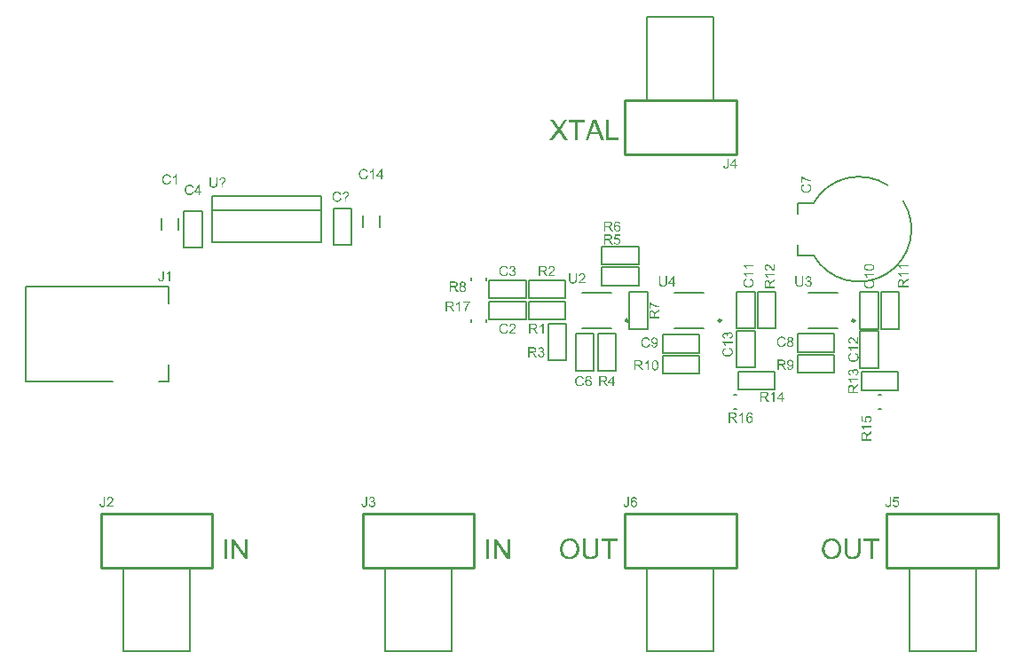
<source format=gto>
G04*
G04 #@! TF.GenerationSoftware,Altium Limited,Altium Designer,26.1.1 (7)*
G04*
G04 Layer_Color=65535*
%FSLAX44Y44*%
%MOMM*%
G71*
G04*
G04 #@! TF.SameCoordinates,A118C6E1-3479-42CE-8D72-1BDF69DDE12E*
G04*
G04*
G04 #@! TF.FilePolarity,Positive*
G04*
G01*
G75*
%ADD10C,0.2000*%
%ADD11C,0.2500*%
%ADD12C,0.2032*%
%ADD13C,0.1524*%
%ADD14C,0.2540*%
G36*
X135253Y377451D02*
X135378Y377437D01*
X135531Y377423D01*
X135683Y377410D01*
X135864Y377368D01*
X136238Y377285D01*
X136654Y377160D01*
X136862Y377077D01*
X137056Y376980D01*
X137250Y376855D01*
X137445Y376730D01*
X137458Y376716D01*
X137486Y376702D01*
X137542Y376661D01*
X137611Y376591D01*
X137680Y376522D01*
X137778Y376425D01*
X137875Y376314D01*
X137985Y376203D01*
X138097Y376064D01*
X138207Y375898D01*
X138332Y375731D01*
X138443Y375551D01*
X138540Y375343D01*
X138651Y375135D01*
X138734Y374913D01*
X138818Y374664D01*
X137570Y374372D01*
Y374386D01*
X137556Y374414D01*
X137528Y374469D01*
X137500Y374539D01*
X137472Y374622D01*
X137431Y374733D01*
X137320Y374955D01*
X137181Y375204D01*
X137015Y375454D01*
X136807Y375690D01*
X136585Y375898D01*
X136557Y375926D01*
X136474Y375981D01*
X136335Y376050D01*
X136155Y376147D01*
X135919Y376231D01*
X135656Y376314D01*
X135337Y376369D01*
X134990Y376383D01*
X134879D01*
X134810Y376369D01*
X134713D01*
X134602Y376356D01*
X134338Y376314D01*
X134047Y376258D01*
X133742Y376161D01*
X133423Y376023D01*
X133132Y375842D01*
X133118D01*
X133104Y375815D01*
X133007Y375745D01*
X132882Y375634D01*
X132729Y375468D01*
X132549Y375260D01*
X132383Y375024D01*
X132230Y374733D01*
X132092Y374414D01*
Y374400D01*
X132078Y374372D01*
X132064Y374331D01*
X132050Y374261D01*
X132022Y374178D01*
X131994Y374081D01*
X131953Y373845D01*
X131897Y373568D01*
X131842Y373263D01*
X131814Y372930D01*
X131800Y372569D01*
Y372556D01*
Y372514D01*
Y372445D01*
Y372361D01*
X131814Y372264D01*
Y372140D01*
X131828Y372001D01*
X131842Y371848D01*
X131883Y371515D01*
X131953Y371155D01*
X132036Y370794D01*
X132147Y370434D01*
Y370420D01*
X132161Y370392D01*
X132189Y370350D01*
X132216Y370281D01*
X132299Y370115D01*
X132424Y369921D01*
X132577Y369699D01*
X132771Y369463D01*
X132993Y369255D01*
X133256Y369061D01*
X133270D01*
X133298Y369047D01*
X133340Y369019D01*
X133395Y368991D01*
X133464Y368964D01*
X133548Y368922D01*
X133742Y368839D01*
X133991Y368756D01*
X134269Y368686D01*
X134574Y368631D01*
X134893Y368617D01*
X134990D01*
X135073Y368631D01*
X135170D01*
X135267Y368645D01*
X135517Y368700D01*
X135808Y368769D01*
X136099Y368880D01*
X136404Y369033D01*
X136557Y369116D01*
X136696Y369227D01*
X136710Y369241D01*
X136723Y369255D01*
X136765Y369296D01*
X136821Y369338D01*
X136876Y369407D01*
X136945Y369491D01*
X137029Y369574D01*
X137098Y369685D01*
X137181Y369810D01*
X137278Y369948D01*
X137361Y370087D01*
X137445Y370253D01*
X137514Y370434D01*
X137583Y370628D01*
X137653Y370836D01*
X137708Y371058D01*
X138984Y370739D01*
Y370725D01*
X138970Y370670D01*
X138942Y370586D01*
X138901Y370475D01*
X138859Y370350D01*
X138804Y370198D01*
X138734Y370032D01*
X138651Y369851D01*
X138457Y369463D01*
X138207Y369075D01*
X138055Y368880D01*
X137902Y368686D01*
X137736Y368520D01*
X137542Y368353D01*
X137528Y368340D01*
X137500Y368312D01*
X137431Y368284D01*
X137361Y368229D01*
X137250Y368159D01*
X137140Y368090D01*
X136987Y368021D01*
X136834Y367951D01*
X136654Y367868D01*
X136460Y367799D01*
X136252Y367729D01*
X136030Y367660D01*
X135794Y367604D01*
X135545Y367577D01*
X135281Y367549D01*
X135004Y367535D01*
X134851D01*
X134740Y367549D01*
X134615D01*
X134463Y367563D01*
X134297Y367591D01*
X134102Y367618D01*
X133700Y367688D01*
X133284Y367799D01*
X132868Y367951D01*
X132674Y368048D01*
X132480Y368159D01*
X132466Y368173D01*
X132438Y368187D01*
X132383Y368229D01*
X132327Y368284D01*
X132244Y368340D01*
X132147Y368423D01*
X132036Y368520D01*
X131925Y368631D01*
X131814Y368756D01*
X131689Y368880D01*
X131440Y369199D01*
X131204Y369574D01*
X130996Y369990D01*
Y370004D01*
X130968Y370045D01*
X130954Y370115D01*
X130913Y370198D01*
X130885Y370309D01*
X130843Y370448D01*
X130788Y370600D01*
X130746Y370766D01*
X130705Y370947D01*
X130649Y371155D01*
X130580Y371585D01*
X130524Y372070D01*
X130497Y372569D01*
Y372583D01*
Y372639D01*
Y372722D01*
X130511Y372819D01*
Y372958D01*
X130524Y373096D01*
X130538Y373277D01*
X130566Y373457D01*
X130635Y373859D01*
X130732Y374303D01*
X130871Y374747D01*
X131065Y375177D01*
X131079Y375191D01*
X131093Y375232D01*
X131121Y375288D01*
X131176Y375357D01*
X131232Y375454D01*
X131301Y375565D01*
X131481Y375815D01*
X131717Y376092D01*
X131994Y376369D01*
X132313Y376647D01*
X132688Y376883D01*
X132702Y376896D01*
X132743Y376910D01*
X132799Y376938D01*
X132868Y376980D01*
X132979Y377021D01*
X133090Y377063D01*
X133229Y377118D01*
X133381Y377174D01*
X133548Y377229D01*
X133728Y377285D01*
X134116Y377368D01*
X134560Y377437D01*
X135018Y377465D01*
X135156D01*
X135253Y377451D01*
D02*
G37*
G36*
X144504Y367702D02*
X143325D01*
Y375204D01*
X143311Y375191D01*
X143242Y375135D01*
X143158Y375052D01*
X143020Y374955D01*
X142867Y374830D01*
X142673Y374691D01*
X142451Y374539D01*
X142201Y374386D01*
X142188D01*
X142174Y374372D01*
X142091Y374317D01*
X141952Y374248D01*
X141785Y374164D01*
X141591Y374067D01*
X141383Y373970D01*
X141175Y373873D01*
X140967Y373790D01*
Y374927D01*
X140981D01*
X141009Y374955D01*
X141064Y374969D01*
X141134Y375010D01*
X141217Y375052D01*
X141314Y375107D01*
X141550Y375246D01*
X141827Y375399D01*
X142104Y375593D01*
X142396Y375815D01*
X142687Y376050D01*
X142701Y376064D01*
X142715Y376078D01*
X142756Y376120D01*
X142812Y376161D01*
X142936Y376300D01*
X143103Y376466D01*
X143269Y376661D01*
X143450Y376883D01*
X143602Y377104D01*
X143741Y377340D01*
X144504D01*
Y367702D01*
D02*
G37*
G36*
X741257Y375429D02*
X741295Y375404D01*
X741345Y375354D01*
X741420Y375279D01*
X741520Y375204D01*
X741645Y375104D01*
X741782Y374992D01*
X741932Y374867D01*
X742107Y374729D01*
X742307Y374592D01*
X742519Y374442D01*
X742757Y374280D01*
X742994Y374117D01*
X743269Y373955D01*
X743544Y373792D01*
X743844Y373617D01*
X743857Y373605D01*
X743919Y373580D01*
X744007Y373530D01*
X744119Y373467D01*
X744269Y373392D01*
X744444Y373317D01*
X744644Y373217D01*
X744869Y373117D01*
X745106Y373005D01*
X745369Y372892D01*
X745644Y372780D01*
X745931Y372668D01*
X746531Y372443D01*
X747168Y372243D01*
X747181D01*
X747218Y372230D01*
X747293Y372205D01*
X747381Y372180D01*
X747493Y372155D01*
X747631Y372118D01*
X747781Y372093D01*
X747955Y372055D01*
X748143Y372018D01*
X748343Y371968D01*
X748568Y371930D01*
X748793Y371905D01*
X749280Y371843D01*
X749805Y371793D01*
Y370580D01*
X749792D01*
X749755D01*
X749693D01*
X749605Y370593D01*
X749493D01*
X749368Y370606D01*
X749218Y370618D01*
X749043Y370643D01*
X748855Y370668D01*
X748643Y370693D01*
X748418Y370730D01*
X748180Y370768D01*
X747931Y370818D01*
X747656Y370880D01*
X747381Y370943D01*
X747081Y371018D01*
X747056D01*
X747006Y371043D01*
X746918Y371068D01*
X746806Y371093D01*
X746656Y371143D01*
X746493Y371193D01*
X746306Y371255D01*
X746094Y371330D01*
X745856Y371405D01*
X745619Y371505D01*
X745094Y371705D01*
X744544Y371955D01*
X743981Y372230D01*
X743969Y372243D01*
X743919Y372268D01*
X743831Y372305D01*
X743732Y372368D01*
X743607Y372443D01*
X743457Y372530D01*
X743282Y372630D01*
X743107Y372742D01*
X742707Y372992D01*
X742282Y373280D01*
X741857Y373605D01*
X741457Y373930D01*
Y369231D01*
X740320D01*
Y375442D01*
X741245D01*
X741257Y375429D01*
D02*
G37*
G36*
X746831Y368044D02*
X746918Y368019D01*
X747031Y367994D01*
X747156Y367944D01*
X747306Y367881D01*
X747468Y367819D01*
X747656Y367731D01*
X747843Y367644D01*
X748043Y367531D01*
X748230Y367419D01*
X748430Y367281D01*
X748630Y367144D01*
X748818Y366981D01*
X748993Y366806D01*
X749155Y366619D01*
X749168Y366606D01*
X749193Y366569D01*
X749230Y366519D01*
X749280Y366432D01*
X749343Y366332D01*
X749418Y366207D01*
X749480Y366069D01*
X749555Y365919D01*
X749642Y365732D01*
X749705Y365544D01*
X749780Y365332D01*
X749843Y365107D01*
X749893Y364869D01*
X749930Y364619D01*
X749955Y364357D01*
X749967Y364082D01*
Y363932D01*
X749955Y363820D01*
X749942Y363695D01*
X749930Y363532D01*
X749918Y363370D01*
X749893Y363182D01*
X749818Y362783D01*
X749705Y362358D01*
X749630Y362145D01*
X749543Y361933D01*
X749455Y361733D01*
X749343Y361545D01*
X749330Y361533D01*
X749318Y361508D01*
X749280Y361458D01*
X749218Y361383D01*
X749155Y361308D01*
X749080Y361208D01*
X748980Y361108D01*
X748868Y360995D01*
X748755Y360871D01*
X748618Y360758D01*
X748468Y360633D01*
X748293Y360508D01*
X748118Y360383D01*
X747931Y360271D01*
X747718Y360158D01*
X747506Y360058D01*
X747493D01*
X747456Y360033D01*
X747381Y360008D01*
X747293Y359983D01*
X747181Y359946D01*
X747056Y359896D01*
X746906Y359858D01*
X746731Y359808D01*
X746543Y359758D01*
X746343Y359721D01*
X746131Y359671D01*
X745919Y359633D01*
X745431Y359583D01*
X744931Y359558D01*
X744919D01*
X744869D01*
X744781D01*
X744681Y359571D01*
X744544D01*
X744394Y359583D01*
X744231Y359608D01*
X744044Y359633D01*
X743844Y359658D01*
X743632Y359696D01*
X743194Y359796D01*
X742757Y359933D01*
X742532Y360021D01*
X742319Y360121D01*
X742307Y360133D01*
X742269Y360146D01*
X742207Y360183D01*
X742132Y360233D01*
X742045Y360283D01*
X741932Y360358D01*
X741820Y360446D01*
X741682Y360546D01*
X741407Y360770D01*
X741132Y361058D01*
X740857Y361383D01*
X740732Y361570D01*
X740620Y361758D01*
X740607Y361770D01*
X740595Y361808D01*
X740570Y361870D01*
X740532Y361945D01*
X740482Y362045D01*
X740432Y362158D01*
X740382Y362295D01*
X740320Y362445D01*
X740270Y362620D01*
X740220Y362795D01*
X740120Y363195D01*
X740058Y363632D01*
X740033Y363857D01*
Y364232D01*
X740045Y364332D01*
X740058Y364457D01*
X740070Y364607D01*
X740095Y364770D01*
X740120Y364944D01*
X740208Y365319D01*
X740270Y365519D01*
X740345Y365732D01*
X740432Y365932D01*
X740520Y366132D01*
X740645Y366332D01*
X740770Y366519D01*
X740782Y366531D01*
X740807Y366557D01*
X740845Y366619D01*
X740907Y366682D01*
X740982Y366757D01*
X741070Y366856D01*
X741182Y366956D01*
X741307Y367069D01*
X741445Y367181D01*
X741595Y367294D01*
X741770Y367406D01*
X741945Y367519D01*
X742144Y367631D01*
X742357Y367731D01*
X742594Y367831D01*
X742832Y367906D01*
X743132Y366656D01*
X743119D01*
X743082Y366644D01*
X743032Y366619D01*
X742957Y366594D01*
X742869Y366557D01*
X742769Y366519D01*
X742544Y366407D01*
X742294Y366269D01*
X742045Y366107D01*
X741807Y365907D01*
X741707Y365794D01*
X741607Y365682D01*
Y365669D01*
X741582Y365657D01*
X741557Y365619D01*
X741532Y365569D01*
X741495Y365507D01*
X741457Y365432D01*
X741357Y365244D01*
X741270Y365007D01*
X741195Y364732D01*
X741145Y364420D01*
X741120Y364070D01*
Y363957D01*
X741132Y363882D01*
Y363795D01*
X741145Y363682D01*
X741170Y363557D01*
X741182Y363420D01*
X741245Y363132D01*
X741345Y362820D01*
X741482Y362508D01*
X741557Y362358D01*
X741657Y362208D01*
Y362195D01*
X741682Y362170D01*
X741707Y362133D01*
X741757Y362083D01*
X741870Y361958D01*
X742032Y361808D01*
X742232Y361633D01*
X742482Y361458D01*
X742757Y361295D01*
X743082Y361170D01*
X743094D01*
X743119Y361158D01*
X743169Y361145D01*
X743232Y361120D01*
X743319Y361095D01*
X743419Y361070D01*
X743532Y361045D01*
X743644Y361020D01*
X743932Y360970D01*
X744244Y360920D01*
X744581Y360883D01*
X744931Y360871D01*
X744944D01*
X744981D01*
X745044D01*
X745131D01*
X745244Y360883D01*
X745369Y360896D01*
X745506D01*
X745656Y360920D01*
X745993Y360958D01*
X746343Y361020D01*
X746718Y361108D01*
X747068Y361220D01*
X747081D01*
X747106Y361233D01*
X747156Y361258D01*
X747218Y361295D01*
X747293Y361333D01*
X747381Y361370D01*
X747581Y361495D01*
X747805Y361658D01*
X748030Y361845D01*
X748243Y362070D01*
X748430Y362333D01*
Y362345D01*
X748455Y362370D01*
X748468Y362408D01*
X748505Y362470D01*
X748530Y362533D01*
X748568Y362620D01*
X748655Y362820D01*
X748743Y363070D01*
X748805Y363345D01*
X748855Y363645D01*
X748880Y363970D01*
Y364070D01*
X748868Y364145D01*
X748855Y364245D01*
X748843Y364345D01*
X748830Y364470D01*
X748805Y364594D01*
X748730Y364882D01*
X748618Y365182D01*
X748555Y365344D01*
X748468Y365494D01*
X748380Y365644D01*
X748268Y365782D01*
X748255Y365794D01*
X748243Y365819D01*
X748205Y365857D01*
X748155Y365907D01*
X748093Y365957D01*
X748006Y366032D01*
X747918Y366107D01*
X747805Y366182D01*
X747693Y366269D01*
X747556Y366357D01*
X747406Y366432D01*
X747243Y366519D01*
X747056Y366594D01*
X746868Y366669D01*
X746668Y366731D01*
X746443Y366794D01*
X746768Y368069D01*
X746781D01*
X746831Y368044D01*
D02*
G37*
G36*
X323009Y382536D02*
X323136Y382523D01*
X323288Y382510D01*
X323453Y382485D01*
X323631Y382459D01*
X324012Y382370D01*
X324215Y382307D01*
X324431Y382231D01*
X324634Y382142D01*
X324837Y382053D01*
X325041Y381926D01*
X325231Y381799D01*
X325244Y381786D01*
X325269Y381761D01*
X325333Y381723D01*
X325396Y381659D01*
X325472Y381583D01*
X325574Y381494D01*
X325676Y381380D01*
X325790Y381253D01*
X325904Y381113D01*
X326018Y380961D01*
X326133Y380783D01*
X326247Y380605D01*
X326361Y380402D01*
X326463Y380186D01*
X326565Y379945D01*
X326641Y379703D01*
X325371Y379399D01*
Y379411D01*
X325358Y379450D01*
X325333Y379500D01*
X325307Y379576D01*
X325269Y379665D01*
X325231Y379767D01*
X325117Y379996D01*
X324977Y380250D01*
X324812Y380504D01*
X324609Y380745D01*
X324495Y380846D01*
X324380Y380948D01*
X324367D01*
X324355Y380974D01*
X324317Y380999D01*
X324266Y381024D01*
X324202Y381062D01*
X324126Y381101D01*
X323936Y381202D01*
X323694Y381291D01*
X323415Y381367D01*
X323097Y381418D01*
X322742Y381443D01*
X322628D01*
X322551Y381431D01*
X322463D01*
X322348Y381418D01*
X322221Y381393D01*
X322081Y381380D01*
X321789Y381316D01*
X321472Y381215D01*
X321154Y381075D01*
X321002Y380999D01*
X320850Y380897D01*
X320837D01*
X320812Y380872D01*
X320773Y380846D01*
X320723Y380796D01*
X320596Y380681D01*
X320443Y380516D01*
X320265Y380313D01*
X320088Y380059D01*
X319923Y379780D01*
X319795Y379450D01*
Y379437D01*
X319783Y379411D01*
X319770Y379361D01*
X319745Y379297D01*
X319719Y379208D01*
X319694Y379107D01*
X319669Y378992D01*
X319643Y378878D01*
X319592Y378586D01*
X319541Y378268D01*
X319503Y377925D01*
X319491Y377570D01*
Y377557D01*
Y377519D01*
Y377456D01*
Y377367D01*
X319503Y377252D01*
X319516Y377125D01*
Y376986D01*
X319541Y376833D01*
X319580Y376490D01*
X319643Y376135D01*
X319732Y375754D01*
X319846Y375398D01*
Y375386D01*
X319859Y375360D01*
X319884Y375309D01*
X319923Y375246D01*
X319961Y375170D01*
X319999Y375081D01*
X320126Y374878D01*
X320291Y374649D01*
X320481Y374420D01*
X320710Y374204D01*
X320977Y374014D01*
X320989D01*
X321015Y373988D01*
X321053Y373976D01*
X321116Y373938D01*
X321180Y373912D01*
X321269Y373874D01*
X321472Y373785D01*
X321726Y373696D01*
X322005Y373633D01*
X322310Y373582D01*
X322640Y373557D01*
X322742D01*
X322818Y373569D01*
X322920Y373582D01*
X323021Y373595D01*
X323148Y373607D01*
X323275Y373633D01*
X323567Y373709D01*
X323872Y373823D01*
X324037Y373887D01*
X324190Y373976D01*
X324342Y374065D01*
X324482Y374179D01*
X324495Y374192D01*
X324520Y374204D01*
X324558Y374243D01*
X324609Y374293D01*
X324660Y374357D01*
X324736Y374446D01*
X324812Y374535D01*
X324888Y374649D01*
X324977Y374763D01*
X325066Y374903D01*
X325142Y375055D01*
X325231Y375220D01*
X325307Y375411D01*
X325383Y375601D01*
X325447Y375805D01*
X325510Y376033D01*
X326806Y375703D01*
Y375690D01*
X326781Y375639D01*
X326755Y375551D01*
X326730Y375436D01*
X326679Y375309D01*
X326615Y375157D01*
X326552Y374992D01*
X326463Y374801D01*
X326374Y374611D01*
X326260Y374408D01*
X326146Y374217D01*
X326006Y374014D01*
X325866Y373811D01*
X325701Y373620D01*
X325523Y373442D01*
X325333Y373277D01*
X325320Y373265D01*
X325282Y373239D01*
X325231Y373201D01*
X325142Y373150D01*
X325041Y373087D01*
X324914Y373011D01*
X324774Y372947D01*
X324622Y372871D01*
X324431Y372782D01*
X324240Y372719D01*
X324025Y372642D01*
X323796Y372579D01*
X323555Y372528D01*
X323301Y372490D01*
X323034Y372464D01*
X322755Y372452D01*
X322602D01*
X322488Y372464D01*
X322361Y372477D01*
X322196Y372490D01*
X322031Y372503D01*
X321840Y372528D01*
X321434Y372604D01*
X321002Y372719D01*
X320786Y372795D01*
X320570Y372884D01*
X320367Y372972D01*
X320177Y373087D01*
X320164Y373100D01*
X320138Y373112D01*
X320088Y373150D01*
X320011Y373214D01*
X319935Y373277D01*
X319834Y373354D01*
X319732Y373455D01*
X319618Y373569D01*
X319491Y373684D01*
X319376Y373823D01*
X319249Y373976D01*
X319122Y374154D01*
X318995Y374331D01*
X318881Y374522D01*
X318767Y374738D01*
X318665Y374954D01*
Y374966D01*
X318640Y375005D01*
X318614Y375081D01*
X318589Y375170D01*
X318551Y375284D01*
X318500Y375411D01*
X318462Y375563D01*
X318411Y375741D01*
X318360Y375932D01*
X318322Y376135D01*
X318272Y376351D01*
X318233Y376567D01*
X318183Y377062D01*
X318157Y377570D01*
Y377583D01*
Y377633D01*
Y377722D01*
X318170Y377824D01*
Y377964D01*
X318183Y378116D01*
X318208Y378281D01*
X318233Y378472D01*
X318259Y378675D01*
X318297Y378891D01*
X318398Y379335D01*
X318538Y379780D01*
X318627Y380008D01*
X318729Y380224D01*
X318741Y380237D01*
X318754Y380275D01*
X318792Y380339D01*
X318843Y380415D01*
X318894Y380504D01*
X318970Y380618D01*
X319059Y380732D01*
X319160Y380872D01*
X319389Y381151D01*
X319681Y381431D01*
X320011Y381710D01*
X320202Y381837D01*
X320392Y381951D01*
X320405Y381964D01*
X320443Y381977D01*
X320507Y382002D01*
X320583Y382040D01*
X320685Y382091D01*
X320799Y382142D01*
X320938Y382193D01*
X321091Y382256D01*
X321269Y382307D01*
X321446Y382358D01*
X321853Y382459D01*
X322297Y382523D01*
X322526Y382548D01*
X322907D01*
X323009Y382536D01*
D02*
G37*
G36*
X340522Y376059D02*
X341843D01*
Y374954D01*
X340522D01*
Y372617D01*
X339328D01*
Y374954D01*
X335086D01*
Y376059D01*
X339544Y382383D01*
X340522D01*
Y376059D01*
D02*
G37*
G36*
X332419Y372617D02*
X331226D01*
Y380250D01*
X331200Y380237D01*
X331149Y380186D01*
X331048Y380097D01*
X330921Y379996D01*
X330756Y379869D01*
X330552Y379729D01*
X330336Y379576D01*
X330083Y379424D01*
X330070D01*
X330057Y379411D01*
X330019Y379386D01*
X329968Y379361D01*
X329828Y379284D01*
X329663Y379196D01*
X329473Y379094D01*
X329257Y378992D01*
X329041Y378891D01*
X328825Y378802D01*
Y379970D01*
X328838D01*
X328876Y379996D01*
X328927Y380021D01*
X328990Y380059D01*
X329079Y380097D01*
X329181Y380161D01*
X329422Y380288D01*
X329689Y380453D01*
X329994Y380656D01*
X330286Y380872D01*
X330578Y381113D01*
X330591Y381126D01*
X330616Y381139D01*
X330654Y381177D01*
X330705Y381227D01*
X330832Y381354D01*
X330997Y381532D01*
X331162Y381723D01*
X331340Y381951D01*
X331505Y382180D01*
X331645Y382421D01*
X332419D01*
Y372617D01*
D02*
G37*
G36*
X510411Y420078D02*
X517601Y410000D01*
X514464D01*
X509606Y416829D01*
X509578Y416857D01*
X509522Y416940D01*
X509467Y417052D01*
X509356Y417190D01*
X509106Y417579D01*
X508828Y417995D01*
X508801Y417968D01*
X508717Y417857D01*
X508606Y417690D01*
X508467Y417468D01*
X508162Y417024D01*
X508023Y416829D01*
X507912Y416663D01*
X503054Y410000D01*
X500000D01*
X507412Y419939D01*
X500861Y429211D01*
X503887D01*
X507385Y424270D01*
Y424242D01*
X507440Y424214D01*
X507496Y424131D01*
X507579Y424020D01*
X507746Y423742D01*
X507995Y423409D01*
X508245Y423021D01*
X508495Y422632D01*
X508717Y422271D01*
X508912Y421938D01*
X508939Y421993D01*
X509023Y422104D01*
X509161Y422326D01*
X509356Y422604D01*
X509578Y422909D01*
X509856Y423298D01*
X510133Y423687D01*
X510466Y424103D01*
X514297Y429211D01*
X517074D01*
X510411Y420078D01*
D02*
G37*
G36*
X556635Y412276D02*
X566102D01*
Y410000D01*
X554081D01*
Y429211D01*
X556635D01*
Y412276D01*
D02*
G37*
G36*
X552137Y410000D02*
X549250D01*
X547001Y415830D01*
X538950D01*
X536868Y410000D01*
X534175D01*
X541505Y429211D01*
X544281D01*
X552137Y410000D01*
D02*
G37*
G36*
X533648Y426935D02*
X527318D01*
Y410000D01*
X524764D01*
Y426935D01*
X518434D01*
Y429211D01*
X533648D01*
Y426935D01*
D02*
G37*
G36*
X796785Y18440D02*
Y18412D01*
Y18301D01*
Y18162D01*
Y17968D01*
X796757Y17718D01*
Y17440D01*
X796729Y17107D01*
X796702Y16774D01*
X796618Y16024D01*
X796507Y15247D01*
X796341Y14497D01*
X796230Y14137D01*
X796119Y13803D01*
Y13776D01*
X796091Y13720D01*
X796035Y13637D01*
X795980Y13526D01*
X795813Y13220D01*
X795563Y12832D01*
X795230Y12388D01*
X794842Y11943D01*
X794342Y11471D01*
X793731Y11055D01*
X793703D01*
X793648Y10999D01*
X793565Y10972D01*
X793426Y10888D01*
X793259Y10805D01*
X793037Y10722D01*
X792815Y10639D01*
X792537Y10527D01*
X792232Y10416D01*
X791899Y10333D01*
X791538Y10250D01*
X791121Y10167D01*
X790705Y10111D01*
X790261Y10056D01*
X789261Y10000D01*
X789012D01*
X788817Y10028D01*
X788595D01*
X788317Y10056D01*
X788012Y10083D01*
X787707Y10111D01*
X787013Y10222D01*
X786263Y10389D01*
X785541Y10611D01*
X784847Y10916D01*
X784819D01*
X784764Y10972D01*
X784681Y11027D01*
X784569Y11083D01*
X784264Y11305D01*
X783903Y11610D01*
X783487Y11999D01*
X783098Y12443D01*
X782710Y12998D01*
X782404Y13609D01*
Y13637D01*
X782376Y13692D01*
X782348Y13803D01*
X782293Y13942D01*
X782237Y14109D01*
X782182Y14331D01*
X782099Y14581D01*
X782043Y14886D01*
X781988Y15219D01*
X781904Y15580D01*
X781849Y15969D01*
X781793Y16385D01*
X781738Y16857D01*
X781710Y17357D01*
X781682Y17885D01*
Y18440D01*
Y29545D01*
X784236D01*
Y18440D01*
Y18412D01*
Y18329D01*
Y18190D01*
Y18023D01*
X784264Y17829D01*
Y17579D01*
X784292Y17052D01*
X784347Y16441D01*
X784431Y15830D01*
X784542Y15247D01*
X784597Y14997D01*
X784681Y14747D01*
X784708Y14692D01*
X784764Y14553D01*
X784903Y14359D01*
X785069Y14081D01*
X785264Y13803D01*
X785541Y13498D01*
X785874Y13193D01*
X786263Y12943D01*
X786319Y12915D01*
X786457Y12832D01*
X786707Y12749D01*
X787040Y12637D01*
X787429Y12499D01*
X787929Y12415D01*
X788456Y12332D01*
X789039Y12304D01*
X789317D01*
X789483Y12332D01*
X789733D01*
X789983Y12360D01*
X790594Y12471D01*
X791260Y12610D01*
X791899Y12832D01*
X792510Y13137D01*
X792787Y13332D01*
X793037Y13554D01*
X793065Y13581D01*
X793092Y13609D01*
X793148Y13692D01*
X793231Y13803D01*
X793315Y13970D01*
X793426Y14137D01*
X793537Y14386D01*
X793648Y14636D01*
X793759Y14942D01*
X793842Y15303D01*
X793953Y15719D01*
X794036Y16163D01*
X794120Y16663D01*
X794175Y17190D01*
X794231Y17801D01*
Y18440D01*
Y29545D01*
X796785D01*
Y18440D01*
D02*
G37*
G36*
X814803Y27268D02*
X808473D01*
Y10333D01*
X805919D01*
Y27268D01*
X799589D01*
Y29545D01*
X814803D01*
Y27268D01*
D02*
G37*
G36*
X769633Y29850D02*
X769883D01*
X770133Y29822D01*
X770466Y29767D01*
X770799Y29711D01*
X771521Y29572D01*
X772354Y29350D01*
X773159Y29017D01*
X773576Y28823D01*
X773992Y28601D01*
X774020Y28573D01*
X774075Y28545D01*
X774186Y28462D01*
X774353Y28379D01*
X774520Y28240D01*
X774742Y28073D01*
X775214Y27685D01*
X775713Y27185D01*
X776269Y26574D01*
X776796Y25852D01*
X777240Y25047D01*
Y25019D01*
X777296Y24936D01*
X777351Y24825D01*
X777407Y24658D01*
X777518Y24436D01*
X777601Y24186D01*
X777712Y23881D01*
X777823Y23548D01*
X777907Y23187D01*
X778018Y22798D01*
X778129Y22354D01*
X778212Y21910D01*
X778323Y20938D01*
X778379Y19883D01*
Y19856D01*
Y19744D01*
Y19606D01*
X778351Y19384D01*
Y19134D01*
X778323Y18828D01*
X778268Y18495D01*
X778240Y18134D01*
X778101Y17329D01*
X777879Y16441D01*
X777573Y15552D01*
X777407Y15108D01*
X777185Y14664D01*
Y14636D01*
X777129Y14553D01*
X777074Y14442D01*
X776963Y14275D01*
X776852Y14081D01*
X776713Y13887D01*
X776324Y13359D01*
X775852Y12804D01*
X775297Y12221D01*
X774631Y11666D01*
X773853Y11166D01*
X773826D01*
X773770Y11111D01*
X773631Y11055D01*
X773465Y10972D01*
X773270Y10888D01*
X773048Y10805D01*
X772771Y10694D01*
X772465Y10583D01*
X772132Y10472D01*
X771771Y10361D01*
X770966Y10194D01*
X770105Y10056D01*
X769189Y10000D01*
X768912D01*
X768745Y10028D01*
X768495D01*
X768218Y10083D01*
X767912Y10111D01*
X767551Y10167D01*
X766802Y10333D01*
X765997Y10555D01*
X765164Y10888D01*
X764747Y11083D01*
X764331Y11305D01*
X764303Y11333D01*
X764248Y11360D01*
X764137Y11444D01*
X763970Y11555D01*
X763803Y11666D01*
X763609Y11832D01*
X763137Y12249D01*
X762610Y12749D01*
X762054Y13359D01*
X761555Y14053D01*
X761083Y14858D01*
Y14886D01*
X761027Y14969D01*
X760972Y15080D01*
X760916Y15247D01*
X760833Y15469D01*
X760750Y15719D01*
X760639Y15997D01*
X760555Y16302D01*
X760444Y16663D01*
X760333Y17024D01*
X760167Y17857D01*
X760055Y18717D01*
X760000Y19661D01*
Y19689D01*
Y19717D01*
Y19883D01*
X760028Y20133D01*
Y20466D01*
X760083Y20855D01*
X760139Y21327D01*
X760222Y21855D01*
X760333Y22410D01*
X760444Y22993D01*
X760611Y23603D01*
X760833Y24214D01*
X761083Y24853D01*
X761360Y25464D01*
X761721Y26074D01*
X762110Y26630D01*
X762554Y27157D01*
X762582Y27185D01*
X762665Y27268D01*
X762832Y27407D01*
X763026Y27573D01*
X763276Y27796D01*
X763581Y28018D01*
X763942Y28268D01*
X764359Y28517D01*
X764803Y28767D01*
X765303Y29017D01*
X765858Y29239D01*
X766441Y29461D01*
X767079Y29628D01*
X767746Y29767D01*
X768440Y29850D01*
X769189Y29878D01*
X769439D01*
X769633Y29850D01*
D02*
G37*
G36*
X546785Y18440D02*
Y18412D01*
Y18301D01*
Y18162D01*
Y17968D01*
X546757Y17718D01*
Y17440D01*
X546729Y17107D01*
X546702Y16774D01*
X546618Y16024D01*
X546507Y15247D01*
X546341Y14497D01*
X546230Y14137D01*
X546119Y13803D01*
Y13776D01*
X546091Y13720D01*
X546035Y13637D01*
X545980Y13526D01*
X545813Y13220D01*
X545563Y12832D01*
X545230Y12388D01*
X544842Y11943D01*
X544342Y11471D01*
X543731Y11055D01*
X543703D01*
X543648Y10999D01*
X543564Y10972D01*
X543426Y10888D01*
X543259Y10805D01*
X543037Y10722D01*
X542815Y10639D01*
X542537Y10527D01*
X542232Y10416D01*
X541899Y10333D01*
X541538Y10250D01*
X541121Y10167D01*
X540705Y10111D01*
X540261Y10056D01*
X539261Y10000D01*
X539011D01*
X538817Y10028D01*
X538595D01*
X538317Y10056D01*
X538012Y10083D01*
X537707Y10111D01*
X537013Y10222D01*
X536263Y10389D01*
X535541Y10611D01*
X534847Y10916D01*
X534819D01*
X534764Y10972D01*
X534681Y11027D01*
X534570Y11083D01*
X534264Y11305D01*
X533903Y11610D01*
X533487Y11999D01*
X533098Y12443D01*
X532710Y12998D01*
X532404Y13609D01*
Y13637D01*
X532376Y13692D01*
X532349Y13803D01*
X532293Y13942D01*
X532238Y14109D01*
X532182Y14331D01*
X532099Y14581D01*
X532043Y14886D01*
X531988Y15219D01*
X531904Y15580D01*
X531849Y15969D01*
X531793Y16385D01*
X531738Y16857D01*
X531710Y17357D01*
X531682Y17885D01*
Y18440D01*
Y29545D01*
X534236D01*
Y18440D01*
Y18412D01*
Y18329D01*
Y18190D01*
Y18023D01*
X534264Y17829D01*
Y17579D01*
X534292Y17052D01*
X534347Y16441D01*
X534431Y15830D01*
X534542Y15247D01*
X534597Y14997D01*
X534681Y14747D01*
X534708Y14692D01*
X534764Y14553D01*
X534903Y14359D01*
X535069Y14081D01*
X535264Y13803D01*
X535541Y13498D01*
X535874Y13193D01*
X536263Y12943D01*
X536319Y12915D01*
X536457Y12832D01*
X536707Y12749D01*
X537040Y12637D01*
X537429Y12499D01*
X537929Y12415D01*
X538456Y12332D01*
X539039Y12304D01*
X539317D01*
X539483Y12332D01*
X539733D01*
X539983Y12360D01*
X540594Y12471D01*
X541260Y12610D01*
X541899Y12832D01*
X542509Y13137D01*
X542787Y13332D01*
X543037Y13554D01*
X543065Y13581D01*
X543092Y13609D01*
X543148Y13692D01*
X543231Y13803D01*
X543315Y13970D01*
X543426Y14137D01*
X543537Y14386D01*
X543648Y14636D01*
X543759Y14942D01*
X543842Y15303D01*
X543953Y15719D01*
X544036Y16163D01*
X544120Y16663D01*
X544175Y17190D01*
X544231Y17801D01*
Y18440D01*
Y29545D01*
X546785D01*
Y18440D01*
D02*
G37*
G36*
X564803Y27268D02*
X558473D01*
Y10333D01*
X555919D01*
Y27268D01*
X549589D01*
Y29545D01*
X564803D01*
Y27268D01*
D02*
G37*
G36*
X519633Y29850D02*
X519883D01*
X520133Y29822D01*
X520466Y29767D01*
X520799Y29711D01*
X521521Y29572D01*
X522354Y29350D01*
X523159Y29017D01*
X523576Y28823D01*
X523992Y28601D01*
X524020Y28573D01*
X524075Y28545D01*
X524187Y28462D01*
X524353Y28379D01*
X524520Y28240D01*
X524742Y28073D01*
X525214Y27685D01*
X525713Y27185D01*
X526269Y26574D01*
X526796Y25852D01*
X527240Y25047D01*
Y25019D01*
X527296Y24936D01*
X527351Y24825D01*
X527407Y24658D01*
X527518Y24436D01*
X527601Y24186D01*
X527712Y23881D01*
X527823Y23548D01*
X527907Y23187D01*
X528018Y22798D01*
X528129Y22354D01*
X528212Y21910D01*
X528323Y20938D01*
X528379Y19883D01*
Y19856D01*
Y19744D01*
Y19606D01*
X528351Y19384D01*
Y19134D01*
X528323Y18828D01*
X528268Y18495D01*
X528240Y18134D01*
X528101Y17329D01*
X527879Y16441D01*
X527574Y15552D01*
X527407Y15108D01*
X527185Y14664D01*
Y14636D01*
X527129Y14553D01*
X527074Y14442D01*
X526963Y14275D01*
X526852Y14081D01*
X526713Y13887D01*
X526324Y13359D01*
X525852Y12804D01*
X525297Y12221D01*
X524631Y11666D01*
X523853Y11166D01*
X523826D01*
X523770Y11111D01*
X523631Y11055D01*
X523465Y10972D01*
X523270Y10888D01*
X523048Y10805D01*
X522771Y10694D01*
X522465Y10583D01*
X522132Y10472D01*
X521771Y10361D01*
X520966Y10194D01*
X520105Y10056D01*
X519189Y10000D01*
X518912D01*
X518745Y10028D01*
X518495D01*
X518218Y10083D01*
X517912Y10111D01*
X517551Y10167D01*
X516802Y10333D01*
X515997Y10555D01*
X515164Y10888D01*
X514747Y11083D01*
X514331Y11305D01*
X514303Y11333D01*
X514248Y11360D01*
X514137Y11444D01*
X513970Y11555D01*
X513803Y11666D01*
X513609Y11832D01*
X513137Y12249D01*
X512610Y12749D01*
X512054Y13359D01*
X511555Y14053D01*
X511083Y14858D01*
Y14886D01*
X511027Y14969D01*
X510972Y15080D01*
X510916Y15247D01*
X510833Y15469D01*
X510750Y15719D01*
X510639Y15997D01*
X510555Y16302D01*
X510444Y16663D01*
X510333Y17024D01*
X510167Y17857D01*
X510056Y18717D01*
X510000Y19661D01*
Y19689D01*
Y19717D01*
Y19883D01*
X510028Y20133D01*
Y20466D01*
X510083Y20855D01*
X510139Y21327D01*
X510222Y21855D01*
X510333Y22410D01*
X510444Y22993D01*
X510611Y23603D01*
X510833Y24214D01*
X511083Y24853D01*
X511360Y25464D01*
X511721Y26074D01*
X512110Y26630D01*
X512554Y27157D01*
X512582Y27185D01*
X512665Y27268D01*
X512832Y27407D01*
X513026Y27573D01*
X513276Y27796D01*
X513581Y28018D01*
X513942Y28268D01*
X514359Y28517D01*
X514803Y28767D01*
X515303Y29017D01*
X515858Y29239D01*
X516441Y29461D01*
X517079Y29628D01*
X517746Y29767D01*
X518440Y29850D01*
X519189Y29878D01*
X519439D01*
X519633Y29850D01*
D02*
G37*
G36*
X462154Y10000D02*
X459517D01*
X449467Y25075D01*
Y10000D01*
X447024D01*
Y29211D01*
X449633D01*
X459711Y14109D01*
Y29211D01*
X462154D01*
Y10000D01*
D02*
G37*
G36*
X442554D02*
X440000D01*
Y29211D01*
X442554D01*
Y10000D01*
D02*
G37*
G36*
X212154D02*
X209517D01*
X199467Y25075D01*
Y10000D01*
X197024D01*
Y29211D01*
X199634D01*
X209711Y14109D01*
Y29211D01*
X212154D01*
Y10000D01*
D02*
G37*
G36*
X192554D02*
X190000D01*
Y29211D01*
X192554D01*
Y10000D01*
D02*
G37*
G36*
X188220Y374372D02*
X188333Y374360D01*
X188470Y374347D01*
X188633Y374322D01*
X188795Y374285D01*
X189158Y374197D01*
X189345Y374135D01*
X189532Y374060D01*
X189720Y373972D01*
X189895Y373860D01*
X190070Y373747D01*
X190232Y373610D01*
X190245Y373597D01*
X190270Y373572D01*
X190307Y373535D01*
X190370Y373472D01*
X190432Y373397D01*
X190495Y373310D01*
X190570Y373210D01*
X190657Y373097D01*
X190732Y372960D01*
X190807Y372822D01*
X190945Y372510D01*
X190995Y372335D01*
X191032Y372148D01*
X191057Y371960D01*
X191070Y371760D01*
Y371748D01*
Y371735D01*
Y371698D01*
Y371648D01*
X191057Y371535D01*
X191032Y371373D01*
X190995Y371198D01*
X190945Y370998D01*
X190870Y370785D01*
X190770Y370586D01*
X190757Y370560D01*
X190707Y370498D01*
X190632Y370386D01*
X190520Y370236D01*
X190357Y370048D01*
X190157Y369823D01*
X189920Y369586D01*
X189770Y369448D01*
X189620Y369311D01*
X189595Y369286D01*
X189532Y369223D01*
X189433Y369136D01*
X189307Y369023D01*
X189182Y368898D01*
X189058Y368773D01*
X188945Y368648D01*
X188858Y368549D01*
X188845Y368536D01*
X188833Y368511D01*
X188795Y368461D01*
X188758Y368386D01*
X188720Y368311D01*
X188670Y368211D01*
X188595Y367999D01*
Y367986D01*
X188583Y367936D01*
X188570Y367861D01*
X188558Y367761D01*
X188545Y367611D01*
X188533Y367436D01*
X188520Y367236D01*
X188508Y366986D01*
X187370D01*
Y366999D01*
Y367024D01*
Y367061D01*
Y367111D01*
X187358Y367224D01*
Y367336D01*
Y367349D01*
Y367361D01*
Y367399D01*
Y367449D01*
X187370Y367586D01*
X187383Y367749D01*
X187408Y367924D01*
X187446Y368124D01*
X187495Y368324D01*
X187558Y368523D01*
X187570Y368536D01*
X187583Y368586D01*
X187620Y368661D01*
X187670Y368761D01*
X187733Y368886D01*
X187808Y369011D01*
X187908Y369148D01*
X188020Y369298D01*
X188033Y369311D01*
X188070Y369348D01*
X188133Y369411D01*
X188220Y369498D01*
X188333Y369623D01*
X188483Y369761D01*
X188658Y369923D01*
X188870Y370111D01*
X188883Y370123D01*
X188895Y370136D01*
X188970Y370198D01*
X189070Y370298D01*
X189195Y370423D01*
X189333Y370560D01*
X189470Y370698D01*
X189582Y370848D01*
X189670Y370973D01*
X189682Y370985D01*
X189695Y371035D01*
X189732Y371098D01*
X189770Y371185D01*
X189795Y371285D01*
X189832Y371410D01*
X189845Y371535D01*
X189857Y371673D01*
Y371685D01*
Y371698D01*
Y371735D01*
X189845Y371785D01*
X189832Y371923D01*
X189795Y372085D01*
X189732Y372272D01*
X189632Y372472D01*
X189495Y372685D01*
X189420Y372785D01*
X189320Y372885D01*
Y372897D01*
X189295Y372910D01*
X189220Y372972D01*
X189107Y373047D01*
X188958Y373147D01*
X188770Y373247D01*
X188545Y373322D01*
X188283Y373385D01*
X188008Y373410D01*
X187933D01*
X187883Y373397D01*
X187745Y373385D01*
X187570Y373347D01*
X187370Y373297D01*
X187158Y373210D01*
X186946Y373097D01*
X186746Y372935D01*
X186721Y372910D01*
X186671Y372847D01*
X186583Y372735D01*
X186483Y372573D01*
X186371Y372373D01*
X186258Y372110D01*
X186171Y371810D01*
X186096Y371460D01*
X184884Y371610D01*
Y371623D01*
X184896Y371673D01*
X184909Y371735D01*
X184921Y371835D01*
X184946Y371948D01*
X184984Y372073D01*
X185021Y372210D01*
X185071Y372373D01*
X185196Y372697D01*
X185359Y373035D01*
X185459Y373210D01*
X185571Y373372D01*
X185708Y373522D01*
X185846Y373660D01*
X185858Y373672D01*
X185883Y373697D01*
X185933Y373722D01*
X185996Y373772D01*
X186071Y373822D01*
X186171Y373885D01*
X186283Y373960D01*
X186421Y374022D01*
X186558Y374085D01*
X186721Y374160D01*
X186896Y374222D01*
X187096Y374272D01*
X187295Y374322D01*
X187508Y374360D01*
X187745Y374372D01*
X187983Y374384D01*
X188120D01*
X188220Y374372D01*
D02*
G37*
G36*
X183197Y368661D02*
Y368648D01*
Y368599D01*
Y368523D01*
Y368424D01*
X183184Y368299D01*
Y368161D01*
X183172Y367999D01*
X183159Y367836D01*
X183109Y367461D01*
X183059Y367074D01*
X182972Y366699D01*
X182922Y366524D01*
X182859Y366362D01*
Y366349D01*
X182847Y366324D01*
X182822Y366274D01*
X182797Y366224D01*
X182759Y366149D01*
X182709Y366062D01*
X182584Y365874D01*
X182422Y365649D01*
X182222Y365424D01*
X181972Y365187D01*
X181822Y365074D01*
X181672Y364974D01*
X181660D01*
X181635Y364949D01*
X181584Y364924D01*
X181522Y364887D01*
X181434Y364849D01*
X181334Y364812D01*
X181210Y364762D01*
X181072Y364712D01*
X180922Y364662D01*
X180747Y364612D01*
X180572Y364575D01*
X180372Y364537D01*
X180160Y364500D01*
X179935Y364474D01*
X179685Y364462D01*
X179435Y364450D01*
X179310D01*
X179210Y364462D01*
X179098D01*
X178960Y364474D01*
X178810Y364487D01*
X178648Y364512D01*
X178298Y364562D01*
X177935Y364650D01*
X177561Y364762D01*
X177223Y364912D01*
X177211D01*
X177186Y364937D01*
X177136Y364962D01*
X177086Y364999D01*
X176936Y365099D01*
X176748Y365249D01*
X176548Y365437D01*
X176348Y365674D01*
X176161Y365937D01*
X175998Y366249D01*
Y366262D01*
X175986Y366287D01*
X175961Y366337D01*
X175948Y366412D01*
X175911Y366499D01*
X175886Y366612D01*
X175848Y366736D01*
X175823Y366886D01*
X175786Y367049D01*
X175749Y367224D01*
X175723Y367424D01*
X175699Y367636D01*
X175674Y367874D01*
X175648Y368124D01*
X175636Y368386D01*
Y368661D01*
Y374222D01*
X176911D01*
Y368674D01*
Y368661D01*
Y368624D01*
Y368549D01*
Y368474D01*
X176923Y368361D01*
Y368249D01*
X176936Y368111D01*
Y367974D01*
X176961Y367674D01*
X177011Y367361D01*
X177061Y367074D01*
X177098Y366949D01*
X177136Y366824D01*
Y366811D01*
X177148Y366799D01*
X177186Y366724D01*
X177236Y366624D01*
X177323Y366487D01*
X177435Y366349D01*
X177573Y366187D01*
X177736Y366049D01*
X177935Y365912D01*
X177948D01*
X177960Y365899D01*
X178035Y365862D01*
X178160Y365812D01*
X178323Y365762D01*
X178523Y365699D01*
X178760Y365649D01*
X179023Y365612D01*
X179323Y365599D01*
X179460D01*
X179548Y365612D01*
X179660Y365624D01*
X179797Y365637D01*
X179947Y365649D01*
X180097Y365674D01*
X180422Y365749D01*
X180760Y365862D01*
X180910Y365937D01*
X181060Y366024D01*
X181197Y366112D01*
X181322Y366224D01*
X181334Y366237D01*
X181347Y366262D01*
X181372Y366299D01*
X181422Y366349D01*
X181460Y366424D01*
X181509Y366524D01*
X181572Y366637D01*
X181622Y366774D01*
X181684Y366924D01*
X181734Y367099D01*
X181784Y367299D01*
X181834Y367524D01*
X181872Y367774D01*
X181897Y368049D01*
X181909Y368349D01*
X181922Y368674D01*
Y374222D01*
X183197D01*
Y368661D01*
D02*
G37*
G36*
X188508Y364612D02*
X187158D01*
Y365962D01*
X188508D01*
Y364612D01*
D02*
G37*
G36*
X297758Y360910D02*
X297883Y360897D01*
X298033Y360885D01*
X298195Y360860D01*
X298370Y360835D01*
X298745Y360747D01*
X298945Y360685D01*
X299157Y360610D01*
X299357Y360523D01*
X299557Y360435D01*
X299757Y360310D01*
X299945Y360185D01*
X299957Y360173D01*
X299982Y360148D01*
X300045Y360110D01*
X300107Y360048D01*
X300182Y359973D01*
X300282Y359885D01*
X300382Y359773D01*
X300495Y359648D01*
X300607Y359510D01*
X300720Y359360D01*
X300832Y359185D01*
X300944Y359011D01*
X301057Y358811D01*
X301157Y358598D01*
X301257Y358361D01*
X301332Y358123D01*
X300082Y357823D01*
Y357836D01*
X300070Y357873D01*
X300045Y357923D01*
X300020Y357998D01*
X299982Y358086D01*
X299945Y358186D01*
X299832Y358411D01*
X299695Y358661D01*
X299532Y358910D01*
X299332Y359148D01*
X299220Y359248D01*
X299107Y359348D01*
X299095D01*
X299082Y359373D01*
X299045Y359398D01*
X298995Y359423D01*
X298932Y359460D01*
X298857Y359498D01*
X298670Y359598D01*
X298433Y359685D01*
X298158Y359760D01*
X297845Y359810D01*
X297495Y359835D01*
X297383D01*
X297308Y359823D01*
X297220D01*
X297108Y359810D01*
X296983Y359785D01*
X296845Y359773D01*
X296558Y359710D01*
X296246Y359610D01*
X295933Y359473D01*
X295783Y359398D01*
X295633Y359298D01*
X295621D01*
X295596Y359273D01*
X295558Y359248D01*
X295508Y359198D01*
X295383Y359086D01*
X295233Y358923D01*
X295058Y358723D01*
X294883Y358473D01*
X294721Y358198D01*
X294596Y357873D01*
Y357861D01*
X294584Y357836D01*
X294571Y357786D01*
X294546Y357723D01*
X294521Y357636D01*
X294496Y357536D01*
X294471Y357423D01*
X294446Y357311D01*
X294396Y357024D01*
X294346Y356711D01*
X294309Y356374D01*
X294296Y356024D01*
Y356011D01*
Y355974D01*
Y355911D01*
Y355824D01*
X294309Y355711D01*
X294321Y355586D01*
Y355449D01*
X294346Y355299D01*
X294384Y354962D01*
X294446Y354612D01*
X294534Y354237D01*
X294646Y353887D01*
Y353874D01*
X294659Y353849D01*
X294684Y353799D01*
X294721Y353737D01*
X294758Y353662D01*
X294796Y353574D01*
X294921Y353374D01*
X295084Y353149D01*
X295271Y352924D01*
X295496Y352712D01*
X295758Y352525D01*
X295771D01*
X295796Y352500D01*
X295833Y352487D01*
X295896Y352450D01*
X295958Y352425D01*
X296046Y352387D01*
X296246Y352300D01*
X296496Y352212D01*
X296770Y352150D01*
X297070Y352100D01*
X297395Y352075D01*
X297495D01*
X297570Y352087D01*
X297670Y352100D01*
X297770Y352112D01*
X297895Y352125D01*
X298020Y352150D01*
X298308Y352225D01*
X298608Y352337D01*
X298770Y352400D01*
X298920Y352487D01*
X299070Y352575D01*
X299207Y352687D01*
X299220Y352700D01*
X299245Y352712D01*
X299282Y352750D01*
X299332Y352800D01*
X299382Y352862D01*
X299457Y352949D01*
X299532Y353037D01*
X299607Y353149D01*
X299695Y353262D01*
X299782Y353399D01*
X299857Y353549D01*
X299945Y353712D01*
X300020Y353899D01*
X300095Y354087D01*
X300157Y354287D01*
X300220Y354512D01*
X301494Y354187D01*
Y354174D01*
X301469Y354124D01*
X301444Y354037D01*
X301419Y353924D01*
X301369Y353799D01*
X301307Y353649D01*
X301244Y353487D01*
X301157Y353299D01*
X301069Y353112D01*
X300957Y352912D01*
X300844Y352725D01*
X300707Y352525D01*
X300570Y352325D01*
X300407Y352137D01*
X300232Y351962D01*
X300045Y351800D01*
X300032Y351787D01*
X299995Y351762D01*
X299945Y351725D01*
X299857Y351675D01*
X299757Y351612D01*
X299632Y351537D01*
X299495Y351475D01*
X299345Y351400D01*
X299157Y351312D01*
X298970Y351250D01*
X298757Y351175D01*
X298533Y351113D01*
X298295Y351063D01*
X298045Y351025D01*
X297783Y351000D01*
X297508Y350988D01*
X297358D01*
X297245Y351000D01*
X297120Y351012D01*
X296958Y351025D01*
X296796Y351037D01*
X296608Y351063D01*
X296208Y351138D01*
X295783Y351250D01*
X295571Y351325D01*
X295358Y351412D01*
X295158Y351500D01*
X294971Y351612D01*
X294958Y351625D01*
X294933Y351637D01*
X294883Y351675D01*
X294809Y351737D01*
X294734Y351800D01*
X294634Y351875D01*
X294534Y351975D01*
X294421Y352087D01*
X294296Y352200D01*
X294184Y352337D01*
X294059Y352487D01*
X293934Y352662D01*
X293809Y352837D01*
X293696Y353024D01*
X293584Y353237D01*
X293484Y353449D01*
Y353462D01*
X293459Y353499D01*
X293434Y353574D01*
X293409Y353662D01*
X293371Y353774D01*
X293321Y353899D01*
X293284Y354049D01*
X293234Y354224D01*
X293184Y354412D01*
X293146Y354612D01*
X293097Y354824D01*
X293059Y355037D01*
X293009Y355524D01*
X292984Y356024D01*
Y356036D01*
Y356086D01*
Y356174D01*
X292997Y356274D01*
Y356411D01*
X293009Y356561D01*
X293034Y356724D01*
X293059Y356911D01*
X293084Y357111D01*
X293121Y357323D01*
X293221Y357761D01*
X293359Y358198D01*
X293446Y358423D01*
X293546Y358636D01*
X293559Y358648D01*
X293571Y358686D01*
X293609Y358748D01*
X293659Y358823D01*
X293709Y358910D01*
X293784Y359023D01*
X293871Y359136D01*
X293971Y359273D01*
X294196Y359548D01*
X294484Y359823D01*
X294809Y360098D01*
X294996Y360223D01*
X295183Y360335D01*
X295196Y360348D01*
X295233Y360360D01*
X295296Y360385D01*
X295371Y360423D01*
X295471Y360473D01*
X295583Y360523D01*
X295721Y360573D01*
X295871Y360635D01*
X296046Y360685D01*
X296221Y360735D01*
X296621Y360835D01*
X297058Y360897D01*
X297283Y360923D01*
X297658D01*
X297758Y360910D01*
D02*
G37*
G36*
X305956D02*
X306068Y360897D01*
X306206Y360885D01*
X306368Y360860D01*
X306530Y360822D01*
X306893Y360735D01*
X307080Y360673D01*
X307268Y360598D01*
X307455Y360510D01*
X307630Y360398D01*
X307805Y360285D01*
X307968Y360148D01*
X307980Y360135D01*
X308005Y360110D01*
X308043Y360073D01*
X308105Y360010D01*
X308168Y359935D01*
X308230Y359848D01*
X308305Y359748D01*
X308393Y359635D01*
X308468Y359498D01*
X308542Y359360D01*
X308680Y359048D01*
X308730Y358873D01*
X308768Y358686D01*
X308792Y358498D01*
X308805Y358298D01*
Y358286D01*
Y358273D01*
Y358236D01*
Y358186D01*
X308792Y358073D01*
X308768Y357911D01*
X308730Y357736D01*
X308680Y357536D01*
X308605Y357323D01*
X308505Y357123D01*
X308493Y357099D01*
X308442Y357036D01*
X308368Y356923D01*
X308255Y356774D01*
X308093Y356586D01*
X307893Y356361D01*
X307655Y356124D01*
X307505Y355986D01*
X307355Y355849D01*
X307330Y355824D01*
X307268Y355761D01*
X307168Y355674D01*
X307043Y355561D01*
X306918Y355436D01*
X306793Y355311D01*
X306681Y355187D01*
X306593Y355087D01*
X306581Y355074D01*
X306568Y355049D01*
X306530Y354999D01*
X306493Y354924D01*
X306455Y354849D01*
X306406Y354749D01*
X306331Y354537D01*
Y354524D01*
X306318Y354474D01*
X306306Y354399D01*
X306293Y354299D01*
X306281Y354149D01*
X306268Y353974D01*
X306256Y353774D01*
X306243Y353524D01*
X305106D01*
Y353537D01*
Y353562D01*
Y353599D01*
Y353649D01*
X305093Y353762D01*
Y353874D01*
Y353887D01*
Y353899D01*
Y353937D01*
Y353987D01*
X305106Y354124D01*
X305118Y354287D01*
X305143Y354462D01*
X305181Y354662D01*
X305231Y354861D01*
X305293Y355061D01*
X305306Y355074D01*
X305318Y355124D01*
X305356Y355199D01*
X305406Y355299D01*
X305468Y355424D01*
X305543Y355549D01*
X305643Y355686D01*
X305756Y355836D01*
X305768Y355849D01*
X305806Y355886D01*
X305868Y355949D01*
X305956Y356036D01*
X306068Y356161D01*
X306218Y356299D01*
X306393Y356461D01*
X306605Y356649D01*
X306618Y356661D01*
X306630Y356674D01*
X306705Y356736D01*
X306805Y356836D01*
X306930Y356961D01*
X307068Y357099D01*
X307205Y357236D01*
X307318Y357386D01*
X307405Y357511D01*
X307418Y357523D01*
X307430Y357573D01*
X307468Y357636D01*
X307505Y357723D01*
X307530Y357823D01*
X307568Y357948D01*
X307580Y358073D01*
X307593Y358211D01*
Y358223D01*
Y358236D01*
Y358273D01*
X307580Y358323D01*
X307568Y358461D01*
X307530Y358623D01*
X307468Y358811D01*
X307368Y359011D01*
X307230Y359223D01*
X307155Y359323D01*
X307055Y359423D01*
Y359435D01*
X307030Y359448D01*
X306955Y359510D01*
X306843Y359585D01*
X306693Y359685D01*
X306506Y359785D01*
X306281Y359860D01*
X306018Y359923D01*
X305743Y359948D01*
X305668D01*
X305618Y359935D01*
X305481Y359923D01*
X305306Y359885D01*
X305106Y359835D01*
X304893Y359748D01*
X304681Y359635D01*
X304481Y359473D01*
X304456Y359448D01*
X304406Y359385D01*
X304319Y359273D01*
X304219Y359110D01*
X304106Y358910D01*
X303994Y358648D01*
X303906Y358348D01*
X303831Y357998D01*
X302619Y358148D01*
Y358161D01*
X302631Y358211D01*
X302644Y358273D01*
X302656Y358373D01*
X302682Y358486D01*
X302719Y358611D01*
X302757Y358748D01*
X302806Y358910D01*
X302931Y359235D01*
X303094Y359573D01*
X303194Y359748D01*
X303306Y359910D01*
X303444Y360060D01*
X303581Y360198D01*
X303594Y360210D01*
X303619Y360235D01*
X303669Y360260D01*
X303731Y360310D01*
X303806Y360360D01*
X303906Y360423D01*
X304019Y360498D01*
X304156Y360560D01*
X304294Y360623D01*
X304456Y360698D01*
X304631Y360760D01*
X304831Y360810D01*
X305031Y360860D01*
X305243Y360897D01*
X305481Y360910D01*
X305718Y360923D01*
X305856D01*
X305956Y360910D01*
D02*
G37*
G36*
X306243Y351150D02*
X304893D01*
Y352500D01*
X306243D01*
Y351150D01*
D02*
G37*
G36*
X156851Y367455D02*
X156976Y367443D01*
X157126Y367430D01*
X157288Y367405D01*
X157463Y367380D01*
X157838Y367293D01*
X158038Y367230D01*
X158251Y367155D01*
X158450Y367068D01*
X158651Y366980D01*
X158850Y366855D01*
X159038Y366730D01*
X159050Y366718D01*
X159075Y366693D01*
X159138Y366655D01*
X159200Y366593D01*
X159275Y366518D01*
X159375Y366430D01*
X159475Y366318D01*
X159588Y366193D01*
X159700Y366055D01*
X159813Y365905D01*
X159925Y365731D01*
X160038Y365556D01*
X160150Y365356D01*
X160250Y365143D01*
X160350Y364906D01*
X160425Y364668D01*
X159175Y364368D01*
Y364381D01*
X159163Y364418D01*
X159138Y364468D01*
X159113Y364543D01*
X159075Y364631D01*
X159038Y364731D01*
X158925Y364956D01*
X158788Y365206D01*
X158625Y365456D01*
X158426Y365693D01*
X158313Y365793D01*
X158201Y365893D01*
X158188D01*
X158176Y365918D01*
X158138Y365943D01*
X158088Y365968D01*
X158026Y366005D01*
X157951Y366043D01*
X157763Y366143D01*
X157526Y366230D01*
X157251Y366305D01*
X156938Y366355D01*
X156588Y366380D01*
X156476D01*
X156401Y366368D01*
X156314D01*
X156201Y366355D01*
X156076Y366330D01*
X155939Y366318D01*
X155651Y366255D01*
X155339Y366155D01*
X155026Y366018D01*
X154876Y365943D01*
X154726Y365843D01*
X154714D01*
X154689Y365818D01*
X154651Y365793D01*
X154601Y365743D01*
X154476Y365630D01*
X154327Y365468D01*
X154152Y365268D01*
X153977Y365018D01*
X153814Y364743D01*
X153689Y364418D01*
Y364406D01*
X153677Y364381D01*
X153664Y364331D01*
X153639Y364268D01*
X153614Y364181D01*
X153589Y364081D01*
X153564Y363969D01*
X153539Y363856D01*
X153489Y363569D01*
X153439Y363256D01*
X153402Y362919D01*
X153389Y362569D01*
Y362556D01*
Y362519D01*
Y362456D01*
Y362369D01*
X153402Y362256D01*
X153414Y362131D01*
Y361994D01*
X153439Y361844D01*
X153477Y361507D01*
X153539Y361157D01*
X153627Y360782D01*
X153739Y360432D01*
Y360419D01*
X153752Y360394D01*
X153777Y360344D01*
X153814Y360282D01*
X153852Y360207D01*
X153889Y360119D01*
X154014Y359920D01*
X154177Y359695D01*
X154364Y359470D01*
X154589Y359257D01*
X154851Y359070D01*
X154864D01*
X154889Y359045D01*
X154926Y359032D01*
X154989Y358995D01*
X155051Y358970D01*
X155139Y358932D01*
X155339Y358845D01*
X155589Y358757D01*
X155864Y358695D01*
X156164Y358645D01*
X156489Y358620D01*
X156588D01*
X156664Y358632D01*
X156763Y358645D01*
X156863Y358657D01*
X156988Y358670D01*
X157113Y358695D01*
X157401Y358770D01*
X157701Y358882D01*
X157863Y358945D01*
X158013Y359032D01*
X158163Y359120D01*
X158301Y359232D01*
X158313Y359245D01*
X158338Y359257D01*
X158376Y359295D01*
X158426Y359345D01*
X158476Y359407D01*
X158551Y359495D01*
X158625Y359582D01*
X158700Y359695D01*
X158788Y359807D01*
X158875Y359944D01*
X158950Y360094D01*
X159038Y360257D01*
X159113Y360444D01*
X159188Y360632D01*
X159250Y360832D01*
X159313Y361057D01*
X160588Y360732D01*
Y360719D01*
X160562Y360669D01*
X160537Y360582D01*
X160513Y360469D01*
X160462Y360344D01*
X160400Y360194D01*
X160338Y360032D01*
X160250Y359845D01*
X160163Y359657D01*
X160050Y359457D01*
X159938Y359270D01*
X159800Y359070D01*
X159663Y358870D01*
X159500Y358682D01*
X159325Y358507D01*
X159138Y358345D01*
X159125Y358332D01*
X159088Y358307D01*
X159038Y358270D01*
X158950Y358220D01*
X158850Y358157D01*
X158725Y358083D01*
X158588Y358020D01*
X158438Y357945D01*
X158251Y357858D01*
X158063Y357795D01*
X157851Y357720D01*
X157626Y357658D01*
X157388Y357608D01*
X157138Y357570D01*
X156876Y357545D01*
X156601Y357533D01*
X156451D01*
X156339Y357545D01*
X156214Y357558D01*
X156051Y357570D01*
X155889Y357583D01*
X155701Y357608D01*
X155301Y357683D01*
X154876Y357795D01*
X154664Y357870D01*
X154452Y357957D01*
X154252Y358045D01*
X154064Y358157D01*
X154052Y358170D01*
X154027Y358182D01*
X153977Y358220D01*
X153902Y358282D01*
X153827Y358345D01*
X153727Y358420D01*
X153627Y358520D01*
X153514Y358632D01*
X153389Y358745D01*
X153277Y358882D01*
X153152Y359032D01*
X153027Y359207D01*
X152902Y359382D01*
X152789Y359570D01*
X152677Y359782D01*
X152577Y359995D01*
Y360007D01*
X152552Y360045D01*
X152527Y360119D01*
X152502Y360207D01*
X152465Y360319D01*
X152415Y360444D01*
X152377Y360594D01*
X152327Y360769D01*
X152277Y360957D01*
X152240Y361157D01*
X152190Y361369D01*
X152152Y361582D01*
X152102Y362069D01*
X152077Y362569D01*
Y362581D01*
Y362631D01*
Y362719D01*
X152090Y362819D01*
Y362956D01*
X152102Y363106D01*
X152127Y363269D01*
X152152Y363456D01*
X152177Y363656D01*
X152215Y363868D01*
X152315Y364306D01*
X152452Y364743D01*
X152540Y364968D01*
X152640Y365181D01*
X152652Y365193D01*
X152664Y365231D01*
X152702Y365293D01*
X152752Y365368D01*
X152802Y365456D01*
X152877Y365568D01*
X152964Y365681D01*
X153064Y365818D01*
X153289Y366093D01*
X153577Y366368D01*
X153902Y366643D01*
X154089Y366768D01*
X154277Y366880D01*
X154289Y366893D01*
X154327Y366905D01*
X154389Y366930D01*
X154464Y366968D01*
X154564Y367018D01*
X154677Y367068D01*
X154814Y367118D01*
X154964Y367180D01*
X155139Y367230D01*
X155314Y367280D01*
X155714Y367380D01*
X156151Y367443D01*
X156376Y367468D01*
X156751D01*
X156851Y367455D01*
D02*
G37*
G36*
X166623Y361082D02*
X167923D01*
Y359995D01*
X166623D01*
Y357695D01*
X165449D01*
Y359995D01*
X161275D01*
Y361082D01*
X165661Y367305D01*
X166623D01*
Y361082D01*
D02*
G37*
G36*
X424165Y255121D02*
X424152Y255108D01*
X424127Y255070D01*
X424076Y255019D01*
X424000Y254943D01*
X423924Y254841D01*
X423822Y254714D01*
X423708Y254575D01*
X423581Y254422D01*
X423441Y254244D01*
X423301Y254041D01*
X423149Y253825D01*
X422984Y253584D01*
X422819Y253343D01*
X422654Y253063D01*
X422489Y252784D01*
X422311Y252479D01*
X422298Y252467D01*
X422273Y252403D01*
X422222Y252314D01*
X422158Y252200D01*
X422082Y252047D01*
X422006Y251870D01*
X421904Y251666D01*
X421803Y251438D01*
X421688Y251196D01*
X421574Y250930D01*
X421460Y250650D01*
X421346Y250358D01*
X421117Y249749D01*
X420914Y249101D01*
Y249088D01*
X420901Y249050D01*
X420876Y248974D01*
X420850Y248885D01*
X420825Y248771D01*
X420787Y248631D01*
X420761Y248479D01*
X420723Y248301D01*
X420685Y248110D01*
X420634Y247907D01*
X420596Y247679D01*
X420571Y247450D01*
X420507Y246955D01*
X420457Y246421D01*
X419225D01*
Y246434D01*
Y246472D01*
Y246536D01*
X419237Y246625D01*
Y246739D01*
X419250Y246866D01*
X419263Y247018D01*
X419288Y247196D01*
X419314Y247386D01*
X419339Y247602D01*
X419377Y247831D01*
X419415Y248072D01*
X419466Y248326D01*
X419529Y248606D01*
X419593Y248885D01*
X419669Y249190D01*
Y249215D01*
X419695Y249266D01*
X419720Y249355D01*
X419745Y249469D01*
X419796Y249622D01*
X419847Y249787D01*
X419911Y249977D01*
X419987Y250193D01*
X420063Y250434D01*
X420164Y250676D01*
X420368Y251209D01*
X420622Y251768D01*
X420901Y252339D01*
X420914Y252352D01*
X420939Y252403D01*
X420977Y252492D01*
X421041Y252593D01*
X421117Y252721D01*
X421206Y252873D01*
X421307Y253051D01*
X421422Y253228D01*
X421676Y253635D01*
X421968Y254067D01*
X422298Y254499D01*
X422628Y254905D01*
X417853D01*
Y256061D01*
X424165D01*
Y255121D01*
D02*
G37*
G36*
X414703Y246421D02*
X413510D01*
Y254054D01*
X413484Y254041D01*
X413433Y253990D01*
X413332Y253902D01*
X413205Y253800D01*
X413040Y253673D01*
X412837Y253533D01*
X412621Y253381D01*
X412367Y253228D01*
X412354D01*
X412341Y253216D01*
X412303Y253190D01*
X412252Y253165D01*
X412113Y253089D01*
X411948Y253000D01*
X411757Y252898D01*
X411541Y252797D01*
X411325Y252695D01*
X411109Y252606D01*
Y253775D01*
X411122D01*
X411160Y253800D01*
X411211Y253825D01*
X411274Y253864D01*
X411363Y253902D01*
X411465Y253965D01*
X411706Y254092D01*
X411973Y254257D01*
X412278Y254460D01*
X412570Y254676D01*
X412862Y254918D01*
X412875Y254930D01*
X412900Y254943D01*
X412938Y254981D01*
X412989Y255032D01*
X413116Y255159D01*
X413281Y255337D01*
X413446Y255527D01*
X413624Y255756D01*
X413789Y255984D01*
X413929Y256226D01*
X414703D01*
Y246421D01*
D02*
G37*
G36*
X405496Y256175D02*
X405610D01*
X405750Y256162D01*
X405902Y256150D01*
X406220Y256124D01*
X406550Y256073D01*
X406868Y256010D01*
X407020Y255972D01*
X407147Y255921D01*
X407160D01*
X407172Y255908D01*
X407211Y255896D01*
X407261Y255870D01*
X407388Y255807D01*
X407541Y255705D01*
X407719Y255578D01*
X407896Y255413D01*
X408074Y255210D01*
X408239Y254981D01*
Y254968D01*
X408252Y254956D01*
X408277Y254918D01*
X408303Y254867D01*
X408366Y254727D01*
X408442Y254549D01*
X408519Y254333D01*
X408582Y254079D01*
X408633Y253800D01*
X408646Y253508D01*
Y253495D01*
Y253457D01*
Y253406D01*
X408633Y253330D01*
X408620Y253241D01*
X408607Y253140D01*
X408557Y252898D01*
X408480Y252619D01*
X408366Y252327D01*
X408290Y252187D01*
X408201Y252035D01*
X408087Y251895D01*
X407972Y251755D01*
X407960Y251743D01*
X407947Y251730D01*
X407896Y251692D01*
X407845Y251641D01*
X407769Y251590D01*
X407680Y251527D01*
X407579Y251451D01*
X407464Y251374D01*
X407325Y251298D01*
X407172Y251222D01*
X406995Y251146D01*
X406804Y251070D01*
X406601Y251006D01*
X406385Y250942D01*
X406144Y250892D01*
X405890Y250854D01*
X405915Y250841D01*
X405979Y250816D01*
X406068Y250765D01*
X406182Y250701D01*
X406436Y250536D01*
X406550Y250447D01*
X406664Y250358D01*
X406677D01*
X406690Y250333D01*
X406766Y250269D01*
X406868Y250155D01*
X407020Y250003D01*
X407185Y249825D01*
X407363Y249596D01*
X407553Y249342D01*
X407744Y249063D01*
X409433Y246421D01*
X407807D01*
X406525Y248441D01*
Y248453D01*
X406499Y248479D01*
X406474Y248529D01*
X406436Y248580D01*
X406385Y248657D01*
X406321Y248745D01*
X406194Y248936D01*
X406042Y249152D01*
X405890Y249368D01*
X405737Y249584D01*
X405585Y249774D01*
X405572Y249799D01*
X405521Y249850D01*
X405458Y249939D01*
X405369Y250028D01*
X405267Y250142D01*
X405153Y250257D01*
X405039Y250346D01*
X404925Y250434D01*
X404912Y250447D01*
X404874Y250460D01*
X404823Y250498D01*
X404747Y250536D01*
X404658Y250587D01*
X404556Y250625D01*
X404340Y250701D01*
X404328D01*
X404302Y250714D01*
X404251D01*
X404175Y250727D01*
X404074Y250739D01*
X403947D01*
X403807Y250752D01*
X402131D01*
Y246421D01*
X400835D01*
Y256188D01*
X405382D01*
X405496Y256175D01*
D02*
G37*
G36*
X409274Y274934D02*
X409389D01*
X409528Y274921D01*
X409681Y274909D01*
X409998Y274883D01*
X410328Y274832D01*
X410646Y274769D01*
X410798Y274731D01*
X410925Y274680D01*
X410938D01*
X410951Y274667D01*
X410989Y274655D01*
X411040Y274629D01*
X411166Y274566D01*
X411319Y274464D01*
X411497Y274337D01*
X411674Y274172D01*
X411852Y273969D01*
X412017Y273740D01*
Y273727D01*
X412030Y273715D01*
X412056Y273677D01*
X412081Y273626D01*
X412144Y273486D01*
X412221Y273308D01*
X412297Y273092D01*
X412360Y272838D01*
X412411Y272559D01*
X412424Y272267D01*
Y272254D01*
Y272216D01*
Y272165D01*
X412411Y272089D01*
X412398Y272000D01*
X412386Y271899D01*
X412335Y271657D01*
X412259Y271378D01*
X412144Y271086D01*
X412068Y270946D01*
X411979Y270794D01*
X411865Y270654D01*
X411751Y270514D01*
X411738Y270502D01*
X411725Y270489D01*
X411674Y270451D01*
X411624Y270400D01*
X411548Y270349D01*
X411459Y270286D01*
X411357Y270210D01*
X411243Y270133D01*
X411103Y270057D01*
X410951Y269981D01*
X410773Y269905D01*
X410582Y269828D01*
X410379Y269765D01*
X410163Y269701D01*
X409922Y269651D01*
X409668Y269613D01*
X409693Y269600D01*
X409757Y269575D01*
X409846Y269524D01*
X409960Y269460D01*
X410214Y269295D01*
X410328Y269206D01*
X410443Y269117D01*
X410455D01*
X410468Y269092D01*
X410544Y269028D01*
X410646Y268914D01*
X410798Y268762D01*
X410963Y268584D01*
X411141Y268355D01*
X411332Y268101D01*
X411522Y267822D01*
X413211Y265180D01*
X411586D01*
X410303Y267200D01*
Y267212D01*
X410277Y267238D01*
X410252Y267288D01*
X410214Y267339D01*
X410163Y267416D01*
X410100Y267504D01*
X409973Y267695D01*
X409820Y267911D01*
X409668Y268127D01*
X409515Y268343D01*
X409363Y268533D01*
X409350Y268559D01*
X409300Y268609D01*
X409236Y268698D01*
X409147Y268787D01*
X409046Y268901D01*
X408931Y269016D01*
X408817Y269105D01*
X408703Y269193D01*
X408690Y269206D01*
X408652Y269219D01*
X408601Y269257D01*
X408525Y269295D01*
X408436Y269346D01*
X408334Y269384D01*
X408119Y269460D01*
X408106D01*
X408080Y269473D01*
X408030D01*
X407953Y269486D01*
X407852Y269498D01*
X407725D01*
X407585Y269511D01*
X405909D01*
Y265180D01*
X404613D01*
Y274947D01*
X409160D01*
X409274Y274934D01*
D02*
G37*
G36*
X417364Y274972D02*
X417466Y274959D01*
X417593Y274947D01*
X417732Y274921D01*
X417885Y274896D01*
X418215Y274807D01*
X418380Y274743D01*
X418558Y274667D01*
X418723Y274578D01*
X418901Y274489D01*
X419053Y274362D01*
X419206Y274235D01*
X419218Y274223D01*
X419244Y274197D01*
X419282Y274159D01*
X419333Y274108D01*
X419383Y274032D01*
X419460Y273943D01*
X419523Y273842D01*
X419599Y273740D01*
X419739Y273473D01*
X419866Y273169D01*
X419917Y272991D01*
X419955Y272813D01*
X419980Y272623D01*
X419993Y272432D01*
Y272419D01*
Y272407D01*
Y272369D01*
Y272318D01*
X419980Y272191D01*
X419942Y272026D01*
X419904Y271835D01*
X419841Y271645D01*
X419752Y271441D01*
X419625Y271238D01*
X419612Y271213D01*
X419561Y271162D01*
X419472Y271073D01*
X419358Y270959D01*
X419206Y270832D01*
X419015Y270705D01*
X418799Y270578D01*
X418545Y270464D01*
X418558D01*
X418583Y270451D01*
X418634Y270438D01*
X418698Y270413D01*
X418774Y270375D01*
X418850Y270336D01*
X419053Y270235D01*
X419282Y270108D01*
X419510Y269943D01*
X419726Y269752D01*
X419917Y269524D01*
Y269511D01*
X419942Y269498D01*
X419955Y269460D01*
X419993Y269409D01*
X420031Y269346D01*
X420069Y269270D01*
X420158Y269092D01*
X420234Y268863D01*
X420311Y268597D01*
X420361Y268292D01*
X420387Y267962D01*
Y267949D01*
Y267911D01*
Y267847D01*
X420374Y267758D01*
X420361Y267644D01*
X420336Y267517D01*
X420311Y267390D01*
X420272Y267238D01*
X420234Y267073D01*
X420171Y266908D01*
X420095Y266730D01*
X420018Y266552D01*
X419904Y266374D01*
X419790Y266196D01*
X419650Y266031D01*
X419498Y265866D01*
X419485Y265853D01*
X419460Y265828D01*
X419409Y265790D01*
X419333Y265739D01*
X419244Y265663D01*
X419142Y265599D01*
X419015Y265523D01*
X418875Y265447D01*
X418710Y265358D01*
X418545Y265282D01*
X418355Y265218D01*
X418139Y265155D01*
X417923Y265091D01*
X417682Y265053D01*
X417440Y265028D01*
X417174Y265015D01*
X417034D01*
X416932Y265028D01*
X416805Y265041D01*
X416666Y265066D01*
X416513Y265091D01*
X416335Y265117D01*
X415967Y265218D01*
X415777Y265295D01*
X415573Y265371D01*
X415383Y265472D01*
X415192Y265587D01*
X415015Y265714D01*
X414837Y265866D01*
X414824Y265879D01*
X414799Y265904D01*
X414761Y265955D01*
X414697Y266019D01*
X414634Y266107D01*
X414557Y266209D01*
X414481Y266323D01*
X414405Y266450D01*
X414316Y266603D01*
X414240Y266755D01*
X414164Y266933D01*
X414100Y267123D01*
X414037Y267327D01*
X413999Y267542D01*
X413973Y267771D01*
X413960Y268000D01*
Y268012D01*
Y268038D01*
Y268089D01*
X413973Y268165D01*
Y268241D01*
X413986Y268330D01*
X414024Y268559D01*
X414075Y268813D01*
X414164Y269067D01*
X414278Y269333D01*
X414443Y269587D01*
Y269600D01*
X414468Y269613D01*
X414532Y269689D01*
X414646Y269803D01*
X414799Y269943D01*
X414989Y270082D01*
X415230Y270235D01*
X415497Y270362D01*
X415815Y270464D01*
X415802D01*
X415777Y270476D01*
X415738Y270489D01*
X415688Y270514D01*
X415561Y270578D01*
X415396Y270667D01*
X415218Y270781D01*
X415027Y270908D01*
X414862Y271073D01*
X414710Y271251D01*
X414697Y271276D01*
X414659Y271340D01*
X414595Y271454D01*
X414532Y271594D01*
X414468Y271772D01*
X414405Y271975D01*
X414367Y272203D01*
X414354Y272457D01*
Y272470D01*
Y272508D01*
Y272559D01*
X414367Y272635D01*
X414380Y272724D01*
X414392Y272838D01*
X414456Y273080D01*
X414545Y273359D01*
X414608Y273512D01*
X414672Y273664D01*
X414761Y273816D01*
X414862Y273969D01*
X414977Y274108D01*
X415116Y274248D01*
X415129Y274261D01*
X415154Y274286D01*
X415192Y274312D01*
X415256Y274362D01*
X415332Y274413D01*
X415421Y274477D01*
X415535Y274553D01*
X415662Y274616D01*
X415789Y274680D01*
X415942Y274756D01*
X416119Y274820D01*
X416297Y274870D01*
X416488Y274921D01*
X416691Y274959D01*
X416920Y274972D01*
X417148Y274985D01*
X417275D01*
X417364Y274972D01*
D02*
G37*
G36*
X691409Y149972D02*
X691511Y149959D01*
X691625Y149947D01*
X691752Y149934D01*
X691892Y149909D01*
X692184Y149832D01*
X692501Y149718D01*
X692666Y149642D01*
X692819Y149553D01*
X692971Y149451D01*
X693111Y149337D01*
X693124Y149324D01*
X693149Y149312D01*
X693174Y149274D01*
X693225Y149223D01*
X693289Y149146D01*
X693352Y149070D01*
X693428Y148981D01*
X693505Y148867D01*
X693581Y148753D01*
X693657Y148613D01*
X693720Y148473D01*
X693797Y148308D01*
X693924Y147965D01*
X693962Y147762D01*
X694000Y147559D01*
X692806Y147470D01*
Y147483D01*
X692793Y147495D01*
Y147534D01*
X692781Y147584D01*
X692743Y147711D01*
X692692Y147864D01*
X692628Y148029D01*
X692539Y148194D01*
X692450Y148346D01*
X692349Y148486D01*
X692324Y148511D01*
X692260Y148562D01*
X692158Y148651D01*
X692019Y148740D01*
X691841Y148829D01*
X691638Y148918D01*
X691396Y148969D01*
X691142Y148994D01*
X691041D01*
X690939Y148981D01*
X690799Y148956D01*
X690647Y148918D01*
X690469Y148854D01*
X690304Y148778D01*
X690126Y148664D01*
X690101Y148651D01*
X690038Y148588D01*
X689936Y148499D01*
X689809Y148359D01*
X689669Y148194D01*
X689517Y147991D01*
X689377Y147750D01*
X689237Y147470D01*
Y147457D01*
X689225Y147432D01*
X689212Y147394D01*
X689187Y147330D01*
X689161Y147241D01*
X689136Y147140D01*
X689110Y147026D01*
X689072Y146899D01*
X689047Y146746D01*
X689022Y146568D01*
X688996Y146391D01*
X688971Y146187D01*
X688945Y145971D01*
X688920Y145730D01*
X688907Y145476D01*
Y145222D01*
X688933Y145235D01*
X688983Y145324D01*
X689072Y145438D01*
X689199Y145578D01*
X689352Y145743D01*
X689529Y145895D01*
X689733Y146060D01*
X689961Y146187D01*
X689974D01*
X689987Y146200D01*
X690025Y146213D01*
X690076Y146238D01*
X690190Y146289D01*
X690355Y146353D01*
X690558Y146416D01*
X690774Y146467D01*
X691015Y146505D01*
X691269Y146518D01*
X691384D01*
X691473Y146505D01*
X691574Y146492D01*
X691701Y146467D01*
X691828Y146441D01*
X691981Y146403D01*
X692133Y146365D01*
X692298Y146302D01*
X692463Y146226D01*
X692641Y146149D01*
X692819Y146035D01*
X692984Y145921D01*
X693149Y145781D01*
X693314Y145629D01*
X693327Y145616D01*
X693352Y145590D01*
X693390Y145540D01*
X693454Y145463D01*
X693517Y145375D01*
X693581Y145273D01*
X693657Y145146D01*
X693746Y145006D01*
X693822Y144854D01*
X693898Y144676D01*
X693962Y144498D01*
X694038Y144295D01*
X694089Y144066D01*
X694127Y143838D01*
X694152Y143597D01*
X694165Y143343D01*
Y143330D01*
Y143305D01*
Y143254D01*
Y143190D01*
X694152Y143101D01*
X694140Y143012D01*
X694114Y142784D01*
X694063Y142530D01*
X694000Y142238D01*
X693898Y141946D01*
X693759Y141641D01*
Y141628D01*
X693746Y141603D01*
X693720Y141565D01*
X693682Y141514D01*
X693594Y141374D01*
X693479Y141196D01*
X693314Y141006D01*
X693136Y140803D01*
X692920Y140612D01*
X692666Y140434D01*
X692654D01*
X692641Y140422D01*
X692603Y140396D01*
X692552Y140371D01*
X692476Y140333D01*
X692400Y140307D01*
X692209Y140231D01*
X691981Y140142D01*
X691714Y140079D01*
X691422Y140028D01*
X691104Y140015D01*
X691041D01*
X690965Y140028D01*
X690850D01*
X690723Y140053D01*
X690584Y140079D01*
X690418Y140104D01*
X690241Y140155D01*
X690050Y140206D01*
X689847Y140282D01*
X689644Y140371D01*
X689441Y140472D01*
X689237Y140599D01*
X689034Y140752D01*
X688844Y140917D01*
X688653Y141107D01*
X688641Y141120D01*
X688615Y141158D01*
X688564Y141222D01*
X688501Y141323D01*
X688437Y141438D01*
X688361Y141590D01*
X688272Y141768D01*
X688183Y141971D01*
X688094Y142212D01*
X688006Y142479D01*
X687929Y142784D01*
X687866Y143101D01*
X687802Y143470D01*
X687751Y143863D01*
X687726Y144282D01*
X687713Y144740D01*
Y144752D01*
Y144778D01*
Y144816D01*
Y144867D01*
Y144930D01*
X687726Y145006D01*
Y145197D01*
X687751Y145438D01*
X687764Y145705D01*
X687802Y145997D01*
X687840Y146314D01*
X687904Y146645D01*
X687967Y146987D01*
X688056Y147330D01*
X688158Y147673D01*
X688272Y148004D01*
X688412Y148308D01*
X688577Y148600D01*
X688755Y148854D01*
X688767Y148867D01*
X688793Y148905D01*
X688844Y148956D01*
X688920Y149032D01*
X689009Y149121D01*
X689123Y149210D01*
X689263Y149312D01*
X689402Y149426D01*
X689568Y149528D01*
X689758Y149629D01*
X689961Y149718D01*
X690177Y149807D01*
X690418Y149883D01*
X690673Y149934D01*
X690939Y149972D01*
X691219Y149985D01*
X691333D01*
X691409Y149972D01*
D02*
G37*
G36*
X684704Y140180D02*
X683510D01*
Y147813D01*
X683484Y147800D01*
X683434Y147750D01*
X683332Y147661D01*
X683205Y147559D01*
X683040Y147432D01*
X682837Y147292D01*
X682621Y147140D01*
X682367Y146987D01*
X682354D01*
X682341Y146975D01*
X682303Y146949D01*
X682252Y146924D01*
X682113Y146848D01*
X681948Y146759D01*
X681757Y146657D01*
X681541Y146556D01*
X681325Y146454D01*
X681109Y146365D01*
Y147534D01*
X681122D01*
X681160Y147559D01*
X681211Y147584D01*
X681274Y147622D01*
X681363Y147661D01*
X681465Y147724D01*
X681706Y147851D01*
X681973Y148016D01*
X682278Y148219D01*
X682570Y148435D01*
X682862Y148677D01*
X682875Y148689D01*
X682900Y148702D01*
X682938Y148740D01*
X682989Y148791D01*
X683116Y148918D01*
X683281Y149096D01*
X683446Y149286D01*
X683624Y149515D01*
X683789Y149743D01*
X683929Y149985D01*
X684704D01*
Y140180D01*
D02*
G37*
G36*
X675496Y149934D02*
X675610D01*
X675750Y149921D01*
X675902Y149909D01*
X676220Y149883D01*
X676550Y149832D01*
X676868Y149769D01*
X677020Y149731D01*
X677147Y149680D01*
X677160D01*
X677172Y149667D01*
X677210Y149655D01*
X677261Y149629D01*
X677388Y149566D01*
X677541Y149464D01*
X677719Y149337D01*
X677896Y149172D01*
X678074Y148969D01*
X678239Y148740D01*
Y148727D01*
X678252Y148715D01*
X678277Y148677D01*
X678303Y148626D01*
X678366Y148486D01*
X678442Y148308D01*
X678519Y148092D01*
X678582Y147838D01*
X678633Y147559D01*
X678646Y147267D01*
Y147254D01*
Y147216D01*
Y147165D01*
X678633Y147089D01*
X678620Y147000D01*
X678607Y146899D01*
X678557Y146657D01*
X678481Y146378D01*
X678366Y146086D01*
X678290Y145946D01*
X678201Y145794D01*
X678087Y145654D01*
X677972Y145514D01*
X677960Y145502D01*
X677947Y145489D01*
X677896Y145451D01*
X677846Y145400D01*
X677769Y145349D01*
X677680Y145286D01*
X677579Y145210D01*
X677465Y145133D01*
X677325Y145057D01*
X677172Y144981D01*
X676995Y144905D01*
X676804Y144829D01*
X676601Y144765D01*
X676385Y144701D01*
X676144Y144651D01*
X675890Y144613D01*
X675915Y144600D01*
X675979Y144574D01*
X676068Y144524D01*
X676182Y144460D01*
X676436Y144295D01*
X676550Y144206D01*
X676664Y144117D01*
X676677D01*
X676690Y144092D01*
X676766Y144028D01*
X676868Y143914D01*
X677020Y143762D01*
X677185Y143584D01*
X677363Y143355D01*
X677553Y143101D01*
X677744Y142822D01*
X679433Y140180D01*
X677807D01*
X676525Y142200D01*
Y142212D01*
X676499Y142238D01*
X676474Y142289D01*
X676436Y142339D01*
X676385Y142416D01*
X676321Y142504D01*
X676195Y142695D01*
X676042Y142911D01*
X675890Y143127D01*
X675737Y143343D01*
X675585Y143533D01*
X675572Y143559D01*
X675521Y143609D01*
X675458Y143698D01*
X675369Y143787D01*
X675267Y143901D01*
X675153Y144016D01*
X675039Y144105D01*
X674924Y144193D01*
X674912Y144206D01*
X674874Y144219D01*
X674823Y144257D01*
X674747Y144295D01*
X674658Y144346D01*
X674556Y144384D01*
X674340Y144460D01*
X674328D01*
X674302Y144473D01*
X674251D01*
X674175Y144486D01*
X674074Y144498D01*
X673947D01*
X673807Y144511D01*
X672131D01*
Y140180D01*
X670835D01*
Y149947D01*
X675382D01*
X675496Y149934D01*
D02*
G37*
G36*
X526205Y277288D02*
Y277274D01*
Y277218D01*
Y277147D01*
Y277049D01*
X526191Y276922D01*
Y276781D01*
X526177Y276612D01*
X526162Y276443D01*
X526120Y276062D01*
X526064Y275667D01*
X525979Y275287D01*
X525923Y275103D01*
X525866Y274934D01*
Y274920D01*
X525852Y274892D01*
X525824Y274849D01*
X525796Y274793D01*
X525711Y274638D01*
X525584Y274441D01*
X525415Y274215D01*
X525218Y273990D01*
X524964Y273750D01*
X524654Y273538D01*
X524640D01*
X524612Y273510D01*
X524570Y273496D01*
X524499Y273454D01*
X524414Y273412D01*
X524302Y273369D01*
X524189Y273327D01*
X524048Y273271D01*
X523893Y273214D01*
X523724Y273172D01*
X523540Y273130D01*
X523329Y273087D01*
X523117Y273059D01*
X522892Y273031D01*
X522384Y273003D01*
X522258D01*
X522159Y273017D01*
X522046D01*
X521905Y273031D01*
X521750Y273045D01*
X521595Y273059D01*
X521243Y273116D01*
X520862Y273200D01*
X520495Y273313D01*
X520143Y273468D01*
X520129D01*
X520101Y273496D01*
X520059Y273524D01*
X520002Y273553D01*
X519847Y273665D01*
X519664Y273820D01*
X519452Y274018D01*
X519255Y274243D01*
X519058Y274525D01*
X518903Y274835D01*
Y274849D01*
X518888Y274878D01*
X518874Y274934D01*
X518846Y275005D01*
X518818Y275089D01*
X518790Y275202D01*
X518747Y275329D01*
X518719Y275484D01*
X518691Y275653D01*
X518649Y275836D01*
X518621Y276034D01*
X518592Y276245D01*
X518564Y276485D01*
X518550Y276738D01*
X518536Y277006D01*
Y277288D01*
Y282927D01*
X519833D01*
Y277288D01*
Y277274D01*
Y277232D01*
Y277161D01*
Y277077D01*
X519847Y276978D01*
Y276851D01*
X519861Y276583D01*
X519889Y276273D01*
X519932Y275963D01*
X519988Y275667D01*
X520016Y275540D01*
X520059Y275413D01*
X520073Y275385D01*
X520101Y275315D01*
X520171Y275216D01*
X520256Y275075D01*
X520354Y274934D01*
X520495Y274779D01*
X520665Y274624D01*
X520862Y274497D01*
X520890Y274483D01*
X520961Y274441D01*
X521088Y274398D01*
X521257Y274342D01*
X521454Y274272D01*
X521708Y274229D01*
X521976Y274187D01*
X522272Y274173D01*
X522413D01*
X522497Y274187D01*
X522624D01*
X522751Y274201D01*
X523061Y274258D01*
X523400Y274328D01*
X523724Y274441D01*
X524034Y274596D01*
X524175Y274694D01*
X524302Y274807D01*
X524316Y274821D01*
X524330Y274835D01*
X524358Y274878D01*
X524400Y274934D01*
X524443Y275019D01*
X524499Y275103D01*
X524555Y275230D01*
X524612Y275357D01*
X524668Y275512D01*
X524711Y275695D01*
X524767Y275907D01*
X524809Y276132D01*
X524851Y276386D01*
X524880Y276654D01*
X524908Y276964D01*
Y277288D01*
Y282927D01*
X526205D01*
Y277288D01*
D02*
G37*
G36*
X531336Y282955D02*
X531449Y282941D01*
X531590Y282927D01*
X531745Y282899D01*
X531900Y282871D01*
X532267Y282772D01*
X532633Y282631D01*
X532816Y282547D01*
X532999Y282448D01*
X533169Y282321D01*
X533324Y282180D01*
X533338Y282166D01*
X533366Y282152D01*
X533394Y282095D01*
X533451Y282039D01*
X533521Y281968D01*
X533592Y281870D01*
X533662Y281771D01*
X533747Y281644D01*
X533888Y281376D01*
X534029Y281038D01*
X534085Y280869D01*
X534113Y280672D01*
X534141Y280474D01*
X534156Y280263D01*
Y280235D01*
Y280164D01*
X534141Y280051D01*
X534127Y279896D01*
X534099Y279727D01*
X534043Y279530D01*
X533986Y279318D01*
X533902Y279107D01*
X533888Y279079D01*
X533859Y279008D01*
X533803Y278895D01*
X533718Y278740D01*
X533606Y278571D01*
X533465Y278360D01*
X533296Y278148D01*
X533098Y277909D01*
X533070Y277880D01*
X532999Y277796D01*
X532929Y277725D01*
X532859Y277655D01*
X532774Y277570D01*
X532661Y277458D01*
X532548Y277345D01*
X532407Y277218D01*
X532267Y277077D01*
X532097Y276922D01*
X531914Y276767D01*
X531717Y276583D01*
X531491Y276400D01*
X531266Y276203D01*
X531251Y276189D01*
X531223Y276161D01*
X531167Y276118D01*
X531096Y276062D01*
X531012Y275977D01*
X530913Y275893D01*
X530688Y275709D01*
X530448Y275498D01*
X530222Y275287D01*
X530025Y275103D01*
X529940Y275033D01*
X529870Y274962D01*
X529856Y274948D01*
X529814Y274906D01*
X529757Y274849D01*
X529687Y274765D01*
X529616Y274666D01*
X529532Y274568D01*
X529362Y274328D01*
X534170D01*
Y273172D01*
X527699D01*
Y273186D01*
Y273242D01*
Y273327D01*
X527713Y273440D01*
X527727Y273567D01*
X527755Y273708D01*
X527784Y273849D01*
X527840Y274004D01*
Y274018D01*
X527854Y274032D01*
X527882Y274116D01*
X527939Y274243D01*
X528023Y274412D01*
X528136Y274610D01*
X528277Y274835D01*
X528432Y275061D01*
X528629Y275301D01*
Y275315D01*
X528658Y275329D01*
X528728Y275413D01*
X528855Y275540D01*
X529038Y275724D01*
X529250Y275935D01*
X529518Y276189D01*
X529842Y276471D01*
X530194Y276767D01*
X530208Y276781D01*
X530265Y276823D01*
X530349Y276894D01*
X530448Y276978D01*
X530575Y277091D01*
X530730Y277218D01*
X530885Y277359D01*
X531068Y277514D01*
X531421Y277852D01*
X531773Y278190D01*
X531942Y278360D01*
X532097Y278529D01*
X532238Y278684D01*
X532351Y278839D01*
Y278853D01*
X532379Y278867D01*
X532407Y278909D01*
X532436Y278966D01*
X532534Y279121D01*
X532647Y279304D01*
X532746Y279530D01*
X532845Y279769D01*
X532901Y280037D01*
X532929Y280291D01*
Y280305D01*
Y280319D01*
X532915Y280404D01*
X532901Y280545D01*
X532859Y280700D01*
X532802Y280897D01*
X532704Y281094D01*
X532577Y281292D01*
X532407Y281489D01*
X532379Y281517D01*
X532309Y281574D01*
X532210Y281644D01*
X532055Y281743D01*
X531858Y281828D01*
X531632Y281912D01*
X531364Y281968D01*
X531068Y281983D01*
X530984D01*
X530927Y281968D01*
X530758Y281954D01*
X530561Y281912D01*
X530349Y281856D01*
X530110Y281757D01*
X529884Y281630D01*
X529673Y281461D01*
X529644Y281433D01*
X529588Y281362D01*
X529504Y281250D01*
X529419Y281080D01*
X529320Y280883D01*
X529236Y280629D01*
X529179Y280347D01*
X529151Y280023D01*
X527925Y280150D01*
Y280164D01*
X527939Y280206D01*
Y280277D01*
X527953Y280376D01*
X527981Y280488D01*
X528009Y280615D01*
X528051Y280770D01*
X528094Y280925D01*
X528206Y281264D01*
X528376Y281602D01*
X528474Y281771D01*
X528601Y281940D01*
X528728Y282095D01*
X528869Y282236D01*
X528883Y282250D01*
X528911Y282265D01*
X528954Y282307D01*
X529024Y282349D01*
X529109Y282405D01*
X529207Y282462D01*
X529320Y282532D01*
X529461Y282603D01*
X529616Y282673D01*
X529785Y282744D01*
X529969Y282800D01*
X530166Y282857D01*
X530378Y282899D01*
X530603Y282941D01*
X530843Y282955D01*
X531096Y282969D01*
X531237D01*
X531336Y282955D01*
D02*
G37*
G36*
X747237Y279972D02*
X747326D01*
X747516Y279947D01*
X747745Y279896D01*
X747986Y279845D01*
X748240Y279756D01*
X748494Y279642D01*
X748507D01*
X748520Y279629D01*
X748558Y279604D01*
X748609Y279578D01*
X748723Y279502D01*
X748875Y279401D01*
X749041Y279261D01*
X749218Y279096D01*
X749383Y278918D01*
X749523Y278702D01*
Y278689D01*
X749536Y278677D01*
X749587Y278601D01*
X749637Y278473D01*
X749714Y278321D01*
X749777Y278131D01*
X749841Y277915D01*
X749879Y277686D01*
X749891Y277445D01*
Y277432D01*
Y277419D01*
Y277343D01*
X749879Y277216D01*
X749853Y277064D01*
X749802Y276886D01*
X749752Y276695D01*
X749663Y276492D01*
X749548Y276289D01*
X749536Y276264D01*
X749485Y276200D01*
X749409Y276111D01*
X749295Y275997D01*
X749155Y275857D01*
X748977Y275718D01*
X748774Y275591D01*
X748545Y275464D01*
X748558D01*
X748583Y275451D01*
X748634Y275438D01*
X748685Y275425D01*
X748761Y275400D01*
X748850Y275362D01*
X749041Y275286D01*
X749256Y275172D01*
X749472Y275019D01*
X749701Y274841D01*
X749891Y274625D01*
Y274613D01*
X749917Y274600D01*
X749942Y274562D01*
X749968Y274511D01*
X750006Y274448D01*
X750044Y274384D01*
X750133Y274194D01*
X750222Y273965D01*
X750298Y273698D01*
X750349Y273406D01*
X750374Y273063D01*
Y273051D01*
Y273013D01*
Y272936D01*
X750361Y272847D01*
X750349Y272733D01*
X750323Y272606D01*
X750298Y272466D01*
X750260Y272314D01*
X750209Y272149D01*
X750145Y271971D01*
X750069Y271793D01*
X749980Y271603D01*
X749866Y271425D01*
X749739Y271234D01*
X749599Y271057D01*
X749434Y270892D01*
X749421Y270879D01*
X749396Y270854D01*
X749345Y270815D01*
X749269Y270752D01*
X749180Y270688D01*
X749066Y270612D01*
X748939Y270536D01*
X748799Y270460D01*
X748634Y270371D01*
X748456Y270295D01*
X748266Y270219D01*
X748050Y270155D01*
X747834Y270091D01*
X747593Y270053D01*
X747351Y270028D01*
X747085Y270015D01*
X746958D01*
X746869Y270028D01*
X746767Y270041D01*
X746640Y270053D01*
X746488Y270079D01*
X746335Y270117D01*
X746005Y270206D01*
X745827Y270269D01*
X745650Y270333D01*
X745459Y270422D01*
X745281Y270523D01*
X745116Y270638D01*
X744951Y270777D01*
X744938Y270790D01*
X744913Y270815D01*
X744875Y270854D01*
X744811Y270917D01*
X744748Y270993D01*
X744672Y271082D01*
X744595Y271196D01*
X744507Y271311D01*
X744430Y271450D01*
X744342Y271603D01*
X744265Y271768D01*
X744189Y271946D01*
X744113Y272136D01*
X744062Y272327D01*
X744011Y272543D01*
X743986Y272771D01*
X745180Y272936D01*
Y272924D01*
X745192Y272885D01*
X745205Y272835D01*
X745218Y272771D01*
X745243Y272682D01*
X745269Y272593D01*
X745345Y272365D01*
X745434Y272124D01*
X745561Y271882D01*
X745700Y271641D01*
X745777Y271539D01*
X745865Y271450D01*
X745891Y271438D01*
X745954Y271387D01*
X746056Y271311D01*
X746208Y271234D01*
X746386Y271146D01*
X746589Y271082D01*
X746831Y271031D01*
X747085Y271006D01*
X747174D01*
X747224Y271019D01*
X747301D01*
X747390Y271031D01*
X747580Y271082D01*
X747809Y271146D01*
X748050Y271247D01*
X748291Y271400D01*
X748406Y271488D01*
X748520Y271590D01*
X748532Y271603D01*
X748545Y271616D01*
X748571Y271654D01*
X748609Y271692D01*
X748710Y271819D01*
X748812Y271996D01*
X748913Y272200D01*
X749015Y272454D01*
X749079Y272733D01*
X749104Y272885D01*
Y273038D01*
Y273051D01*
Y273076D01*
Y273114D01*
X749091Y273178D01*
Y273241D01*
X749079Y273330D01*
X749041Y273521D01*
X748977Y273736D01*
X748875Y273965D01*
X748736Y274181D01*
X748660Y274295D01*
X748558Y274397D01*
X748532Y274422D01*
X748456Y274486D01*
X748342Y274562D01*
X748190Y274664D01*
X747986Y274765D01*
X747758Y274841D01*
X747491Y274905D01*
X747186Y274930D01*
X747047D01*
X746958Y274918D01*
X746831Y274905D01*
X746678Y274879D01*
X746513Y274841D01*
X746335Y274803D01*
X746475Y275857D01*
X746500D01*
X746539Y275845D01*
X746602Y275832D01*
X746742D01*
X746793Y275845D01*
X746945Y275857D01*
X747123Y275883D01*
X747339Y275933D01*
X747567Y275997D01*
X747809Y276099D01*
X748037Y276226D01*
X748050D01*
X748063Y276251D01*
X748139Y276302D01*
X748240Y276403D01*
X748355Y276530D01*
X748469Y276708D01*
X748558Y276924D01*
X748634Y277178D01*
X748647Y277318D01*
X748660Y277470D01*
Y277483D01*
Y277496D01*
X748647Y277584D01*
X748634Y277699D01*
X748609Y277851D01*
X748545Y278016D01*
X748469Y278194D01*
X748355Y278385D01*
X748202Y278550D01*
X748177Y278575D01*
X748126Y278626D01*
X748025Y278689D01*
X747897Y278778D01*
X747732Y278855D01*
X747529Y278931D01*
X747313Y278981D01*
X747059Y278994D01*
X746996D01*
X746945Y278981D01*
X746805Y278969D01*
X746640Y278943D01*
X746462Y278880D01*
X746259Y278804D01*
X746069Y278702D01*
X745878Y278550D01*
X745853Y278524D01*
X745802Y278473D01*
X745726Y278372D01*
X745637Y278220D01*
X745535Y278042D01*
X745434Y277813D01*
X745358Y277546D01*
X745294Y277242D01*
X744100Y277458D01*
Y277470D01*
X744113Y277508D01*
X744126Y277572D01*
X744151Y277661D01*
X744176Y277750D01*
X744214Y277877D01*
X744253Y278004D01*
X744303Y278143D01*
X744443Y278435D01*
X744608Y278740D01*
X744824Y279045D01*
X744951Y279185D01*
X745091Y279312D01*
X745104Y279324D01*
X745129Y279337D01*
X745167Y279375D01*
X745230Y279413D01*
X745307Y279464D01*
X745396Y279528D01*
X745510Y279591D01*
X745624Y279655D01*
X745764Y279705D01*
X745904Y279769D01*
X746234Y279883D01*
X746615Y279959D01*
X746818Y279972D01*
X747034Y279985D01*
X747174D01*
X747237Y279972D01*
D02*
G37*
G36*
X742309Y274295D02*
Y274282D01*
Y274232D01*
Y274156D01*
Y274054D01*
X742297Y273927D01*
Y273787D01*
X742284Y273622D01*
X742271Y273457D01*
X742221Y273076D01*
X742170Y272682D01*
X742081Y272301D01*
X742030Y272124D01*
X741967Y271958D01*
Y271946D01*
X741954Y271920D01*
X741928Y271870D01*
X741903Y271819D01*
X741865Y271742D01*
X741814Y271654D01*
X741687Y271463D01*
X741522Y271234D01*
X741319Y271006D01*
X741065Y270765D01*
X740912Y270650D01*
X740760Y270549D01*
X740747D01*
X740722Y270523D01*
X740671Y270498D01*
X740608Y270460D01*
X740519Y270422D01*
X740417Y270384D01*
X740290Y270333D01*
X740151Y270282D01*
X739998Y270231D01*
X739820Y270180D01*
X739642Y270142D01*
X739439Y270104D01*
X739223Y270066D01*
X738995Y270041D01*
X738741Y270028D01*
X738487Y270015D01*
X738360D01*
X738258Y270028D01*
X738144D01*
X738004Y270041D01*
X737852Y270053D01*
X737687Y270079D01*
X737331Y270130D01*
X736963Y270219D01*
X736582Y270333D01*
X736239Y270485D01*
X736226D01*
X736201Y270511D01*
X736150Y270536D01*
X736099Y270574D01*
X735947Y270676D01*
X735756Y270828D01*
X735553Y271019D01*
X735350Y271260D01*
X735159Y271527D01*
X734994Y271844D01*
Y271857D01*
X734982Y271882D01*
X734956Y271933D01*
X734943Y272009D01*
X734905Y272098D01*
X734880Y272212D01*
X734842Y272339D01*
X734817Y272492D01*
X734778Y272657D01*
X734740Y272835D01*
X734715Y273038D01*
X734689Y273254D01*
X734664Y273495D01*
X734639Y273749D01*
X734626Y274016D01*
Y274295D01*
Y279947D01*
X735921D01*
Y274308D01*
Y274295D01*
Y274257D01*
Y274181D01*
Y274105D01*
X735934Y273990D01*
Y273876D01*
X735947Y273736D01*
Y273597D01*
X735972Y273292D01*
X736023Y272974D01*
X736074Y272682D01*
X736112Y272555D01*
X736150Y272428D01*
Y272416D01*
X736163Y272403D01*
X736201Y272327D01*
X736252Y272225D01*
X736340Y272085D01*
X736455Y271946D01*
X736594Y271781D01*
X736760Y271641D01*
X736963Y271501D01*
X736975D01*
X736988Y271488D01*
X737064Y271450D01*
X737191Y271400D01*
X737356Y271349D01*
X737560Y271285D01*
X737801Y271234D01*
X738068Y271196D01*
X738372Y271184D01*
X738512D01*
X738601Y271196D01*
X738715Y271209D01*
X738855Y271222D01*
X739007Y271234D01*
X739160Y271260D01*
X739490Y271336D01*
X739833Y271450D01*
X739985Y271527D01*
X740138Y271616D01*
X740277Y271704D01*
X740405Y271819D01*
X740417Y271831D01*
X740430Y271857D01*
X740455Y271895D01*
X740506Y271946D01*
X740544Y272022D01*
X740595Y272124D01*
X740658Y272238D01*
X740709Y272377D01*
X740773Y272530D01*
X740824Y272708D01*
X740874Y272911D01*
X740925Y273139D01*
X740963Y273393D01*
X740989Y273673D01*
X741001Y273978D01*
X741014Y274308D01*
Y279947D01*
X742309D01*
Y274295D01*
D02*
G37*
G36*
X612328Y274314D02*
Y274301D01*
Y274251D01*
Y274174D01*
Y274073D01*
X612316Y273946D01*
Y273806D01*
X612303Y273641D01*
X612290Y273476D01*
X612240Y273095D01*
X612189Y272701D01*
X612100Y272320D01*
X612049Y272143D01*
X611986Y271977D01*
Y271965D01*
X611973Y271939D01*
X611948Y271889D01*
X611922Y271838D01*
X611884Y271761D01*
X611833Y271673D01*
X611706Y271482D01*
X611541Y271254D01*
X611338Y271025D01*
X611084Y270784D01*
X610932Y270669D01*
X610779Y270568D01*
X610766D01*
X610741Y270542D01*
X610690Y270517D01*
X610627Y270479D01*
X610538Y270441D01*
X610436Y270403D01*
X610309Y270352D01*
X610169Y270301D01*
X610017Y270250D01*
X609839Y270199D01*
X609661Y270161D01*
X609458Y270123D01*
X609242Y270085D01*
X609014Y270060D01*
X608760Y270047D01*
X608506Y270034D01*
X608379D01*
X608277Y270047D01*
X608163D01*
X608023Y270060D01*
X607871Y270072D01*
X607706Y270098D01*
X607350Y270149D01*
X606982Y270238D01*
X606601Y270352D01*
X606258Y270504D01*
X606245D01*
X606220Y270530D01*
X606169Y270555D01*
X606118Y270593D01*
X605966Y270695D01*
X605775Y270847D01*
X605572Y271038D01*
X605369Y271279D01*
X605178Y271546D01*
X605013Y271863D01*
Y271876D01*
X605001Y271901D01*
X604975Y271952D01*
X604963Y272028D01*
X604924Y272117D01*
X604899Y272231D01*
X604861Y272358D01*
X604836Y272511D01*
X604797Y272676D01*
X604759Y272854D01*
X604734Y273057D01*
X604709Y273273D01*
X604683Y273514D01*
X604658Y273768D01*
X604645Y274035D01*
Y274314D01*
Y279966D01*
X605940D01*
Y274327D01*
Y274314D01*
Y274276D01*
Y274200D01*
Y274124D01*
X605953Y274009D01*
Y273895D01*
X605966Y273755D01*
Y273616D01*
X605991Y273311D01*
X606042Y272993D01*
X606093Y272701D01*
X606131Y272574D01*
X606169Y272447D01*
Y272435D01*
X606182Y272422D01*
X606220Y272346D01*
X606271Y272244D01*
X606359Y272104D01*
X606474Y271965D01*
X606614Y271800D01*
X606779Y271660D01*
X606982Y271520D01*
X606995D01*
X607007Y271507D01*
X607083Y271469D01*
X607210Y271419D01*
X607375Y271368D01*
X607579Y271304D01*
X607820Y271254D01*
X608087Y271215D01*
X608391Y271203D01*
X608531D01*
X608620Y271215D01*
X608734Y271228D01*
X608874Y271241D01*
X609026Y271254D01*
X609179Y271279D01*
X609509Y271355D01*
X609852Y271469D01*
X610004Y271546D01*
X610157Y271635D01*
X610297Y271723D01*
X610424Y271838D01*
X610436Y271850D01*
X610449Y271876D01*
X610474Y271914D01*
X610525Y271965D01*
X610563Y272041D01*
X610614Y272143D01*
X610677Y272257D01*
X610728Y272397D01*
X610792Y272549D01*
X610843Y272727D01*
X610893Y272930D01*
X610944Y273158D01*
X610982Y273412D01*
X611008Y273692D01*
X611020Y273997D01*
X611033Y274327D01*
Y279966D01*
X612328D01*
Y274314D01*
D02*
G37*
G36*
X619034Y273641D02*
X620355D01*
Y272536D01*
X619034D01*
Y270199D01*
X617840D01*
Y272536D01*
X613599D01*
Y273641D01*
X618056Y279966D01*
X619034D01*
Y273641D01*
D02*
G37*
G36*
X804233Y146690D02*
X804348Y146678D01*
X804488Y146665D01*
X804640Y146639D01*
X804792Y146601D01*
X805161Y146512D01*
X805351Y146449D01*
X805542Y146373D01*
X805732Y146284D01*
X805923Y146182D01*
X806113Y146068D01*
X806304Y145928D01*
X806316Y145916D01*
X806354Y145890D01*
X806418Y145827D01*
X806481Y145751D01*
X806583Y145662D01*
X806672Y145547D01*
X806786Y145408D01*
X806888Y145255D01*
X807002Y145077D01*
X807116Y144887D01*
X807205Y144684D01*
X807294Y144455D01*
X807370Y144201D01*
X807434Y143934D01*
X807472Y143655D01*
X807485Y143363D01*
Y143236D01*
X807472Y143147D01*
X807459Y143033D01*
X807447Y142893D01*
X807421Y142753D01*
X807396Y142588D01*
X807307Y142245D01*
X807243Y142067D01*
X807167Y141890D01*
X807091Y141699D01*
X806989Y141521D01*
X806875Y141356D01*
X806748Y141191D01*
X806735Y141179D01*
X806710Y141153D01*
X806672Y141115D01*
X806608Y141064D01*
X806532Y140988D01*
X806443Y140925D01*
X806342Y140836D01*
X806215Y140759D01*
X806088Y140670D01*
X805935Y140594D01*
X805770Y140505D01*
X805592Y140442D01*
X805402Y140366D01*
X805211Y140315D01*
X804995Y140264D01*
X804767Y140239D01*
X804678Y141496D01*
X804691D01*
X804716Y141509D01*
X804767D01*
X804830Y141521D01*
X804907Y141547D01*
X804995Y141572D01*
X805186Y141623D01*
X805415Y141712D01*
X805643Y141826D01*
X805859Y141966D01*
X806050Y142131D01*
X806062Y142156D01*
X806113Y142220D01*
X806189Y142334D01*
X806265Y142474D01*
X806354Y142652D01*
X806418Y142868D01*
X806469Y143096D01*
X806494Y143363D01*
Y143452D01*
X806481Y143515D01*
X806469Y143579D01*
X806456Y143668D01*
X806418Y143871D01*
X806342Y144112D01*
X806215Y144354D01*
X806151Y144480D01*
X806062Y144607D01*
X805961Y144722D01*
X805846Y144836D01*
X805834Y144849D01*
X805821Y144861D01*
X805783Y144887D01*
X805732Y144925D01*
X805669Y144976D01*
X805580Y145027D01*
X805491Y145077D01*
X805389Y145141D01*
X805135Y145243D01*
X804843Y145344D01*
X804500Y145408D01*
X804322Y145433D01*
X804119D01*
X804107D01*
X804068D01*
X804018D01*
X803954Y145420D01*
X803865D01*
X803764Y145408D01*
X803535Y145357D01*
X803268Y145293D01*
X803002Y145192D01*
X802735Y145052D01*
X802608Y144963D01*
X802494Y144861D01*
X802481D01*
X802468Y144836D01*
X802443Y144798D01*
X802405Y144760D01*
X802303Y144633D01*
X802189Y144455D01*
X802087Y144239D01*
X801986Y143985D01*
X801922Y143680D01*
X801897Y143528D01*
Y143249D01*
X801909Y143147D01*
X801935Y142995D01*
X801960Y142842D01*
X802011Y142664D01*
X802087Y142474D01*
X802176Y142296D01*
X802189Y142271D01*
X802227Y142220D01*
X802278Y142144D01*
X802367Y142042D01*
X802456Y141928D01*
X802582Y141801D01*
X802710Y141686D01*
X802862Y141585D01*
X802697Y140455D01*
X797680Y141394D01*
Y146246D01*
X798823D01*
Y142347D01*
X801465Y141826D01*
X801452Y141839D01*
X801440Y141864D01*
X801401Y141915D01*
X801363Y141979D01*
X801325Y142055D01*
X801262Y142156D01*
X801211Y142258D01*
X801147Y142385D01*
X801033Y142664D01*
X800944Y142969D01*
X800868Y143312D01*
X800855Y143490D01*
X800843Y143668D01*
Y143795D01*
X800855Y143884D01*
X800868Y143985D01*
X800893Y144112D01*
X800919Y144252D01*
X800957Y144417D01*
X800995Y144582D01*
X801059Y144747D01*
X801135Y144925D01*
X801211Y145115D01*
X801325Y145293D01*
X801440Y145471D01*
X801579Y145649D01*
X801732Y145814D01*
X801744Y145827D01*
X801770Y145852D01*
X801821Y145890D01*
X801897Y145954D01*
X801986Y146017D01*
X802087Y146093D01*
X802214Y146182D01*
X802354Y146258D01*
X802506Y146347D01*
X802684Y146424D01*
X802862Y146500D01*
X803065Y146563D01*
X803294Y146627D01*
X803522Y146665D01*
X803764Y146690D01*
X804018Y146703D01*
X804030D01*
X804081D01*
X804145D01*
X804233Y146690D01*
D02*
G37*
G36*
X807320Y135971D02*
X799687D01*
X799700Y135946D01*
X799750Y135895D01*
X799839Y135794D01*
X799941Y135667D01*
X800068Y135502D01*
X800208Y135298D01*
X800360Y135083D01*
X800512Y134829D01*
Y134816D01*
X800525Y134803D01*
X800551Y134765D01*
X800576Y134714D01*
X800652Y134574D01*
X800741Y134409D01*
X800843Y134219D01*
X800944Y134003D01*
X801046Y133787D01*
X801135Y133571D01*
X799966D01*
Y133584D01*
X799941Y133622D01*
X799915Y133673D01*
X799877Y133736D01*
X799839Y133825D01*
X799776Y133927D01*
X799649Y134168D01*
X799484Y134435D01*
X799280Y134740D01*
X799065Y135032D01*
X798823Y135324D01*
X798811Y135337D01*
X798798Y135362D01*
X798760Y135400D01*
X798709Y135451D01*
X798582Y135578D01*
X798404Y135743D01*
X798214Y135908D01*
X797985Y136086D01*
X797757Y136251D01*
X797515Y136391D01*
Y137165D01*
X807320D01*
Y135971D01*
D02*
G37*
G36*
Y130269D02*
X805300Y128987D01*
X805288D01*
X805262Y128961D01*
X805211Y128936D01*
X805161Y128898D01*
X805084Y128847D01*
X804995Y128783D01*
X804805Y128656D01*
X804589Y128504D01*
X804373Y128351D01*
X804157Y128199D01*
X803967Y128047D01*
X803941Y128034D01*
X803891Y127983D01*
X803802Y127920D01*
X803713Y127831D01*
X803598Y127729D01*
X803484Y127615D01*
X803395Y127501D01*
X803306Y127386D01*
X803294Y127374D01*
X803281Y127336D01*
X803243Y127285D01*
X803205Y127208D01*
X803154Y127120D01*
X803116Y127018D01*
X803040Y126802D01*
Y126789D01*
X803027Y126764D01*
Y126713D01*
X803014Y126637D01*
X803002Y126535D01*
Y126408D01*
X802989Y126269D01*
Y124592D01*
X807320D01*
Y123297D01*
X797553D01*
Y127844D01*
X797566Y127958D01*
Y128072D01*
X797579Y128212D01*
X797591Y128364D01*
X797617Y128682D01*
X797668Y129012D01*
X797731Y129329D01*
X797769Y129482D01*
X797820Y129609D01*
Y129621D01*
X797833Y129634D01*
X797845Y129672D01*
X797871Y129723D01*
X797934Y129850D01*
X798036Y130002D01*
X798163Y130180D01*
X798328Y130358D01*
X798531Y130536D01*
X798760Y130701D01*
X798773D01*
X798785Y130714D01*
X798823Y130739D01*
X798874Y130765D01*
X799014Y130828D01*
X799192Y130904D01*
X799408Y130980D01*
X799661Y131044D01*
X799941Y131095D01*
X800233Y131107D01*
X800246D01*
X800284D01*
X800335D01*
X800411Y131095D01*
X800500Y131082D01*
X800601Y131069D01*
X800843Y131018D01*
X801122Y130942D01*
X801414Y130828D01*
X801554Y130752D01*
X801706Y130663D01*
X801846Y130549D01*
X801986Y130434D01*
X801998Y130422D01*
X802011Y130409D01*
X802049Y130358D01*
X802100Y130307D01*
X802151Y130231D01*
X802214Y130142D01*
X802290Y130041D01*
X802367Y129926D01*
X802443Y129787D01*
X802519Y129634D01*
X802595Y129456D01*
X802671Y129266D01*
X802735Y129063D01*
X802798Y128847D01*
X802849Y128605D01*
X802887Y128351D01*
X802900Y128377D01*
X802925Y128440D01*
X802976Y128529D01*
X803040Y128644D01*
X803205Y128898D01*
X803294Y129012D01*
X803383Y129126D01*
Y129139D01*
X803408Y129152D01*
X803472Y129228D01*
X803586Y129329D01*
X803738Y129482D01*
X803916Y129647D01*
X804145Y129825D01*
X804399Y130015D01*
X804678Y130206D01*
X807320Y131895D01*
Y130269D01*
D02*
G37*
G36*
X594664Y190264D02*
X593485D01*
Y197767D01*
X593471Y197753D01*
X593401Y197697D01*
X593318Y197614D01*
X593180Y197517D01*
X593027Y197392D01*
X592833Y197254D01*
X592611Y197101D01*
X592361Y196949D01*
X592347D01*
X592334Y196935D01*
X592250Y196879D01*
X592112Y196810D01*
X591945Y196727D01*
X591751Y196630D01*
X591543Y196532D01*
X591335Y196435D01*
X591127Y196352D01*
Y197489D01*
X591141D01*
X591169Y197517D01*
X591224Y197531D01*
X591293Y197573D01*
X591377Y197614D01*
X591474Y197670D01*
X591710Y197808D01*
X591987Y197961D01*
X592264Y198155D01*
X592556Y198377D01*
X592847Y198613D01*
X592861Y198627D01*
X592874Y198640D01*
X592916Y198682D01*
X592971Y198724D01*
X593096Y198862D01*
X593263Y199029D01*
X593429Y199223D01*
X593610Y199445D01*
X593762Y199667D01*
X593901Y199902D01*
X594664D01*
Y190264D01*
D02*
G37*
G36*
X585607Y199847D02*
X585732D01*
X586023Y199833D01*
X586329Y199792D01*
X586661Y199750D01*
X586967Y199681D01*
X587119Y199639D01*
X587244Y199597D01*
X587258D01*
X587272Y199583D01*
X587355Y199542D01*
X587480Y199486D01*
X587632Y199389D01*
X587799Y199265D01*
X587979Y199098D01*
X588145Y198904D01*
X588312Y198682D01*
Y198668D01*
X588326Y198654D01*
X588381Y198571D01*
X588437Y198432D01*
X588520Y198252D01*
X588589Y198044D01*
X588658Y197794D01*
X588700Y197531D01*
X588714Y197240D01*
Y197226D01*
Y197198D01*
Y197143D01*
X588700Y197073D01*
Y196976D01*
X588686Y196879D01*
X588631Y196643D01*
X588548Y196366D01*
X588437Y196075D01*
X588270Y195784D01*
X588159Y195645D01*
X588048Y195506D01*
X588034Y195492D01*
X588021Y195478D01*
X587979Y195437D01*
X587923Y195395D01*
X587854Y195340D01*
X587771Y195284D01*
X587660Y195215D01*
X587549Y195132D01*
X587410Y195062D01*
X587258Y194993D01*
X587091Y194910D01*
X586911Y194841D01*
X586703Y194785D01*
X586495Y194716D01*
X586259Y194674D01*
X586010Y194632D01*
X586037Y194619D01*
X586093Y194591D01*
X586176Y194535D01*
X586287Y194480D01*
X586537Y194327D01*
X586661Y194230D01*
X586772Y194147D01*
X586800Y194119D01*
X586869Y194050D01*
X586980Y193939D01*
X587119Y193800D01*
X587272Y193606D01*
X587452Y193398D01*
X587632Y193149D01*
X587826Y192871D01*
X589477Y190264D01*
X587896D01*
X586634Y192261D01*
Y192275D01*
X586606Y192303D01*
X586578Y192344D01*
X586537Y192400D01*
X586440Y192552D01*
X586315Y192746D01*
X586162Y192954D01*
X586010Y193176D01*
X585857Y193384D01*
X585718Y193578D01*
X585704Y193592D01*
X585663Y193648D01*
X585593Y193731D01*
X585496Y193828D01*
X585288Y194036D01*
X585177Y194133D01*
X585066Y194216D01*
X585053Y194230D01*
X585025Y194244D01*
X584969Y194272D01*
X584886Y194314D01*
X584803Y194355D01*
X584706Y194397D01*
X584484Y194466D01*
X584470D01*
X584442Y194480D01*
X584387D01*
X584318Y194494D01*
X584221Y194508D01*
X584110D01*
X583957Y194522D01*
X582321D01*
Y190264D01*
X581045D01*
Y199861D01*
X585496D01*
X585607Y199847D01*
D02*
G37*
G36*
X601098Y199889D02*
X601279Y199861D01*
X601487Y199819D01*
X601709Y199764D01*
X601944Y199694D01*
X602166Y199583D01*
X602180D01*
X602194Y199570D01*
X602263Y199528D01*
X602374Y199459D01*
X602513Y199362D01*
X602665Y199223D01*
X602832Y199070D01*
X602985Y198890D01*
X603137Y198682D01*
X603151Y198654D01*
X603206Y198585D01*
X603262Y198460D01*
X603359Y198280D01*
X603442Y198072D01*
X603553Y197836D01*
X603650Y197559D01*
X603733Y197254D01*
Y197240D01*
X603747Y197212D01*
X603761Y197170D01*
X603775Y197101D01*
X603789Y197018D01*
X603803Y196921D01*
X603830Y196796D01*
X603844Y196657D01*
X603872Y196505D01*
X603886Y196338D01*
X603900Y196144D01*
X603928Y195950D01*
X603941Y195728D01*
Y195506D01*
X603955Y195257D01*
Y194993D01*
Y194979D01*
Y194924D01*
Y194827D01*
Y194716D01*
X603941Y194563D01*
Y194397D01*
X603928Y194216D01*
X603914Y194022D01*
X603872Y193578D01*
X603803Y193121D01*
X603719Y192677D01*
X603664Y192469D01*
X603595Y192261D01*
Y192247D01*
X603581Y192219D01*
X603553Y192164D01*
X603525Y192095D01*
X603498Y191998D01*
X603442Y191900D01*
X603331Y191665D01*
X603192Y191415D01*
X603012Y191138D01*
X602804Y190888D01*
X602555Y190652D01*
X602541D01*
X602527Y190625D01*
X602485Y190597D01*
X602430Y190569D01*
X602360Y190527D01*
X602291Y190472D01*
X602083Y190375D01*
X601833Y190278D01*
X601542Y190181D01*
X601195Y190125D01*
X600821Y190098D01*
X600682D01*
X600585Y190111D01*
X600474Y190125D01*
X600336Y190153D01*
X600183Y190181D01*
X600017Y190222D01*
X599850Y190278D01*
X599670Y190333D01*
X599490Y190417D01*
X599309Y190514D01*
X599129Y190625D01*
X598949Y190763D01*
X598782Y190916D01*
X598630Y191082D01*
X598616Y191096D01*
X598588Y191138D01*
X598547Y191207D01*
X598477Y191318D01*
X598408Y191443D01*
X598339Y191609D01*
X598242Y191803D01*
X598158Y192025D01*
X598075Y192275D01*
X597992Y192566D01*
X597909Y192885D01*
X597839Y193246D01*
X597770Y193634D01*
X597728Y194050D01*
X597701Y194508D01*
X597687Y194993D01*
Y195007D01*
Y195062D01*
Y195159D01*
Y195270D01*
X597701Y195423D01*
Y195589D01*
X597715Y195770D01*
X597728Y195978D01*
X597770Y196408D01*
X597839Y196865D01*
X597923Y197323D01*
X597978Y197531D01*
X598033Y197739D01*
Y197753D01*
X598047Y197781D01*
X598075Y197836D01*
X598103Y197905D01*
X598131Y198002D01*
X598186Y198100D01*
X598297Y198335D01*
X598436Y198585D01*
X598616Y198848D01*
X598824Y199112D01*
X599074Y199334D01*
X599087D01*
X599101Y199362D01*
X599143Y199389D01*
X599198Y199417D01*
X599268Y199473D01*
X599351Y199514D01*
X599559Y199625D01*
X599809Y199722D01*
X600100Y199819D01*
X600447Y199875D01*
X600821Y199902D01*
X600946D01*
X601098Y199889D01*
D02*
G37*
G36*
X729874Y200392D02*
X729949D01*
X730049Y200380D01*
X730274Y200343D01*
X730536Y200280D01*
X730824Y200193D01*
X731124Y200068D01*
X731424Y199893D01*
X731436D01*
X731461Y199868D01*
X731499Y199843D01*
X731549Y199805D01*
X731686Y199680D01*
X731861Y199530D01*
X732048Y199318D01*
X732249Y199080D01*
X732436Y198793D01*
X732598Y198456D01*
Y198443D01*
X732611Y198418D01*
X732636Y198356D01*
X732661Y198281D01*
X732698Y198181D01*
X732723Y198068D01*
X732761Y197931D01*
X732811Y197768D01*
X732848Y197581D01*
X732886Y197381D01*
X732911Y197168D01*
X732948Y196918D01*
X732973Y196656D01*
X732998Y196381D01*
X733011Y196081D01*
Y195756D01*
Y195731D01*
Y195681D01*
Y195581D01*
Y195456D01*
X732998Y195294D01*
X732986Y195119D01*
X732973Y194919D01*
X732961Y194694D01*
X732936Y194469D01*
X732911Y194232D01*
X732848Y193732D01*
X732748Y193257D01*
X732686Y193032D01*
X732611Y192819D01*
Y192807D01*
X732598Y192770D01*
X732573Y192719D01*
X732536Y192645D01*
X732498Y192544D01*
X732448Y192444D01*
X732311Y192207D01*
X732149Y191932D01*
X731936Y191657D01*
X731699Y191395D01*
X731411Y191157D01*
X731399D01*
X731374Y191132D01*
X731336Y191107D01*
X731274Y191070D01*
X731199Y191032D01*
X731111Y190982D01*
X730999Y190932D01*
X730886Y190882D01*
X730611Y190770D01*
X730299Y190683D01*
X729949Y190620D01*
X729762Y190607D01*
X729562Y190595D01*
X729449D01*
X729374Y190607D01*
X729274Y190620D01*
X729174Y190632D01*
X729049Y190645D01*
X728912Y190670D01*
X728624Y190745D01*
X728312Y190858D01*
X728162Y190932D01*
X728012Y191020D01*
X727862Y191107D01*
X727725Y191220D01*
X727712Y191232D01*
X727700Y191245D01*
X727662Y191282D01*
X727612Y191332D01*
X727550Y191395D01*
X727487Y191482D01*
X727425Y191570D01*
X727350Y191670D01*
X727275Y191795D01*
X727200Y191920D01*
X727137Y192070D01*
X727062Y192232D01*
X727000Y192395D01*
X726950Y192582D01*
X726912Y192770D01*
X726875Y192982D01*
X728012Y193069D01*
Y193057D01*
X728025Y193032D01*
Y192994D01*
X728037Y192944D01*
X728075Y192794D01*
X728137Y192632D01*
X728199Y192432D01*
X728299Y192245D01*
X728412Y192070D01*
X728549Y191920D01*
X728574Y191907D01*
X728624Y191870D01*
X728712Y191807D01*
X728837Y191745D01*
X728987Y191682D01*
X729162Y191620D01*
X729374Y191582D01*
X729599Y191570D01*
X729687D01*
X729787Y191582D01*
X729924Y191595D01*
X730062Y191632D01*
X730224Y191670D01*
X730387Y191732D01*
X730549Y191807D01*
X730561Y191820D01*
X730624Y191857D01*
X730699Y191907D01*
X730786Y191982D01*
X730899Y192082D01*
X731011Y192195D01*
X731124Y192320D01*
X731224Y192470D01*
X731236Y192495D01*
X731274Y192544D01*
X731311Y192645D01*
X731374Y192770D01*
X731449Y192932D01*
X731524Y193119D01*
X731599Y193344D01*
X731661Y193594D01*
Y193607D01*
X731674Y193632D01*
Y193669D01*
X731686Y193719D01*
X731699Y193782D01*
X731711Y193857D01*
X731749Y194044D01*
X731786Y194257D01*
X731811Y194506D01*
X731824Y194769D01*
X731836Y195044D01*
Y195056D01*
Y195106D01*
Y195181D01*
Y195281D01*
X731824Y195256D01*
X731774Y195194D01*
X731686Y195081D01*
X731574Y194956D01*
X731436Y194806D01*
X731274Y194657D01*
X731074Y194506D01*
X730861Y194369D01*
X730849D01*
X730836Y194357D01*
X730799Y194332D01*
X730749Y194319D01*
X730636Y194257D01*
X730462Y194194D01*
X730274Y194132D01*
X730049Y194069D01*
X729799Y194032D01*
X729537Y194019D01*
X729424D01*
X729337Y194032D01*
X729237Y194044D01*
X729112Y194069D01*
X728987Y194094D01*
X728837Y194132D01*
X728687Y194169D01*
X728524Y194232D01*
X728362Y194294D01*
X728187Y194382D01*
X728012Y194482D01*
X727850Y194594D01*
X727687Y194732D01*
X727525Y194881D01*
X727512Y194894D01*
X727487Y194919D01*
X727450Y194969D01*
X727400Y195044D01*
X727337Y195119D01*
X727262Y195231D01*
X727187Y195356D01*
X727112Y195494D01*
X727037Y195644D01*
X726962Y195819D01*
X726887Y196006D01*
X726825Y196206D01*
X726775Y196418D01*
X726737Y196656D01*
X726712Y196893D01*
X726700Y197156D01*
Y197168D01*
Y197218D01*
Y197293D01*
X726712Y197393D01*
X726725Y197518D01*
X726750Y197668D01*
X726775Y197831D01*
X726812Y197993D01*
X726912Y198368D01*
X726975Y198568D01*
X727062Y198768D01*
X727162Y198955D01*
X727275Y199155D01*
X727400Y199330D01*
X727550Y199505D01*
X727562Y199518D01*
X727587Y199543D01*
X727637Y199593D01*
X727700Y199643D01*
X727787Y199718D01*
X727887Y199793D01*
X728012Y199868D01*
X728149Y199955D01*
X728287Y200043D01*
X728462Y200118D01*
X728637Y200193D01*
X728824Y200268D01*
X729024Y200317D01*
X729249Y200368D01*
X729474Y200392D01*
X729712Y200405D01*
X729799D01*
X729874Y200392D01*
D02*
G37*
G36*
X722076Y200355D02*
X722189D01*
X722326Y200343D01*
X722476Y200330D01*
X722788Y200305D01*
X723113Y200255D01*
X723426Y200193D01*
X723576Y200155D01*
X723701Y200105D01*
X723713D01*
X723726Y200093D01*
X723763Y200080D01*
X723813Y200055D01*
X723938Y199993D01*
X724088Y199893D01*
X724263Y199768D01*
X724438Y199605D01*
X724613Y199405D01*
X724775Y199180D01*
Y199168D01*
X724788Y199155D01*
X724813Y199118D01*
X724838Y199068D01*
X724900Y198930D01*
X724975Y198755D01*
X725050Y198543D01*
X725113Y198293D01*
X725163Y198018D01*
X725175Y197731D01*
Y197718D01*
Y197681D01*
Y197631D01*
X725163Y197556D01*
X725150Y197468D01*
X725138Y197368D01*
X725088Y197131D01*
X725013Y196856D01*
X724900Y196569D01*
X724825Y196431D01*
X724738Y196281D01*
X724625Y196144D01*
X724513Y196006D01*
X724501Y195994D01*
X724488Y195981D01*
X724438Y195944D01*
X724388Y195894D01*
X724313Y195844D01*
X724226Y195781D01*
X724126Y195706D01*
X724013Y195631D01*
X723876Y195556D01*
X723726Y195481D01*
X723551Y195406D01*
X723363Y195331D01*
X723163Y195269D01*
X722951Y195206D01*
X722713Y195156D01*
X722464Y195119D01*
X722488Y195106D01*
X722551Y195081D01*
X722638Y195031D01*
X722751Y194969D01*
X723001Y194806D01*
X723113Y194719D01*
X723226Y194632D01*
X723238D01*
X723251Y194606D01*
X723326Y194544D01*
X723426Y194431D01*
X723576Y194282D01*
X723738Y194107D01*
X723913Y193882D01*
X724101Y193632D01*
X724288Y193357D01*
X725950Y190758D01*
X724351D01*
X723088Y192745D01*
Y192757D01*
X723063Y192782D01*
X723038Y192832D01*
X723001Y192882D01*
X722951Y192957D01*
X722888Y193044D01*
X722763Y193232D01*
X722614Y193444D01*
X722464Y193657D01*
X722314Y193869D01*
X722164Y194057D01*
X722151Y194082D01*
X722101Y194132D01*
X722039Y194219D01*
X721951Y194307D01*
X721851Y194419D01*
X721739Y194531D01*
X721626Y194619D01*
X721514Y194706D01*
X721501Y194719D01*
X721464Y194732D01*
X721414Y194769D01*
X721339Y194806D01*
X721251Y194856D01*
X721151Y194894D01*
X720939Y194969D01*
X720926D01*
X720901Y194981D01*
X720851D01*
X720776Y194994D01*
X720676Y195006D01*
X720552D01*
X720414Y195019D01*
X718764D01*
Y190758D01*
X717490D01*
Y200368D01*
X721964D01*
X722076Y200355D01*
D02*
G37*
G36*
X565036Y332393D02*
X565136Y332380D01*
X565249Y332368D01*
X565374Y332355D01*
X565511Y332330D01*
X565798Y332255D01*
X566111Y332143D01*
X566273Y332068D01*
X566423Y331980D01*
X566573Y331880D01*
X566711Y331768D01*
X566723Y331755D01*
X566748Y331743D01*
X566773Y331705D01*
X566823Y331655D01*
X566886Y331580D01*
X566948Y331505D01*
X567023Y331418D01*
X567098Y331305D01*
X567173Y331193D01*
X567248Y331055D01*
X567311Y330918D01*
X567386Y330755D01*
X567511Y330418D01*
X567548Y330218D01*
X567586Y330018D01*
X566411Y329931D01*
Y329943D01*
X566398Y329956D01*
Y329993D01*
X566386Y330043D01*
X566348Y330168D01*
X566298Y330318D01*
X566236Y330480D01*
X566148Y330643D01*
X566061Y330793D01*
X565961Y330930D01*
X565936Y330955D01*
X565873Y331005D01*
X565774Y331093D01*
X565636Y331180D01*
X565461Y331268D01*
X565261Y331355D01*
X565024Y331405D01*
X564774Y331430D01*
X564674D01*
X564574Y331418D01*
X564436Y331393D01*
X564286Y331355D01*
X564111Y331293D01*
X563949Y331218D01*
X563774Y331105D01*
X563749Y331093D01*
X563687Y331030D01*
X563587Y330943D01*
X563462Y330805D01*
X563324Y330643D01*
X563174Y330443D01*
X563037Y330206D01*
X562899Y329931D01*
Y329918D01*
X562887Y329893D01*
X562874Y329856D01*
X562849Y329793D01*
X562824Y329706D01*
X562799Y329606D01*
X562774Y329493D01*
X562737Y329368D01*
X562712Y329218D01*
X562687Y329043D01*
X562662Y328868D01*
X562637Y328669D01*
X562612Y328456D01*
X562587Y328219D01*
X562574Y327969D01*
Y327719D01*
X562599Y327731D01*
X562649Y327819D01*
X562737Y327931D01*
X562862Y328069D01*
X563012Y328231D01*
X563187Y328381D01*
X563387Y328544D01*
X563612Y328669D01*
X563624D01*
X563637Y328681D01*
X563674Y328693D01*
X563724Y328718D01*
X563837Y328768D01*
X563999Y328831D01*
X564199Y328893D01*
X564411Y328943D01*
X564649Y328981D01*
X564899Y328993D01*
X565011D01*
X565099Y328981D01*
X565199Y328968D01*
X565324Y328943D01*
X565449Y328918D01*
X565599Y328881D01*
X565748Y328843D01*
X565911Y328781D01*
X566073Y328706D01*
X566248Y328631D01*
X566423Y328518D01*
X566586Y328406D01*
X566748Y328269D01*
X566911Y328119D01*
X566923Y328106D01*
X566948Y328081D01*
X566986Y328031D01*
X567048Y327956D01*
X567111Y327869D01*
X567173Y327769D01*
X567248Y327644D01*
X567336Y327506D01*
X567411Y327356D01*
X567486Y327181D01*
X567548Y327006D01*
X567623Y326806D01*
X567673Y326581D01*
X567710Y326357D01*
X567735Y326119D01*
X567748Y325869D01*
Y325857D01*
Y325832D01*
Y325782D01*
Y325719D01*
X567735Y325632D01*
X567723Y325544D01*
X567698Y325319D01*
X567648Y325069D01*
X567586Y324782D01*
X567486Y324495D01*
X567348Y324195D01*
Y324182D01*
X567336Y324157D01*
X567311Y324120D01*
X567273Y324070D01*
X567186Y323932D01*
X567073Y323757D01*
X566911Y323570D01*
X566736Y323370D01*
X566523Y323182D01*
X566273Y323007D01*
X566261D01*
X566248Y322995D01*
X566211Y322970D01*
X566161Y322945D01*
X566086Y322907D01*
X566011Y322882D01*
X565824Y322808D01*
X565599Y322720D01*
X565336Y322658D01*
X565049Y322607D01*
X564736Y322595D01*
X564674D01*
X564599Y322607D01*
X564486D01*
X564361Y322632D01*
X564224Y322658D01*
X564062Y322682D01*
X563886Y322733D01*
X563699Y322783D01*
X563499Y322857D01*
X563299Y322945D01*
X563099Y323045D01*
X562899Y323170D01*
X562699Y323320D01*
X562512Y323482D01*
X562324Y323670D01*
X562312Y323682D01*
X562287Y323720D01*
X562237Y323782D01*
X562174Y323882D01*
X562112Y323995D01*
X562037Y324145D01*
X561950Y324320D01*
X561862Y324520D01*
X561774Y324757D01*
X561687Y325019D01*
X561612Y325319D01*
X561550Y325632D01*
X561487Y325994D01*
X561437Y326381D01*
X561412Y326794D01*
X561400Y327244D01*
Y327256D01*
Y327281D01*
Y327319D01*
Y327369D01*
Y327431D01*
X561412Y327506D01*
Y327694D01*
X561437Y327931D01*
X561450Y328194D01*
X561487Y328481D01*
X561525Y328793D01*
X561587Y329118D01*
X561650Y329456D01*
X561737Y329793D01*
X561837Y330131D01*
X561950Y330456D01*
X562087Y330755D01*
X562249Y331043D01*
X562424Y331293D01*
X562437Y331305D01*
X562462Y331343D01*
X562512Y331393D01*
X562587Y331468D01*
X562674Y331555D01*
X562787Y331643D01*
X562924Y331743D01*
X563062Y331855D01*
X563224Y331955D01*
X563412Y332055D01*
X563612Y332143D01*
X563824Y332230D01*
X564062Y332305D01*
X564311Y332355D01*
X564574Y332393D01*
X564849Y332405D01*
X564961D01*
X565036Y332393D01*
D02*
G37*
G36*
X556838Y332355D02*
X556951D01*
X557088Y332342D01*
X557238Y332330D01*
X557551Y332305D01*
X557876Y332255D01*
X558188Y332193D01*
X558338Y332155D01*
X558463Y332105D01*
X558475D01*
X558488Y332093D01*
X558525Y332080D01*
X558575Y332055D01*
X558700Y331993D01*
X558850Y331893D01*
X559025Y331768D01*
X559200Y331605D01*
X559375Y331405D01*
X559538Y331180D01*
Y331168D01*
X559550Y331155D01*
X559575Y331118D01*
X559600Y331068D01*
X559663Y330930D01*
X559738Y330755D01*
X559813Y330543D01*
X559875Y330293D01*
X559925Y330018D01*
X559938Y329731D01*
Y329718D01*
Y329681D01*
Y329631D01*
X559925Y329556D01*
X559912Y329468D01*
X559900Y329368D01*
X559850Y329131D01*
X559775Y328856D01*
X559663Y328568D01*
X559588Y328431D01*
X559500Y328281D01*
X559388Y328144D01*
X559275Y328006D01*
X559263Y327994D01*
X559250Y327981D01*
X559200Y327944D01*
X559150Y327894D01*
X559075Y327844D01*
X558988Y327781D01*
X558888Y327706D01*
X558775Y327631D01*
X558638Y327556D01*
X558488Y327481D01*
X558313Y327406D01*
X558125Y327331D01*
X557925Y327269D01*
X557713Y327206D01*
X557476Y327156D01*
X557226Y327119D01*
X557251Y327106D01*
X557313Y327081D01*
X557401Y327031D01*
X557513Y326969D01*
X557763Y326806D01*
X557876Y326719D01*
X557988Y326632D01*
X558000D01*
X558013Y326606D01*
X558088Y326544D01*
X558188Y326432D01*
X558338Y326282D01*
X558500Y326107D01*
X558675Y325882D01*
X558863Y325632D01*
X559050Y325357D01*
X560712Y322757D01*
X559113D01*
X557850Y324744D01*
Y324757D01*
X557826Y324782D01*
X557801Y324832D01*
X557763Y324882D01*
X557713Y324957D01*
X557651Y325044D01*
X557526Y325232D01*
X557376Y325444D01*
X557226Y325657D01*
X557076Y325869D01*
X556926Y326057D01*
X556913Y326082D01*
X556863Y326132D01*
X556801Y326219D01*
X556713Y326307D01*
X556613Y326419D01*
X556501Y326531D01*
X556388Y326619D01*
X556276Y326707D01*
X556264Y326719D01*
X556226Y326731D01*
X556176Y326769D01*
X556101Y326806D01*
X556013Y326856D01*
X555914Y326894D01*
X555701Y326969D01*
X555689D01*
X555664Y326981D01*
X555614D01*
X555539Y326994D01*
X555439Y327006D01*
X555314D01*
X555176Y327019D01*
X553527D01*
Y322757D01*
X552252D01*
Y332368D01*
X556726D01*
X556838Y332355D01*
D02*
G37*
G36*
X567336Y318637D02*
X563499D01*
X562987Y316037D01*
X562999Y316050D01*
X563024Y316062D01*
X563074Y316100D01*
X563137Y316137D01*
X563212Y316175D01*
X563312Y316237D01*
X563412Y316287D01*
X563537Y316350D01*
X563811Y316462D01*
X564111Y316550D01*
X564449Y316625D01*
X564624Y316637D01*
X564799Y316650D01*
X564924D01*
X565011Y316637D01*
X565111Y316625D01*
X565236Y316600D01*
X565374Y316575D01*
X565536Y316537D01*
X565699Y316500D01*
X565861Y316437D01*
X566036Y316362D01*
X566223Y316287D01*
X566398Y316175D01*
X566573Y316062D01*
X566748Y315925D01*
X566911Y315775D01*
X566923Y315762D01*
X566948Y315737D01*
X566986Y315687D01*
X567048Y315612D01*
X567111Y315525D01*
X567186Y315425D01*
X567273Y315300D01*
X567348Y315163D01*
X567436Y315012D01*
X567511Y314837D01*
X567586Y314663D01*
X567648Y314463D01*
X567710Y314238D01*
X567748Y314013D01*
X567773Y313775D01*
X567785Y313525D01*
Y313513D01*
Y313463D01*
Y313400D01*
X567773Y313313D01*
X567761Y313200D01*
X567748Y313063D01*
X567723Y312913D01*
X567686Y312763D01*
X567598Y312401D01*
X567536Y312213D01*
X567461Y312026D01*
X567373Y311838D01*
X567273Y311651D01*
X567161Y311463D01*
X567023Y311276D01*
X567011Y311264D01*
X566986Y311226D01*
X566923Y311164D01*
X566848Y311101D01*
X566761Y311001D01*
X566648Y310914D01*
X566511Y310801D01*
X566361Y310701D01*
X566186Y310589D01*
X565998Y310476D01*
X565798Y310389D01*
X565574Y310301D01*
X565324Y310226D01*
X565061Y310164D01*
X564786Y310126D01*
X564499Y310114D01*
X564374D01*
X564286Y310126D01*
X564174Y310139D01*
X564036Y310151D01*
X563899Y310176D01*
X563736Y310201D01*
X563399Y310289D01*
X563224Y310351D01*
X563049Y310426D01*
X562862Y310501D01*
X562687Y310601D01*
X562524Y310714D01*
X562362Y310839D01*
X562349Y310851D01*
X562324Y310876D01*
X562287Y310914D01*
X562237Y310976D01*
X562162Y311051D01*
X562099Y311138D01*
X562012Y311238D01*
X561937Y311363D01*
X561850Y311488D01*
X561774Y311638D01*
X561687Y311801D01*
X561625Y311976D01*
X561550Y312163D01*
X561500Y312351D01*
X561450Y312563D01*
X561425Y312788D01*
X562662Y312875D01*
Y312863D01*
X562674Y312838D01*
Y312788D01*
X562687Y312726D01*
X562712Y312651D01*
X562737Y312563D01*
X562787Y312376D01*
X562874Y312151D01*
X562987Y311926D01*
X563124Y311713D01*
X563287Y311526D01*
X563312Y311513D01*
X563374Y311463D01*
X563487Y311388D01*
X563624Y311313D01*
X563799Y311226D01*
X564011Y311164D01*
X564236Y311113D01*
X564499Y311089D01*
X564586D01*
X564649Y311101D01*
X564711Y311113D01*
X564799Y311126D01*
X564999Y311164D01*
X565236Y311238D01*
X565474Y311363D01*
X565599Y311426D01*
X565723Y311513D01*
X565836Y311613D01*
X565948Y311726D01*
X565961Y311738D01*
X565974Y311751D01*
X565998Y311788D01*
X566036Y311838D01*
X566086Y311901D01*
X566136Y311988D01*
X566186Y312076D01*
X566248Y312176D01*
X566348Y312426D01*
X566448Y312713D01*
X566511Y313050D01*
X566536Y313225D01*
Y313425D01*
Y313438D01*
Y313475D01*
Y313525D01*
X566523Y313588D01*
Y313675D01*
X566511Y313775D01*
X566461Y314000D01*
X566398Y314263D01*
X566298Y314525D01*
X566161Y314788D01*
X566073Y314912D01*
X565974Y315025D01*
Y315037D01*
X565948Y315050D01*
X565911Y315075D01*
X565873Y315112D01*
X565748Y315212D01*
X565574Y315325D01*
X565361Y315425D01*
X565111Y315525D01*
X564811Y315587D01*
X564661Y315612D01*
X564386D01*
X564286Y315600D01*
X564136Y315575D01*
X563987Y315550D01*
X563811Y315500D01*
X563624Y315425D01*
X563449Y315337D01*
X563424Y315325D01*
X563374Y315287D01*
X563299Y315237D01*
X563199Y315150D01*
X563087Y315063D01*
X562962Y314937D01*
X562849Y314813D01*
X562749Y314663D01*
X561637Y314825D01*
X562562Y319761D01*
X567336D01*
Y318637D01*
D02*
G37*
G36*
X556801Y319874D02*
X556913D01*
X557051Y319861D01*
X557201Y319849D01*
X557513Y319824D01*
X557838Y319774D01*
X558150Y319711D01*
X558300Y319674D01*
X558425Y319624D01*
X558438D01*
X558450Y319611D01*
X558488Y319599D01*
X558538Y319574D01*
X558663Y319511D01*
X558813Y319411D01*
X558988Y319286D01*
X559163Y319124D01*
X559338Y318924D01*
X559500Y318699D01*
Y318687D01*
X559513Y318674D01*
X559538Y318637D01*
X559563Y318587D01*
X559625Y318449D01*
X559700Y318274D01*
X559775Y318062D01*
X559837Y317812D01*
X559888Y317537D01*
X559900Y317249D01*
Y317237D01*
Y317199D01*
Y317150D01*
X559888Y317075D01*
X559875Y316987D01*
X559863Y316887D01*
X559813Y316650D01*
X559738Y316375D01*
X559625Y316087D01*
X559550Y315950D01*
X559463Y315800D01*
X559350Y315662D01*
X559238Y315525D01*
X559225Y315512D01*
X559213Y315500D01*
X559163Y315462D01*
X559113Y315412D01*
X559038Y315362D01*
X558950Y315300D01*
X558850Y315225D01*
X558738Y315150D01*
X558600Y315075D01*
X558450Y315000D01*
X558275Y314925D01*
X558088Y314850D01*
X557888Y314788D01*
X557676Y314725D01*
X557438Y314675D01*
X557188Y314638D01*
X557213Y314625D01*
X557276Y314600D01*
X557363Y314550D01*
X557476Y314488D01*
X557726Y314325D01*
X557838Y314238D01*
X557951Y314150D01*
X557963D01*
X557976Y314125D01*
X558050Y314063D01*
X558150Y313950D01*
X558300Y313800D01*
X558463Y313625D01*
X558638Y313400D01*
X558825Y313151D01*
X559013Y312875D01*
X560675Y310276D01*
X559075D01*
X557813Y312263D01*
Y312276D01*
X557788Y312301D01*
X557763Y312351D01*
X557726Y312401D01*
X557676Y312476D01*
X557613Y312563D01*
X557488Y312751D01*
X557338Y312963D01*
X557188Y313176D01*
X557038Y313388D01*
X556888Y313575D01*
X556876Y313600D01*
X556826Y313650D01*
X556763Y313738D01*
X556676Y313825D01*
X556576Y313938D01*
X556463Y314050D01*
X556351Y314138D01*
X556239Y314225D01*
X556226Y314238D01*
X556189Y314250D01*
X556138Y314288D01*
X556063Y314325D01*
X555976Y314375D01*
X555876Y314413D01*
X555664Y314488D01*
X555651D01*
X555626Y314500D01*
X555576D01*
X555501Y314513D01*
X555401Y314525D01*
X555276D01*
X555139Y314538D01*
X553489D01*
Y310276D01*
X552215D01*
Y319886D01*
X556688D01*
X556801Y319874D01*
D02*
G37*
G36*
X561430Y178582D02*
X562729D01*
Y177494D01*
X561430D01*
Y175195D01*
X560255D01*
Y177494D01*
X556081D01*
Y178582D01*
X560467Y184805D01*
X561430D01*
Y178582D01*
D02*
G37*
G36*
X551857Y184792D02*
X551969D01*
X552107Y184780D01*
X552257Y184767D01*
X552569Y184743D01*
X552894Y184692D01*
X553207Y184630D01*
X553357Y184593D01*
X553482Y184543D01*
X553494D01*
X553507Y184530D01*
X553544Y184518D01*
X553594Y184493D01*
X553719Y184430D01*
X553869Y184330D01*
X554044Y184205D01*
X554219Y184043D01*
X554394Y183843D01*
X554556Y183618D01*
Y183605D01*
X554569Y183593D01*
X554594Y183555D01*
X554619Y183505D01*
X554681Y183368D01*
X554756Y183193D01*
X554831Y182980D01*
X554894Y182731D01*
X554944Y182456D01*
X554956Y182168D01*
Y182156D01*
Y182118D01*
Y182068D01*
X554944Y181993D01*
X554931Y181906D01*
X554919Y181806D01*
X554869Y181568D01*
X554794Y181293D01*
X554681Y181006D01*
X554606Y180868D01*
X554519Y180719D01*
X554406Y180581D01*
X554294Y180444D01*
X554281Y180431D01*
X554269Y180419D01*
X554219Y180381D01*
X554169Y180331D01*
X554094Y180281D01*
X554007Y180219D01*
X553907Y180144D01*
X553794Y180069D01*
X553657Y179994D01*
X553507Y179919D01*
X553332Y179844D01*
X553144Y179769D01*
X552944Y179706D01*
X552732Y179644D01*
X552494Y179594D01*
X552244Y179556D01*
X552270Y179544D01*
X552332Y179519D01*
X552419Y179469D01*
X552532Y179406D01*
X552782Y179244D01*
X552894Y179156D01*
X553007Y179069D01*
X553019D01*
X553032Y179044D01*
X553107Y178981D01*
X553207Y178869D01*
X553357Y178719D01*
X553519Y178544D01*
X553694Y178319D01*
X553881Y178069D01*
X554069Y177794D01*
X555731Y175195D01*
X554132D01*
X552869Y177182D01*
Y177194D01*
X552844Y177220D01*
X552819Y177269D01*
X552782Y177319D01*
X552732Y177394D01*
X552669Y177482D01*
X552544Y177669D01*
X552394Y177882D01*
X552244Y178094D01*
X552094Y178307D01*
X551945Y178494D01*
X551932Y178519D01*
X551882Y178569D01*
X551820Y178657D01*
X551732Y178744D01*
X551632Y178857D01*
X551520Y178969D01*
X551407Y179056D01*
X551295Y179144D01*
X551282Y179156D01*
X551245Y179169D01*
X551195Y179206D01*
X551120Y179244D01*
X551032Y179294D01*
X550932Y179331D01*
X550720Y179406D01*
X550707D01*
X550682Y179419D01*
X550632D01*
X550557Y179431D01*
X550457Y179444D01*
X550332D01*
X550195Y179456D01*
X548545D01*
Y175195D01*
X547271D01*
Y184805D01*
X551745D01*
X551857Y184792D01*
D02*
G37*
G36*
X492161Y212393D02*
X492249D01*
X492436Y212367D01*
X492661Y212318D01*
X492899Y212267D01*
X493148Y212180D01*
X493399Y212068D01*
X493411D01*
X493424Y212055D01*
X493461Y212030D01*
X493511Y212005D01*
X493623Y211930D01*
X493773Y211830D01*
X493936Y211693D01*
X494111Y211530D01*
X494273Y211355D01*
X494411Y211143D01*
Y211130D01*
X494423Y211118D01*
X494473Y211043D01*
X494523Y210918D01*
X494598Y210768D01*
X494661Y210581D01*
X494723Y210368D01*
X494761Y210143D01*
X494773Y209906D01*
Y209893D01*
Y209881D01*
Y209806D01*
X494761Y209681D01*
X494736Y209531D01*
X494686Y209356D01*
X494636Y209168D01*
X494548Y208968D01*
X494436Y208768D01*
X494423Y208743D01*
X494373Y208681D01*
X494298Y208594D01*
X494186Y208481D01*
X494048Y208344D01*
X493873Y208206D01*
X493673Y208081D01*
X493448Y207956D01*
X493461D01*
X493486Y207944D01*
X493536Y207931D01*
X493586Y207919D01*
X493661Y207894D01*
X493748Y207856D01*
X493936Y207781D01*
X494148Y207669D01*
X494361Y207519D01*
X494586Y207344D01*
X494773Y207131D01*
Y207119D01*
X494798Y207106D01*
X494823Y207069D01*
X494848Y207019D01*
X494886Y206956D01*
X494923Y206894D01*
X495011Y206706D01*
X495098Y206481D01*
X495173Y206219D01*
X495223Y205932D01*
X495248Y205594D01*
Y205582D01*
Y205544D01*
Y205469D01*
X495235Y205382D01*
X495223Y205269D01*
X495198Y205144D01*
X495173Y205007D01*
X495135Y204857D01*
X495085Y204694D01*
X495023Y204520D01*
X494948Y204345D01*
X494861Y204157D01*
X494748Y203982D01*
X494623Y203795D01*
X494486Y203620D01*
X494323Y203457D01*
X494311Y203445D01*
X494286Y203420D01*
X494236Y203382D01*
X494161Y203320D01*
X494073Y203257D01*
X493961Y203182D01*
X493836Y203107D01*
X493698Y203032D01*
X493536Y202945D01*
X493361Y202870D01*
X493173Y202795D01*
X492961Y202733D01*
X492749Y202670D01*
X492511Y202633D01*
X492274Y202607D01*
X492011Y202595D01*
X491886D01*
X491799Y202607D01*
X491699Y202620D01*
X491574Y202633D01*
X491424Y202658D01*
X491274Y202695D01*
X490949Y202782D01*
X490774Y202845D01*
X490599Y202907D01*
X490412Y202995D01*
X490237Y203095D01*
X490074Y203207D01*
X489912Y203345D01*
X489899Y203357D01*
X489874Y203382D01*
X489837Y203420D01*
X489774Y203482D01*
X489712Y203557D01*
X489637Y203645D01*
X489562Y203757D01*
X489474Y203870D01*
X489399Y204007D01*
X489312Y204157D01*
X489237Y204320D01*
X489162Y204494D01*
X489087Y204682D01*
X489037Y204869D01*
X488987Y205082D01*
X488962Y205307D01*
X490137Y205469D01*
Y205457D01*
X490149Y205419D01*
X490162Y205369D01*
X490174Y205307D01*
X490199Y205219D01*
X490224Y205132D01*
X490299Y204907D01*
X490387Y204669D01*
X490512Y204432D01*
X490649Y204195D01*
X490724Y204095D01*
X490812Y204007D01*
X490837Y203995D01*
X490899Y203945D01*
X490999Y203870D01*
X491149Y203795D01*
X491324Y203707D01*
X491524Y203645D01*
X491761Y203595D01*
X492011Y203570D01*
X492099D01*
X492149Y203582D01*
X492224D01*
X492311Y203595D01*
X492499Y203645D01*
X492724Y203707D01*
X492961Y203807D01*
X493199Y203957D01*
X493311Y204045D01*
X493424Y204145D01*
X493436Y204157D01*
X493448Y204170D01*
X493474Y204207D01*
X493511Y204245D01*
X493611Y204370D01*
X493711Y204545D01*
X493811Y204744D01*
X493911Y204994D01*
X493973Y205269D01*
X493998Y205419D01*
Y205569D01*
Y205582D01*
Y205607D01*
Y205644D01*
X493986Y205707D01*
Y205769D01*
X493973Y205857D01*
X493936Y206044D01*
X493873Y206257D01*
X493773Y206481D01*
X493636Y206694D01*
X493561Y206806D01*
X493461Y206906D01*
X493436Y206931D01*
X493361Y206994D01*
X493248Y207069D01*
X493099Y207169D01*
X492899Y207269D01*
X492674Y207344D01*
X492411Y207406D01*
X492111Y207431D01*
X491974D01*
X491886Y207419D01*
X491761Y207406D01*
X491611Y207381D01*
X491449Y207344D01*
X491274Y207306D01*
X491412Y208344D01*
X491437D01*
X491474Y208331D01*
X491536Y208319D01*
X491674D01*
X491724Y208331D01*
X491874Y208344D01*
X492049Y208368D01*
X492261Y208419D01*
X492486Y208481D01*
X492724Y208581D01*
X492949Y208706D01*
X492961D01*
X492974Y208731D01*
X493049Y208781D01*
X493148Y208881D01*
X493261Y209006D01*
X493373Y209181D01*
X493461Y209393D01*
X493536Y209643D01*
X493548Y209781D01*
X493561Y209931D01*
Y209943D01*
Y209956D01*
X493548Y210043D01*
X493536Y210156D01*
X493511Y210306D01*
X493448Y210468D01*
X493373Y210643D01*
X493261Y210830D01*
X493111Y210993D01*
X493086Y211018D01*
X493036Y211068D01*
X492936Y211130D01*
X492811Y211218D01*
X492649Y211293D01*
X492449Y211368D01*
X492236Y211418D01*
X491986Y211430D01*
X491924D01*
X491874Y211418D01*
X491736Y211405D01*
X491574Y211380D01*
X491399Y211318D01*
X491199Y211243D01*
X491012Y211143D01*
X490824Y210993D01*
X490799Y210968D01*
X490749Y210918D01*
X490674Y210818D01*
X490587Y210668D01*
X490487Y210493D01*
X490387Y210268D01*
X490312Y210006D01*
X490249Y209706D01*
X489075Y209918D01*
Y209931D01*
X489087Y209968D01*
X489100Y210031D01*
X489125Y210118D01*
X489150Y210205D01*
X489187Y210331D01*
X489225Y210455D01*
X489274Y210593D01*
X489412Y210880D01*
X489575Y211180D01*
X489787Y211480D01*
X489912Y211618D01*
X490049Y211743D01*
X490062Y211755D01*
X490087Y211768D01*
X490124Y211805D01*
X490187Y211843D01*
X490262Y211893D01*
X490349Y211955D01*
X490462Y212018D01*
X490574Y212080D01*
X490712Y212130D01*
X490849Y212192D01*
X491174Y212305D01*
X491549Y212380D01*
X491749Y212393D01*
X491961Y212405D01*
X492099D01*
X492161Y212393D01*
D02*
G37*
G36*
X484338Y212355D02*
X484451D01*
X484588Y212342D01*
X484738Y212330D01*
X485051Y212305D01*
X485376Y212255D01*
X485688Y212192D01*
X485838Y212155D01*
X485963Y212105D01*
X485975D01*
X485988Y212093D01*
X486025Y212080D01*
X486075Y212055D01*
X486200Y211993D01*
X486350Y211893D01*
X486525Y211768D01*
X486700Y211605D01*
X486875Y211405D01*
X487038Y211180D01*
Y211168D01*
X487050Y211155D01*
X487075Y211118D01*
X487100Y211068D01*
X487163Y210930D01*
X487238Y210755D01*
X487313Y210543D01*
X487375Y210293D01*
X487425Y210018D01*
X487438Y209731D01*
Y209718D01*
Y209681D01*
Y209631D01*
X487425Y209556D01*
X487412Y209468D01*
X487400Y209368D01*
X487350Y209131D01*
X487275Y208856D01*
X487163Y208568D01*
X487088Y208431D01*
X487000Y208281D01*
X486888Y208144D01*
X486775Y208006D01*
X486763Y207994D01*
X486750Y207981D01*
X486700Y207944D01*
X486650Y207894D01*
X486575Y207844D01*
X486488Y207781D01*
X486388Y207706D01*
X486275Y207631D01*
X486138Y207556D01*
X485988Y207481D01*
X485813Y207406D01*
X485625Y207331D01*
X485425Y207269D01*
X485213Y207206D01*
X484976Y207156D01*
X484726Y207119D01*
X484751Y207106D01*
X484813Y207081D01*
X484901Y207031D01*
X485013Y206969D01*
X485263Y206806D01*
X485376Y206719D01*
X485488Y206632D01*
X485500D01*
X485513Y206607D01*
X485588Y206544D01*
X485688Y206432D01*
X485838Y206282D01*
X486000Y206107D01*
X486175Y205882D01*
X486363Y205632D01*
X486550Y205357D01*
X488212Y202757D01*
X486613D01*
X485350Y204744D01*
Y204757D01*
X485326Y204782D01*
X485301Y204832D01*
X485263Y204882D01*
X485213Y204957D01*
X485151Y205044D01*
X485026Y205232D01*
X484876Y205444D01*
X484726Y205657D01*
X484576Y205869D01*
X484426Y206057D01*
X484413Y206082D01*
X484363Y206132D01*
X484301Y206219D01*
X484213Y206306D01*
X484113Y206419D01*
X484001Y206532D01*
X483888Y206619D01*
X483776Y206706D01*
X483763Y206719D01*
X483726Y206731D01*
X483676Y206769D01*
X483601Y206806D01*
X483513Y206856D01*
X483414Y206894D01*
X483201Y206969D01*
X483189D01*
X483164Y206981D01*
X483114D01*
X483039Y206994D01*
X482939Y207006D01*
X482814D01*
X482676Y207019D01*
X481027D01*
Y202757D01*
X479752D01*
Y212367D01*
X484226D01*
X484338Y212355D01*
D02*
G37*
G36*
X502399Y289811D02*
X502524Y289799D01*
X502661Y289786D01*
X502811Y289761D01*
X502974Y289724D01*
X503324Y289636D01*
X503498Y289574D01*
X503686Y289499D01*
X503873Y289411D01*
X504048Y289299D01*
X504211Y289186D01*
X504373Y289049D01*
X504386Y289037D01*
X504411Y289011D01*
X504448Y288974D01*
X504498Y288911D01*
X504561Y288836D01*
X504636Y288749D01*
X504698Y288649D01*
X504786Y288524D01*
X504861Y288399D01*
X504923Y288249D01*
X505061Y287924D01*
X505111Y287749D01*
X505148Y287562D01*
X505173Y287362D01*
X505186Y287149D01*
Y287124D01*
Y287050D01*
X505173Y286937D01*
X505160Y286787D01*
X505123Y286625D01*
X505086Y286425D01*
X505023Y286225D01*
X504948Y286012D01*
X504936Y285987D01*
X504898Y285912D01*
X504848Y285800D01*
X504761Y285662D01*
X504648Y285487D01*
X504511Y285287D01*
X504348Y285063D01*
X504161Y284837D01*
Y284825D01*
X504136Y284813D01*
X504098Y284775D01*
X504061Y284725D01*
X503998Y284663D01*
X503923Y284588D01*
X503836Y284500D01*
X503723Y284400D01*
X503611Y284288D01*
X503474Y284163D01*
X503324Y284013D01*
X503161Y283863D01*
X502974Y283700D01*
X502786Y283538D01*
X502561Y283350D01*
X502336Y283151D01*
X502324Y283138D01*
X502286Y283113D01*
X502236Y283063D01*
X502161Y283013D01*
X502086Y282938D01*
X501986Y282850D01*
X501774Y282663D01*
X501536Y282463D01*
X501311Y282263D01*
X501212Y282176D01*
X501124Y282088D01*
X501037Y282001D01*
X500974Y281938D01*
X500962Y281926D01*
X500924Y281888D01*
X500874Y281826D01*
X500799Y281738D01*
X500724Y281651D01*
X500637Y281538D01*
X500474Y281313D01*
X505198D01*
Y280176D01*
X498837D01*
Y280201D01*
Y280251D01*
Y280326D01*
X498850Y280439D01*
X498862Y280564D01*
X498887Y280701D01*
X498925Y280839D01*
X498975Y280989D01*
Y281001D01*
X498987Y281014D01*
X499000Y281051D01*
X499025Y281101D01*
X499075Y281226D01*
X499162Y281388D01*
X499274Y281588D01*
X499399Y281801D01*
X499562Y282026D01*
X499749Y282263D01*
X499762Y282276D01*
X499774Y282288D01*
X499812Y282326D01*
X499849Y282376D01*
X499974Y282513D01*
X500149Y282688D01*
X500362Y282901D01*
X500624Y283151D01*
X500937Y283425D01*
X501299Y283725D01*
X501311Y283738D01*
X501362Y283788D01*
X501449Y283850D01*
X501549Y283938D01*
X501674Y284050D01*
X501824Y284175D01*
X501986Y284313D01*
X502149Y284463D01*
X502499Y284788D01*
X502849Y285125D01*
X503011Y285300D01*
X503161Y285462D01*
X503298Y285612D01*
X503411Y285762D01*
X503424Y285775D01*
X503436Y285800D01*
X503461Y285837D01*
X503498Y285887D01*
X503536Y285962D01*
X503586Y286037D01*
X503698Y286225D01*
X503798Y286437D01*
X503886Y286675D01*
X503948Y286937D01*
X503973Y287062D01*
Y287187D01*
Y287199D01*
Y287224D01*
Y287249D01*
X503961Y287299D01*
X503948Y287437D01*
X503911Y287599D01*
X503848Y287787D01*
X503761Y287974D01*
X503636Y288174D01*
X503461Y288362D01*
X503436Y288387D01*
X503373Y288437D01*
X503261Y288512D01*
X503111Y288612D01*
X502924Y288699D01*
X502699Y288774D01*
X502436Y288824D01*
X502149Y288849D01*
X502061D01*
X502011Y288836D01*
X501936D01*
X501849Y288824D01*
X501661Y288787D01*
X501449Y288724D01*
X501212Y288637D01*
X500987Y288512D01*
X500787Y288337D01*
X500762Y288312D01*
X500712Y288249D01*
X500624Y288124D01*
X500537Y287974D01*
X500437Y287762D01*
X500349Y287524D01*
X500299Y287249D01*
X500274Y286924D01*
X499062Y287050D01*
Y287062D01*
X499075Y287112D01*
Y287174D01*
X499087Y287274D01*
X499112Y287387D01*
X499137Y287512D01*
X499175Y287662D01*
X499225Y287812D01*
X499337Y288149D01*
X499412Y288324D01*
X499500Y288487D01*
X499599Y288662D01*
X499712Y288824D01*
X499837Y288974D01*
X499987Y289111D01*
X499999Y289124D01*
X500024Y289136D01*
X500074Y289174D01*
X500137Y289224D01*
X500224Y289274D01*
X500324Y289336D01*
X500437Y289399D01*
X500574Y289474D01*
X500724Y289536D01*
X500887Y289599D01*
X501062Y289661D01*
X501261Y289711D01*
X501461Y289761D01*
X501686Y289799D01*
X501924Y289811D01*
X502174Y289824D01*
X502311D01*
X502399Y289811D01*
D02*
G37*
G36*
X494388Y289774D02*
X494501D01*
X494638Y289761D01*
X494788Y289749D01*
X495101Y289724D01*
X495425Y289674D01*
X495738Y289611D01*
X495888Y289574D01*
X496013Y289524D01*
X496025D01*
X496038Y289511D01*
X496075Y289499D01*
X496125Y289474D01*
X496250Y289411D01*
X496400Y289311D01*
X496575Y289186D01*
X496750Y289024D01*
X496925Y288824D01*
X497088Y288599D01*
Y288587D01*
X497100Y288574D01*
X497125Y288537D01*
X497150Y288487D01*
X497213Y288349D01*
X497287Y288174D01*
X497363Y287962D01*
X497425Y287712D01*
X497475Y287437D01*
X497487Y287149D01*
Y287137D01*
Y287099D01*
Y287050D01*
X497475Y286975D01*
X497463Y286887D01*
X497450Y286787D01*
X497400Y286550D01*
X497325Y286275D01*
X497213Y285987D01*
X497138Y285850D01*
X497050Y285700D01*
X496938Y285562D01*
X496825Y285425D01*
X496813Y285412D01*
X496800Y285400D01*
X496750Y285362D01*
X496700Y285312D01*
X496625Y285262D01*
X496538Y285200D01*
X496438Y285125D01*
X496325Y285050D01*
X496188Y284975D01*
X496038Y284900D01*
X495863Y284825D01*
X495676Y284750D01*
X495476Y284688D01*
X495263Y284625D01*
X495026Y284575D01*
X494776Y284538D01*
X494801Y284525D01*
X494863Y284500D01*
X494951Y284450D01*
X495063Y284388D01*
X495313Y284225D01*
X495425Y284138D01*
X495538Y284050D01*
X495550D01*
X495563Y284025D01*
X495638Y283963D01*
X495738Y283850D01*
X495888Y283700D01*
X496050Y283525D01*
X496225Y283300D01*
X496413Y283050D01*
X496600Y282776D01*
X498262Y280176D01*
X496663D01*
X495401Y282163D01*
Y282176D01*
X495376Y282201D01*
X495350Y282251D01*
X495313Y282301D01*
X495263Y282376D01*
X495201Y282463D01*
X495076Y282651D01*
X494926Y282863D01*
X494776Y283076D01*
X494626Y283288D01*
X494476Y283475D01*
X494463Y283500D01*
X494413Y283550D01*
X494351Y283638D01*
X494263Y283725D01*
X494163Y283838D01*
X494051Y283950D01*
X493938Y284038D01*
X493826Y284125D01*
X493813Y284138D01*
X493776Y284150D01*
X493726Y284188D01*
X493651Y284225D01*
X493563Y284275D01*
X493464Y284313D01*
X493251Y284388D01*
X493239D01*
X493214Y284400D01*
X493164D01*
X493089Y284413D01*
X492989Y284425D01*
X492864D01*
X492726Y284438D01*
X491077D01*
Y280176D01*
X489802D01*
Y289786D01*
X494276D01*
X494388Y289774D01*
D02*
G37*
G36*
X494323Y225176D02*
X493148D01*
Y232687D01*
X493124Y232674D01*
X493074Y232624D01*
X492974Y232537D01*
X492849Y232437D01*
X492686Y232312D01*
X492486Y232174D01*
X492274Y232024D01*
X492024Y231875D01*
X492011D01*
X491999Y231862D01*
X491961Y231837D01*
X491911Y231812D01*
X491774Y231737D01*
X491611Y231650D01*
X491424Y231550D01*
X491212Y231450D01*
X490999Y231350D01*
X490787Y231262D01*
Y232412D01*
X490799D01*
X490837Y232437D01*
X490887Y232462D01*
X490949Y232499D01*
X491037Y232537D01*
X491137Y232599D01*
X491374Y232724D01*
X491636Y232887D01*
X491936Y233087D01*
X492224Y233299D01*
X492511Y233537D01*
X492524Y233549D01*
X492549Y233562D01*
X492586Y233599D01*
X492636Y233649D01*
X492761Y233774D01*
X492924Y233949D01*
X493086Y234136D01*
X493261Y234361D01*
X493424Y234586D01*
X493561Y234824D01*
X494323D01*
Y225176D01*
D02*
G37*
G36*
X485263Y234774D02*
X485376D01*
X485513Y234761D01*
X485663Y234749D01*
X485975Y234724D01*
X486300Y234674D01*
X486613Y234611D01*
X486763Y234574D01*
X486888Y234524D01*
X486900D01*
X486913Y234511D01*
X486950Y234499D01*
X487000Y234474D01*
X487125Y234411D01*
X487275Y234311D01*
X487450Y234186D01*
X487625Y234024D01*
X487800Y233824D01*
X487962Y233599D01*
Y233587D01*
X487975Y233574D01*
X488000Y233537D01*
X488025Y233487D01*
X488087Y233349D01*
X488162Y233174D01*
X488237Y232962D01*
X488300Y232712D01*
X488350Y232437D01*
X488362Y232149D01*
Y232137D01*
Y232099D01*
Y232050D01*
X488350Y231975D01*
X488337Y231887D01*
X488325Y231787D01*
X488275Y231550D01*
X488200Y231275D01*
X488087Y230987D01*
X488012Y230850D01*
X487925Y230700D01*
X487812Y230562D01*
X487700Y230425D01*
X487687Y230412D01*
X487675Y230400D01*
X487625Y230362D01*
X487575Y230312D01*
X487500Y230262D01*
X487412Y230200D01*
X487313Y230125D01*
X487200Y230050D01*
X487063Y229975D01*
X486913Y229900D01*
X486738Y229825D01*
X486550Y229750D01*
X486350Y229688D01*
X486138Y229625D01*
X485900Y229575D01*
X485650Y229538D01*
X485676Y229525D01*
X485738Y229500D01*
X485825Y229450D01*
X485938Y229388D01*
X486188Y229225D01*
X486300Y229138D01*
X486413Y229050D01*
X486425D01*
X486438Y229025D01*
X486513Y228963D01*
X486613Y228850D01*
X486763Y228700D01*
X486925Y228525D01*
X487100Y228300D01*
X487287Y228050D01*
X487475Y227776D01*
X489137Y225176D01*
X487537D01*
X486275Y227163D01*
Y227176D01*
X486250Y227201D01*
X486225Y227251D01*
X486188Y227301D01*
X486138Y227376D01*
X486075Y227463D01*
X485950Y227651D01*
X485800Y227863D01*
X485650Y228076D01*
X485500Y228288D01*
X485350Y228475D01*
X485338Y228500D01*
X485288Y228550D01*
X485226Y228638D01*
X485138Y228725D01*
X485038Y228838D01*
X484926Y228950D01*
X484813Y229038D01*
X484701Y229125D01*
X484688Y229138D01*
X484651Y229150D01*
X484601Y229188D01*
X484526Y229225D01*
X484438Y229275D01*
X484338Y229313D01*
X484126Y229388D01*
X484113D01*
X484088Y229400D01*
X484038D01*
X483963Y229413D01*
X483863Y229425D01*
X483739D01*
X483601Y229438D01*
X481951D01*
Y225176D01*
X480677D01*
Y234786D01*
X485151D01*
X485263Y234774D01*
D02*
G37*
G36*
X132126Y278315D02*
Y278301D01*
Y278260D01*
Y278204D01*
Y278121D01*
X132112Y278010D01*
Y277899D01*
X132084Y277635D01*
X132056Y277330D01*
X132001Y277011D01*
X131917Y276720D01*
X131820Y276443D01*
Y276429D01*
X131807Y276415D01*
X131765Y276332D01*
X131696Y276221D01*
X131599Y276068D01*
X131460Y275916D01*
X131307Y275749D01*
X131113Y275583D01*
X130891Y275444D01*
X130864Y275430D01*
X130780Y275389D01*
X130655Y275333D01*
X130475Y275278D01*
X130253Y275208D01*
X130004Y275153D01*
X129726Y275111D01*
X129421Y275098D01*
X129296D01*
X129213Y275111D01*
X129102Y275125D01*
X128991Y275139D01*
X128700Y275195D01*
X128395Y275278D01*
X128076Y275403D01*
X127909Y275486D01*
X127757Y275583D01*
X127618Y275694D01*
X127480Y275819D01*
X127466Y275833D01*
X127452Y275846D01*
X127424Y275902D01*
X127382Y275957D01*
X127327Y276027D01*
X127272Y276124D01*
X127216Y276235D01*
X127147Y276360D01*
X127091Y276498D01*
X127036Y276665D01*
X126980Y276831D01*
X126925Y277025D01*
X126897Y277233D01*
X126856Y277469D01*
X126842Y277705D01*
Y277968D01*
X127993Y278135D01*
Y278121D01*
Y278093D01*
Y278038D01*
X128007Y277954D01*
X128020Y277871D01*
Y277774D01*
X128062Y277538D01*
X128104Y277289D01*
X128187Y277039D01*
X128270Y276817D01*
X128326Y276720D01*
X128395Y276637D01*
X128409Y276623D01*
X128464Y276581D01*
X128547Y276512D01*
X128658Y276443D01*
X128811Y276360D01*
X128977Y276304D01*
X129185Y276249D01*
X129407Y276235D01*
X129490D01*
X129574Y276249D01*
X129699Y276262D01*
X129823Y276290D01*
X129962Y276318D01*
X130101Y276373D01*
X130239Y276443D01*
X130253Y276457D01*
X130295Y276484D01*
X130350Y276540D01*
X130434Y276595D01*
X130503Y276692D01*
X130586Y276789D01*
X130655Y276900D01*
X130711Y277039D01*
Y277053D01*
X130739Y277108D01*
X130753Y277206D01*
X130780Y277330D01*
X130808Y277497D01*
X130822Y277705D01*
X130850Y277954D01*
Y278246D01*
Y284861D01*
X132126D01*
Y278315D01*
D02*
G37*
G36*
X138158Y275264D02*
X136980D01*
Y282767D01*
X136966Y282753D01*
X136896Y282697D01*
X136813Y282614D01*
X136674Y282517D01*
X136522Y282392D01*
X136328Y282254D01*
X136106Y282101D01*
X135856Y281949D01*
X135842D01*
X135828Y281935D01*
X135745Y281879D01*
X135606Y281810D01*
X135440Y281727D01*
X135246Y281630D01*
X135038Y281532D01*
X134830Y281435D01*
X134622Y281352D01*
Y282489D01*
X134636D01*
X134663Y282517D01*
X134719Y282531D01*
X134788Y282573D01*
X134872Y282614D01*
X134969Y282670D01*
X135204Y282808D01*
X135482Y282961D01*
X135759Y283155D01*
X136050Y283377D01*
X136341Y283613D01*
X136355Y283627D01*
X136369Y283640D01*
X136411Y283682D01*
X136466Y283724D01*
X136591Y283862D01*
X136758Y284029D01*
X136924Y284223D01*
X137104Y284445D01*
X137257Y284667D01*
X137395Y284902D01*
X138158D01*
Y275264D01*
D02*
G37*
G36*
X581091Y69447D02*
X581191Y69434D01*
X581303Y69422D01*
X581428Y69409D01*
X581566Y69384D01*
X581853Y69310D01*
X582165Y69197D01*
X582328Y69122D01*
X582478Y69035D01*
X582628Y68935D01*
X582765Y68822D01*
X582778Y68810D01*
X582803Y68797D01*
X582828Y68760D01*
X582878Y68710D01*
X582940Y68635D01*
X583003Y68560D01*
X583078Y68472D01*
X583153Y68360D01*
X583228Y68247D01*
X583303Y68110D01*
X583365Y67972D01*
X583440Y67810D01*
X583565Y67473D01*
X583603Y67273D01*
X583640Y67073D01*
X582466Y66985D01*
Y66998D01*
X582453Y67010D01*
Y67048D01*
X582440Y67098D01*
X582403Y67223D01*
X582353Y67373D01*
X582290Y67535D01*
X582203Y67698D01*
X582116Y67847D01*
X582016Y67985D01*
X581991Y68010D01*
X581928Y68060D01*
X581828Y68147D01*
X581691Y68235D01*
X581516Y68322D01*
X581316Y68410D01*
X581078Y68460D01*
X580828Y68485D01*
X580728D01*
X580628Y68472D01*
X580491Y68447D01*
X580341Y68410D01*
X580166Y68347D01*
X580004Y68272D01*
X579829Y68160D01*
X579804Y68147D01*
X579741Y68085D01*
X579641Y67997D01*
X579516Y67860D01*
X579379Y67698D01*
X579229Y67498D01*
X579091Y67260D01*
X578954Y66985D01*
Y66973D01*
X578941Y66948D01*
X578929Y66910D01*
X578904Y66848D01*
X578879Y66760D01*
X578854Y66660D01*
X578829Y66548D01*
X578791Y66423D01*
X578766Y66273D01*
X578741Y66098D01*
X578716Y65923D01*
X578691Y65723D01*
X578666Y65511D01*
X578641Y65273D01*
X578629Y65023D01*
Y64773D01*
X578654Y64786D01*
X578704Y64873D01*
X578791Y64986D01*
X578916Y65123D01*
X579066Y65286D01*
X579241Y65436D01*
X579441Y65598D01*
X579666Y65723D01*
X579679D01*
X579691Y65736D01*
X579729Y65748D01*
X579779Y65773D01*
X579891Y65823D01*
X580054Y65885D01*
X580253Y65948D01*
X580466Y65998D01*
X580703Y66035D01*
X580953Y66048D01*
X581066D01*
X581153Y66035D01*
X581253Y66023D01*
X581378Y65998D01*
X581503Y65973D01*
X581653Y65935D01*
X581803Y65898D01*
X581966Y65835D01*
X582128Y65760D01*
X582303Y65686D01*
X582478Y65573D01*
X582640Y65461D01*
X582803Y65323D01*
X582965Y65173D01*
X582978Y65161D01*
X583003Y65136D01*
X583040Y65086D01*
X583103Y65011D01*
X583165Y64923D01*
X583228Y64823D01*
X583303Y64698D01*
X583390Y64561D01*
X583465Y64411D01*
X583540Y64236D01*
X583603Y64061D01*
X583678Y63861D01*
X583728Y63636D01*
X583765Y63411D01*
X583790Y63174D01*
X583803Y62924D01*
Y62911D01*
Y62886D01*
Y62836D01*
Y62774D01*
X583790Y62686D01*
X583778Y62599D01*
X583753Y62374D01*
X583703Y62124D01*
X583640Y61837D01*
X583540Y61549D01*
X583403Y61249D01*
Y61237D01*
X583390Y61212D01*
X583365Y61174D01*
X583328Y61124D01*
X583240Y60987D01*
X583128Y60812D01*
X582965Y60624D01*
X582790Y60424D01*
X582578Y60237D01*
X582328Y60062D01*
X582315D01*
X582303Y60049D01*
X582266Y60024D01*
X582215Y59999D01*
X582141Y59962D01*
X582066Y59937D01*
X581878Y59862D01*
X581653Y59774D01*
X581391Y59712D01*
X581103Y59662D01*
X580791Y59650D01*
X580728D01*
X580653Y59662D01*
X580541D01*
X580416Y59687D01*
X580279Y59712D01*
X580116Y59737D01*
X579941Y59787D01*
X579754Y59837D01*
X579554Y59912D01*
X579354Y59999D01*
X579154Y60099D01*
X578954Y60224D01*
X578754Y60374D01*
X578567Y60537D01*
X578379Y60724D01*
X578367Y60737D01*
X578341Y60774D01*
X578292Y60837D01*
X578229Y60937D01*
X578167Y61049D01*
X578092Y61199D01*
X578004Y61374D01*
X577917Y61574D01*
X577829Y61811D01*
X577742Y62074D01*
X577667Y62374D01*
X577604Y62686D01*
X577542Y63049D01*
X577492Y63436D01*
X577467Y63849D01*
X577454Y64298D01*
Y64311D01*
Y64336D01*
Y64373D01*
Y64423D01*
Y64486D01*
X577467Y64561D01*
Y64748D01*
X577492Y64986D01*
X577504Y65248D01*
X577542Y65535D01*
X577579Y65848D01*
X577642Y66173D01*
X577704Y66510D01*
X577792Y66848D01*
X577892Y67185D01*
X578004Y67510D01*
X578142Y67810D01*
X578304Y68097D01*
X578479Y68347D01*
X578492Y68360D01*
X578517Y68397D01*
X578567Y68447D01*
X578641Y68522D01*
X578729Y68610D01*
X578841Y68697D01*
X578979Y68797D01*
X579116Y68910D01*
X579279Y69010D01*
X579466Y69110D01*
X579666Y69197D01*
X579879Y69285D01*
X580116Y69360D01*
X580366Y69409D01*
X580628Y69447D01*
X580903Y69460D01*
X581016D01*
X581091Y69447D01*
D02*
G37*
G36*
X575917Y62874D02*
Y62861D01*
Y62824D01*
Y62761D01*
Y62674D01*
X575905Y62574D01*
Y62461D01*
X575892Y62324D01*
X575880Y62186D01*
X575842Y61887D01*
X575792Y61574D01*
X575717Y61274D01*
X575667Y61124D01*
X575617Y60999D01*
Y60987D01*
X575605Y60974D01*
X575592Y60937D01*
X575567Y60887D01*
X575492Y60774D01*
X575392Y60624D01*
X575267Y60462D01*
X575105Y60299D01*
X574917Y60137D01*
X574692Y59987D01*
X574680D01*
X574668Y59974D01*
X574630Y59962D01*
X574580Y59937D01*
X574455Y59875D01*
X574268Y59825D01*
X574055Y59762D01*
X573805Y59700D01*
X573518Y59662D01*
X573205Y59650D01*
X573080D01*
X572993Y59662D01*
X572893Y59675D01*
X572768Y59687D01*
X572631Y59712D01*
X572493Y59737D01*
X572181Y59825D01*
X572018Y59887D01*
X571856Y59962D01*
X571693Y60037D01*
X571543Y60137D01*
X571406Y60249D01*
X571268Y60374D01*
X571256Y60387D01*
X571243Y60412D01*
X571206Y60449D01*
X571168Y60512D01*
X571118Y60587D01*
X571056Y60674D01*
X570993Y60787D01*
X570931Y60912D01*
X570881Y61062D01*
X570818Y61224D01*
X570769Y61399D01*
X570718Y61586D01*
X570681Y61799D01*
X570644Y62024D01*
X570631Y62261D01*
Y62524D01*
X571781Y62686D01*
Y62674D01*
Y62636D01*
Y62586D01*
X571793Y62511D01*
X571806Y62424D01*
X571818Y62324D01*
X571843Y62086D01*
X571893Y61837D01*
X571968Y61586D01*
X572056Y61362D01*
X572118Y61274D01*
X572181Y61187D01*
X572193Y61174D01*
X572256Y61124D01*
X572331Y61062D01*
X572455Y60987D01*
X572593Y60912D01*
X572768Y60849D01*
X572980Y60799D01*
X573205Y60787D01*
X573280D01*
X573380Y60799D01*
X573493Y60812D01*
X573618Y60837D01*
X573755Y60874D01*
X573893Y60924D01*
X574030Y60999D01*
X574043Y61012D01*
X574093Y61037D01*
X574143Y61087D01*
X574218Y61162D01*
X574305Y61249D01*
X574380Y61349D01*
X574455Y61462D01*
X574505Y61599D01*
X574518Y61611D01*
X574530Y61674D01*
X574555Y61761D01*
X574580Y61887D01*
X574605Y62061D01*
X574618Y62261D01*
X574642Y62511D01*
Y62799D01*
Y69422D01*
X575917D01*
Y62874D01*
D02*
G37*
G36*
X825853D02*
Y62861D01*
Y62824D01*
Y62761D01*
Y62674D01*
X825841Y62574D01*
Y62461D01*
X825828Y62324D01*
X825816Y62186D01*
X825778Y61887D01*
X825728Y61574D01*
X825653Y61274D01*
X825603Y61124D01*
X825553Y60999D01*
Y60987D01*
X825541Y60974D01*
X825528Y60937D01*
X825503Y60887D01*
X825428Y60774D01*
X825328Y60624D01*
X825203Y60462D01*
X825041Y60299D01*
X824853Y60137D01*
X824628Y59987D01*
X824616D01*
X824604Y59974D01*
X824566Y59962D01*
X824516Y59937D01*
X824391Y59875D01*
X824204Y59825D01*
X823991Y59762D01*
X823741Y59700D01*
X823454Y59662D01*
X823141Y59650D01*
X823016D01*
X822929Y59662D01*
X822829Y59675D01*
X822704Y59687D01*
X822567Y59712D01*
X822429Y59737D01*
X822117Y59825D01*
X821954Y59887D01*
X821792Y59962D01*
X821629Y60037D01*
X821479Y60137D01*
X821342Y60249D01*
X821204Y60374D01*
X821192Y60387D01*
X821179Y60412D01*
X821142Y60449D01*
X821104Y60512D01*
X821054Y60587D01*
X820992Y60674D01*
X820929Y60787D01*
X820867Y60912D01*
X820817Y61062D01*
X820754Y61224D01*
X820704Y61399D01*
X820655Y61586D01*
X820617Y61799D01*
X820580Y62024D01*
X820567Y62261D01*
Y62524D01*
X821717Y62686D01*
Y62674D01*
Y62636D01*
Y62586D01*
X821729Y62511D01*
X821742Y62424D01*
X821754Y62324D01*
X821779Y62086D01*
X821829Y61837D01*
X821904Y61586D01*
X821992Y61362D01*
X822054Y61274D01*
X822117Y61187D01*
X822129Y61174D01*
X822192Y61124D01*
X822267Y61062D01*
X822392Y60987D01*
X822529Y60912D01*
X822704Y60849D01*
X822916Y60799D01*
X823141Y60787D01*
X823216D01*
X823316Y60799D01*
X823429Y60812D01*
X823554Y60837D01*
X823691Y60874D01*
X823829Y60924D01*
X823966Y60999D01*
X823979Y61012D01*
X824029Y61037D01*
X824079Y61087D01*
X824154Y61162D01*
X824241Y61249D01*
X824316Y61349D01*
X824391Y61462D01*
X824441Y61599D01*
X824454Y61611D01*
X824466Y61674D01*
X824491Y61761D01*
X824516Y61887D01*
X824541Y62061D01*
X824554Y62261D01*
X824578Y62511D01*
Y62799D01*
Y69422D01*
X825853D01*
Y62874D01*
D02*
G37*
G36*
X833364Y68172D02*
X829527D01*
X829015Y65573D01*
X829027Y65585D01*
X829052Y65598D01*
X829102Y65635D01*
X829165Y65673D01*
X829240Y65711D01*
X829340Y65773D01*
X829440Y65823D01*
X829565Y65885D01*
X829840Y65998D01*
X830139Y66085D01*
X830477Y66160D01*
X830652Y66173D01*
X830827Y66185D01*
X830952D01*
X831039Y66173D01*
X831139Y66160D01*
X831264Y66135D01*
X831402Y66110D01*
X831564Y66073D01*
X831727Y66035D01*
X831889Y65973D01*
X832064Y65898D01*
X832252Y65823D01*
X832427Y65711D01*
X832601Y65598D01*
X832776Y65461D01*
X832939Y65311D01*
X832951Y65298D01*
X832976Y65273D01*
X833014Y65223D01*
X833076Y65148D01*
X833139Y65061D01*
X833214Y64961D01*
X833301Y64836D01*
X833376Y64698D01*
X833464Y64548D01*
X833539Y64373D01*
X833614Y64198D01*
X833676Y63998D01*
X833739Y63773D01*
X833776Y63548D01*
X833801Y63311D01*
X833814Y63061D01*
Y63049D01*
Y62999D01*
Y62936D01*
X833801Y62849D01*
X833789Y62736D01*
X833776Y62599D01*
X833751Y62449D01*
X833714Y62299D01*
X833626Y61936D01*
X833564Y61749D01*
X833489Y61561D01*
X833401Y61374D01*
X833301Y61187D01*
X833189Y60999D01*
X833051Y60812D01*
X833039Y60799D01*
X833014Y60762D01*
X832951Y60699D01*
X832876Y60637D01*
X832789Y60537D01*
X832676Y60449D01*
X832539Y60337D01*
X832389Y60237D01*
X832214Y60124D01*
X832027Y60012D01*
X831827Y59925D01*
X831602Y59837D01*
X831352Y59762D01*
X831089Y59700D01*
X830814Y59662D01*
X830527Y59650D01*
X830402D01*
X830314Y59662D01*
X830202Y59675D01*
X830065Y59687D01*
X829927Y59712D01*
X829765Y59737D01*
X829427Y59825D01*
X829252Y59887D01*
X829077Y59962D01*
X828890Y60037D01*
X828715Y60137D01*
X828552Y60249D01*
X828390Y60374D01*
X828378Y60387D01*
X828353Y60412D01*
X828315Y60449D01*
X828265Y60512D01*
X828190Y60587D01*
X828128Y60674D01*
X828040Y60774D01*
X827965Y60899D01*
X827878Y61024D01*
X827803Y61174D01*
X827715Y61337D01*
X827653Y61512D01*
X827578Y61699D01*
X827528Y61887D01*
X827478Y62099D01*
X827453Y62324D01*
X828690Y62411D01*
Y62399D01*
X828702Y62374D01*
Y62324D01*
X828715Y62261D01*
X828740Y62186D01*
X828765Y62099D01*
X828815Y61912D01*
X828902Y61687D01*
X829015Y61462D01*
X829152Y61249D01*
X829315Y61062D01*
X829340Y61049D01*
X829402Y60999D01*
X829515Y60924D01*
X829652Y60849D01*
X829827Y60762D01*
X830040Y60699D01*
X830265Y60649D01*
X830527Y60624D01*
X830614D01*
X830677Y60637D01*
X830739Y60649D01*
X830827Y60662D01*
X831027Y60699D01*
X831264Y60774D01*
X831502Y60899D01*
X831627Y60962D01*
X831752Y61049D01*
X831864Y61149D01*
X831977Y61262D01*
X831989Y61274D01*
X832002Y61287D01*
X832027Y61324D01*
X832064Y61374D01*
X832114Y61437D01*
X832164Y61524D01*
X832214Y61611D01*
X832277Y61712D01*
X832376Y61961D01*
X832476Y62249D01*
X832539Y62586D01*
X832564Y62761D01*
Y62961D01*
Y62974D01*
Y63011D01*
Y63061D01*
X832551Y63124D01*
Y63211D01*
X832539Y63311D01*
X832489Y63536D01*
X832427Y63798D01*
X832327Y64061D01*
X832189Y64323D01*
X832102Y64448D01*
X832002Y64561D01*
Y64573D01*
X831977Y64586D01*
X831939Y64611D01*
X831902Y64648D01*
X831777Y64748D01*
X831602Y64861D01*
X831389Y64961D01*
X831139Y65061D01*
X830839Y65123D01*
X830689Y65148D01*
X830415D01*
X830314Y65136D01*
X830164Y65111D01*
X830015Y65086D01*
X829840Y65036D01*
X829652Y64961D01*
X829477Y64873D01*
X829452Y64861D01*
X829402Y64823D01*
X829327Y64773D01*
X829227Y64686D01*
X829115Y64598D01*
X828990Y64473D01*
X828877Y64348D01*
X828777Y64198D01*
X827665Y64361D01*
X828590Y69297D01*
X833364D01*
Y68172D01*
D02*
G37*
G36*
X671219Y385838D02*
Y385825D01*
Y385788D01*
Y385726D01*
Y385638D01*
X671207Y385538D01*
Y385425D01*
X671194Y385288D01*
X671182Y385151D01*
X671144Y384851D01*
X671094Y384538D01*
X671019Y384238D01*
X670969Y384088D01*
X670919Y383963D01*
Y383951D01*
X670907Y383938D01*
X670894Y383901D01*
X670869Y383851D01*
X670794Y383739D01*
X670694Y383588D01*
X670569Y383426D01*
X670407Y383264D01*
X670219Y383101D01*
X669994Y382951D01*
X669982D01*
X669969Y382939D01*
X669932Y382926D01*
X669882Y382901D01*
X669757Y382839D01*
X669569Y382789D01*
X669357Y382726D01*
X669107Y382664D01*
X668820Y382626D01*
X668507Y382614D01*
X668382D01*
X668295Y382626D01*
X668195Y382639D01*
X668070Y382651D01*
X667932Y382676D01*
X667795Y382701D01*
X667483Y382789D01*
X667320Y382851D01*
X667158Y382926D01*
X666995Y383001D01*
X666845Y383101D01*
X666708Y383214D01*
X666570Y383339D01*
X666558Y383351D01*
X666545Y383376D01*
X666508Y383414D01*
X666470Y383476D01*
X666420Y383551D01*
X666358Y383638D01*
X666295Y383751D01*
X666233Y383876D01*
X666183Y384026D01*
X666120Y384188D01*
X666070Y384363D01*
X666020Y384551D01*
X665983Y384763D01*
X665945Y384988D01*
X665933Y385226D01*
Y385488D01*
X667083Y385650D01*
Y385638D01*
Y385601D01*
Y385550D01*
X667095Y385476D01*
X667108Y385388D01*
X667120Y385288D01*
X667145Y385051D01*
X667195Y384801D01*
X667270Y384551D01*
X667358Y384326D01*
X667420Y384238D01*
X667483Y384151D01*
X667495Y384138D01*
X667558Y384088D01*
X667633Y384026D01*
X667757Y383951D01*
X667895Y383876D01*
X668070Y383814D01*
X668282Y383764D01*
X668507Y383751D01*
X668582D01*
X668682Y383764D01*
X668795Y383776D01*
X668920Y383801D01*
X669057Y383839D01*
X669195Y383888D01*
X669332Y383963D01*
X669345Y383976D01*
X669395Y384001D01*
X669445Y384051D01*
X669520Y384126D01*
X669607Y384213D01*
X669682Y384313D01*
X669757Y384426D01*
X669807Y384563D01*
X669819Y384576D01*
X669832Y384638D01*
X669857Y384726D01*
X669882Y384851D01*
X669907Y385026D01*
X669919Y385226D01*
X669944Y385476D01*
Y385763D01*
Y392386D01*
X671219D01*
Y385838D01*
D02*
G37*
G36*
X677767Y386163D02*
X679067D01*
Y385076D01*
X677767D01*
Y382776D01*
X676593D01*
Y385076D01*
X672419D01*
Y386163D01*
X676805Y392386D01*
X677767D01*
Y386163D01*
D02*
G37*
G36*
X330877Y69437D02*
X331057Y69409D01*
X331279Y69367D01*
X331529Y69298D01*
X331779Y69215D01*
X332028Y69104D01*
X332042D01*
X332056Y69090D01*
X332139Y69048D01*
X332264Y68965D01*
X332403Y68868D01*
X332569Y68729D01*
X332735Y68577D01*
X332902Y68397D01*
X333041Y68189D01*
X333055Y68161D01*
X333096Y68091D01*
X333152Y67967D01*
X333221Y67814D01*
X333290Y67634D01*
X333346Y67426D01*
X333387Y67190D01*
X333401Y66954D01*
Y66926D01*
Y66843D01*
X333387Y66732D01*
X333360Y66580D01*
X333318Y66399D01*
X333249Y66205D01*
X333165Y66011D01*
X333055Y65817D01*
X333041Y65789D01*
X332999Y65734D01*
X332916Y65637D01*
X332805Y65526D01*
X332666Y65401D01*
X332500Y65262D01*
X332306Y65138D01*
X332070Y65013D01*
X332084D01*
X332111Y64999D01*
X332153Y64985D01*
X332209Y64971D01*
X332361Y64916D01*
X332555Y64832D01*
X332777Y64721D01*
X332999Y64583D01*
X333207Y64402D01*
X333401Y64194D01*
X333415Y64167D01*
X333470Y64083D01*
X333554Y63945D01*
X333637Y63765D01*
X333720Y63543D01*
X333803Y63279D01*
X333859Y62974D01*
X333873Y62641D01*
Y62627D01*
Y62586D01*
Y62516D01*
X333859Y62433D01*
X333845Y62322D01*
X333817Y62197D01*
X333789Y62059D01*
X333762Y61906D01*
X333651Y61573D01*
X333568Y61393D01*
X333484Y61227D01*
X333373Y61046D01*
X333249Y60866D01*
X333110Y60686D01*
X332943Y60519D01*
X332930Y60505D01*
X332902Y60478D01*
X332846Y60436D01*
X332777Y60381D01*
X332694Y60311D01*
X332583Y60242D01*
X332458Y60159D01*
X332306Y60089D01*
X332153Y60006D01*
X331973Y59923D01*
X331792Y59854D01*
X331584Y59784D01*
X331362Y59729D01*
X331127Y59687D01*
X330891Y59659D01*
X330628Y59646D01*
X330503D01*
X330420Y59659D01*
X330308Y59673D01*
X330184Y59687D01*
X330045Y59715D01*
X329893Y59743D01*
X329560Y59826D01*
X329213Y59964D01*
X329033Y60048D01*
X328866Y60145D01*
X328700Y60270D01*
X328533Y60395D01*
X328520Y60408D01*
X328492Y60436D01*
X328450Y60478D01*
X328409Y60533D01*
X328339Y60602D01*
X328270Y60700D01*
X328187Y60797D01*
X328103Y60922D01*
X328020Y61060D01*
X327937Y61199D01*
X327785Y61532D01*
X327660Y61920D01*
X327618Y62128D01*
X327590Y62350D01*
X328769Y62502D01*
Y62489D01*
X328783Y62461D01*
X328797Y62405D01*
X328811Y62336D01*
X328825Y62253D01*
X328852Y62156D01*
X328922Y61948D01*
X329019Y61698D01*
X329144Y61462D01*
X329282Y61240D01*
X329449Y61046D01*
X329476Y61032D01*
X329532Y60977D01*
X329643Y60908D01*
X329781Y60838D01*
X329948Y60755D01*
X330156Y60686D01*
X330392Y60630D01*
X330641Y60616D01*
X330725D01*
X330780Y60630D01*
X330933Y60644D01*
X331127Y60686D01*
X331349Y60755D01*
X331584Y60852D01*
X331820Y60991D01*
X332042Y61185D01*
X332070Y61213D01*
X332139Y61296D01*
X332222Y61421D01*
X332333Y61587D01*
X332444Y61795D01*
X332528Y62031D01*
X332597Y62308D01*
X332625Y62613D01*
Y62627D01*
Y62655D01*
Y62697D01*
X332611Y62752D01*
X332597Y62905D01*
X332555Y63085D01*
X332500Y63307D01*
X332403Y63529D01*
X332264Y63751D01*
X332084Y63959D01*
X332056Y63986D01*
X331987Y64042D01*
X331876Y64125D01*
X331723Y64222D01*
X331529Y64319D01*
X331293Y64402D01*
X331030Y64458D01*
X330738Y64486D01*
X330614D01*
X330517Y64472D01*
X330392Y64458D01*
X330253Y64430D01*
X330087Y64402D01*
X329906Y64361D01*
X330045Y65401D01*
X330114D01*
X330170Y65387D01*
X330350D01*
X330503Y65415D01*
X330683Y65443D01*
X330891Y65484D01*
X331127Y65553D01*
X331349Y65651D01*
X331584Y65775D01*
X331598D01*
X331612Y65789D01*
X331682Y65845D01*
X331779Y65942D01*
X331889Y66067D01*
X332001Y66247D01*
X332098Y66455D01*
X332167Y66691D01*
X332195Y66829D01*
Y66982D01*
Y66996D01*
Y67010D01*
Y67093D01*
X332167Y67204D01*
X332139Y67356D01*
X332084Y67523D01*
X332014Y67703D01*
X331903Y67883D01*
X331751Y68050D01*
X331737Y68064D01*
X331668Y68119D01*
X331571Y68189D01*
X331446Y68272D01*
X331279Y68341D01*
X331085Y68410D01*
X330863Y68466D01*
X330614Y68480D01*
X330503D01*
X330378Y68452D01*
X330211Y68424D01*
X330031Y68369D01*
X329851Y68299D01*
X329657Y68189D01*
X329476Y68050D01*
X329463Y68036D01*
X329407Y67967D01*
X329324Y67870D01*
X329227Y67731D01*
X329130Y67551D01*
X329033Y67329D01*
X328949Y67065D01*
X328894Y66760D01*
X327715Y66968D01*
Y66982D01*
X327729Y67024D01*
X327743Y67079D01*
X327757Y67162D01*
X327785Y67259D01*
X327826Y67370D01*
X327909Y67634D01*
X328048Y67939D01*
X328214Y68244D01*
X328422Y68535D01*
X328686Y68799D01*
X328700Y68813D01*
X328727Y68826D01*
X328769Y68854D01*
X328825Y68896D01*
X328894Y68951D01*
X328991Y69007D01*
X329088Y69062D01*
X329213Y69132D01*
X329490Y69243D01*
X329809Y69353D01*
X330184Y69423D01*
X330378Y69450D01*
X330725D01*
X330877Y69437D01*
D02*
G37*
G36*
X325982Y62863D02*
Y62849D01*
Y62808D01*
Y62752D01*
Y62669D01*
X325968Y62558D01*
Y62447D01*
X325940Y62183D01*
X325912Y61878D01*
X325857Y61559D01*
X325774Y61268D01*
X325676Y60991D01*
Y60977D01*
X325663Y60963D01*
X325621Y60880D01*
X325552Y60769D01*
X325455Y60616D01*
X325316Y60464D01*
X325163Y60297D01*
X324969Y60131D01*
X324747Y59992D01*
X324720Y59978D01*
X324636Y59937D01*
X324511Y59881D01*
X324331Y59826D01*
X324109Y59756D01*
X323860Y59701D01*
X323582Y59659D01*
X323277Y59646D01*
X323152D01*
X323069Y59659D01*
X322958Y59673D01*
X322847Y59687D01*
X322556Y59743D01*
X322251Y59826D01*
X321932Y59951D01*
X321766Y60034D01*
X321613Y60131D01*
X321474Y60242D01*
X321336Y60367D01*
X321322Y60381D01*
X321308Y60395D01*
X321280Y60450D01*
X321239Y60505D01*
X321183Y60575D01*
X321128Y60672D01*
X321072Y60783D01*
X321003Y60908D01*
X320947Y61046D01*
X320892Y61213D01*
X320836Y61379D01*
X320781Y61573D01*
X320753Y61781D01*
X320712Y62017D01*
X320698Y62253D01*
Y62516D01*
X321849Y62683D01*
Y62669D01*
Y62641D01*
Y62586D01*
X321863Y62502D01*
X321876Y62419D01*
Y62322D01*
X321918Y62086D01*
X321960Y61837D01*
X322043Y61587D01*
X322126Y61365D01*
X322182Y61268D01*
X322251Y61185D01*
X322265Y61171D01*
X322320Y61129D01*
X322403Y61060D01*
X322514Y60991D01*
X322667Y60908D01*
X322834Y60852D01*
X323041Y60797D01*
X323263Y60783D01*
X323347D01*
X323430Y60797D01*
X323555Y60810D01*
X323679Y60838D01*
X323818Y60866D01*
X323957Y60922D01*
X324095Y60991D01*
X324109Y61005D01*
X324151Y61032D01*
X324206Y61088D01*
X324290Y61143D01*
X324359Y61240D01*
X324442Y61337D01*
X324511Y61448D01*
X324567Y61587D01*
Y61601D01*
X324595Y61656D01*
X324609Y61754D01*
X324636Y61878D01*
X324664Y62045D01*
X324678Y62253D01*
X324706Y62502D01*
Y62794D01*
Y69409D01*
X325982D01*
Y62863D01*
D02*
G37*
G36*
X76046D02*
Y62849D01*
Y62808D01*
Y62752D01*
Y62669D01*
X76032Y62558D01*
Y62447D01*
X76004Y62183D01*
X75976Y61878D01*
X75921Y61559D01*
X75838Y61268D01*
X75740Y60991D01*
Y60977D01*
X75727Y60963D01*
X75685Y60880D01*
X75616Y60769D01*
X75519Y60616D01*
X75380Y60464D01*
X75227Y60297D01*
X75033Y60131D01*
X74811Y59992D01*
X74784Y59978D01*
X74700Y59937D01*
X74576Y59881D01*
X74395Y59826D01*
X74173Y59756D01*
X73924Y59701D01*
X73646Y59659D01*
X73341Y59646D01*
X73216D01*
X73133Y59659D01*
X73022Y59673D01*
X72911Y59687D01*
X72620Y59743D01*
X72315Y59826D01*
X71996Y59951D01*
X71830Y60034D01*
X71677Y60131D01*
X71538Y60242D01*
X71400Y60367D01*
X71386Y60381D01*
X71372Y60395D01*
X71344Y60450D01*
X71303Y60505D01*
X71247Y60575D01*
X71192Y60672D01*
X71136Y60783D01*
X71067Y60908D01*
X71011Y61046D01*
X70956Y61213D01*
X70900Y61379D01*
X70845Y61573D01*
X70817Y61781D01*
X70776Y62017D01*
X70762Y62253D01*
Y62516D01*
X71913Y62683D01*
Y62669D01*
Y62641D01*
Y62586D01*
X71927Y62502D01*
X71940Y62419D01*
Y62322D01*
X71982Y62086D01*
X72024Y61837D01*
X72107Y61587D01*
X72190Y61365D01*
X72246Y61268D01*
X72315Y61185D01*
X72329Y61171D01*
X72384Y61129D01*
X72467Y61060D01*
X72579Y60991D01*
X72731Y60908D01*
X72898Y60852D01*
X73106Y60797D01*
X73327Y60783D01*
X73411D01*
X73494Y60797D01*
X73619Y60810D01*
X73743Y60838D01*
X73882Y60866D01*
X74021Y60922D01*
X74159Y60991D01*
X74173Y61005D01*
X74215Y61032D01*
X74270Y61088D01*
X74354Y61143D01*
X74423Y61240D01*
X74506Y61337D01*
X74576Y61448D01*
X74631Y61587D01*
Y61601D01*
X74659Y61656D01*
X74673Y61754D01*
X74700Y61878D01*
X74728Y62045D01*
X74742Y62253D01*
X74770Y62502D01*
Y62794D01*
Y69409D01*
X76046D01*
Y62863D01*
D02*
G37*
G36*
X81052Y69437D02*
X81163Y69423D01*
X81302Y69409D01*
X81454Y69381D01*
X81607Y69353D01*
X81967Y69256D01*
X82328Y69118D01*
X82508Y69035D01*
X82689Y68937D01*
X82855Y68813D01*
X83007Y68674D01*
X83021Y68660D01*
X83049Y68646D01*
X83077Y68591D01*
X83132Y68535D01*
X83202Y68466D01*
X83271Y68369D01*
X83340Y68272D01*
X83424Y68147D01*
X83562Y67883D01*
X83701Y67551D01*
X83756Y67384D01*
X83784Y67190D01*
X83812Y66996D01*
X83826Y66788D01*
Y66760D01*
Y66691D01*
X83812Y66580D01*
X83798Y66427D01*
X83770Y66261D01*
X83715Y66067D01*
X83659Y65859D01*
X83576Y65651D01*
X83562Y65623D01*
X83534Y65553D01*
X83479Y65443D01*
X83396Y65290D01*
X83285Y65124D01*
X83146Y64916D01*
X82980Y64707D01*
X82786Y64472D01*
X82758Y64444D01*
X82689Y64361D01*
X82619Y64292D01*
X82550Y64222D01*
X82467Y64139D01*
X82356Y64028D01*
X82245Y63917D01*
X82106Y63792D01*
X81967Y63653D01*
X81801Y63501D01*
X81621Y63348D01*
X81426Y63168D01*
X81205Y62988D01*
X80983Y62794D01*
X80969Y62780D01*
X80941Y62752D01*
X80886Y62710D01*
X80816Y62655D01*
X80733Y62572D01*
X80636Y62489D01*
X80414Y62308D01*
X80178Y62100D01*
X79956Y61892D01*
X79762Y61712D01*
X79679Y61643D01*
X79610Y61573D01*
X79596Y61559D01*
X79554Y61518D01*
X79499Y61462D01*
X79429Y61379D01*
X79360Y61282D01*
X79277Y61185D01*
X79110Y60949D01*
X83840D01*
Y59812D01*
X77474D01*
Y59826D01*
Y59881D01*
Y59964D01*
X77488Y60075D01*
X77502Y60200D01*
X77530Y60339D01*
X77557Y60478D01*
X77613Y60630D01*
Y60644D01*
X77627Y60658D01*
X77654Y60741D01*
X77710Y60866D01*
X77793Y61032D01*
X77904Y61227D01*
X78043Y61448D01*
X78195Y61670D01*
X78389Y61906D01*
Y61920D01*
X78417Y61934D01*
X78486Y62017D01*
X78611Y62142D01*
X78791Y62322D01*
X79000Y62530D01*
X79263Y62780D01*
X79582Y63057D01*
X79929Y63348D01*
X79943Y63362D01*
X79998Y63404D01*
X80081Y63473D01*
X80178Y63556D01*
X80303Y63667D01*
X80456Y63792D01*
X80608Y63931D01*
X80789Y64083D01*
X81135Y64416D01*
X81482Y64749D01*
X81648Y64916D01*
X81801Y65082D01*
X81940Y65234D01*
X82051Y65387D01*
Y65401D01*
X82078Y65415D01*
X82106Y65456D01*
X82134Y65512D01*
X82231Y65665D01*
X82342Y65845D01*
X82439Y66067D01*
X82536Y66302D01*
X82591Y66566D01*
X82619Y66816D01*
Y66829D01*
Y66843D01*
X82605Y66926D01*
X82591Y67065D01*
X82550Y67218D01*
X82494Y67412D01*
X82397Y67606D01*
X82273Y67800D01*
X82106Y67994D01*
X82078Y68022D01*
X82009Y68078D01*
X81912Y68147D01*
X81759Y68244D01*
X81565Y68327D01*
X81343Y68410D01*
X81080Y68466D01*
X80789Y68480D01*
X80705D01*
X80650Y68466D01*
X80484Y68452D01*
X80289Y68410D01*
X80081Y68355D01*
X79845Y68258D01*
X79624Y68133D01*
X79416Y67967D01*
X79388Y67939D01*
X79332Y67870D01*
X79249Y67759D01*
X79166Y67592D01*
X79069Y67398D01*
X78986Y67148D01*
X78930Y66871D01*
X78903Y66552D01*
X77696Y66677D01*
Y66691D01*
X77710Y66732D01*
Y66802D01*
X77724Y66899D01*
X77751Y67010D01*
X77779Y67134D01*
X77821Y67287D01*
X77862Y67440D01*
X77973Y67772D01*
X78140Y68105D01*
X78237Y68272D01*
X78362Y68438D01*
X78486Y68591D01*
X78625Y68729D01*
X78639Y68743D01*
X78667Y68757D01*
X78708Y68799D01*
X78778Y68840D01*
X78861Y68896D01*
X78958Y68951D01*
X79069Y69021D01*
X79208Y69090D01*
X79360Y69159D01*
X79527Y69229D01*
X79707Y69284D01*
X79901Y69340D01*
X80109Y69381D01*
X80331Y69423D01*
X80567Y69437D01*
X80816Y69450D01*
X80955D01*
X81052Y69437D01*
D02*
G37*
G36*
X596257Y255236D02*
X596295Y255210D01*
X596345Y255161D01*
X596420Y255086D01*
X596520Y255011D01*
X596645Y254911D01*
X596782Y254798D01*
X596932Y254673D01*
X597107Y254536D01*
X597307Y254398D01*
X597519Y254248D01*
X597757Y254086D01*
X597994Y253923D01*
X598269Y253761D01*
X598544Y253598D01*
X598844Y253424D01*
X598857Y253411D01*
X598919Y253386D01*
X599007Y253336D01*
X599119Y253274D01*
X599269Y253199D01*
X599444Y253124D01*
X599644Y253024D01*
X599869Y252924D01*
X600106Y252811D01*
X600369Y252699D01*
X600644Y252586D01*
X600931Y252474D01*
X601531Y252249D01*
X602168Y252049D01*
X602181D01*
X602218Y252036D01*
X602293Y252011D01*
X602381Y251986D01*
X602493Y251961D01*
X602631Y251924D01*
X602780Y251899D01*
X602956Y251861D01*
X603143Y251824D01*
X603343Y251774D01*
X603568Y251736D01*
X603793Y251711D01*
X604280Y251649D01*
X604805Y251599D01*
Y250387D01*
X604793D01*
X604755D01*
X604692D01*
X604605Y250399D01*
X604493D01*
X604368Y250412D01*
X604218Y250424D01*
X604043Y250449D01*
X603855Y250474D01*
X603643Y250499D01*
X603418Y250537D01*
X603180Y250574D01*
X602930Y250624D01*
X602655Y250687D01*
X602381Y250749D01*
X602081Y250824D01*
X602056D01*
X602006Y250849D01*
X601918Y250874D01*
X601806Y250899D01*
X601656Y250949D01*
X601493Y250999D01*
X601306Y251062D01*
X601093Y251137D01*
X600856Y251212D01*
X600619Y251311D01*
X600094Y251511D01*
X599544Y251761D01*
X598982Y252036D01*
X598969Y252049D01*
X598919Y252074D01*
X598831Y252111D01*
X598731Y252174D01*
X598607Y252249D01*
X598457Y252336D01*
X598282Y252436D01*
X598107Y252549D01*
X597707Y252799D01*
X597282Y253086D01*
X596857Y253411D01*
X596457Y253736D01*
Y249037D01*
X595320D01*
Y255248D01*
X596245D01*
X596257Y255236D01*
D02*
G37*
G36*
X604805Y246613D02*
X602818Y245351D01*
X602805D01*
X602780Y245326D01*
X602730Y245301D01*
X602681Y245263D01*
X602606Y245213D01*
X602518Y245151D01*
X602331Y245026D01*
X602118Y244876D01*
X601906Y244726D01*
X601693Y244576D01*
X601506Y244426D01*
X601481Y244413D01*
X601431Y244363D01*
X601343Y244301D01*
X601256Y244213D01*
X601143Y244113D01*
X601031Y244001D01*
X600943Y243888D01*
X600856Y243776D01*
X600844Y243764D01*
X600831Y243726D01*
X600793Y243676D01*
X600756Y243601D01*
X600706Y243514D01*
X600668Y243414D01*
X600594Y243201D01*
Y243189D01*
X600581Y243164D01*
Y243114D01*
X600569Y243039D01*
X600556Y242939D01*
Y242814D01*
X600544Y242676D01*
Y241027D01*
X604805D01*
Y239752D01*
X595195D01*
Y244226D01*
X595207Y244338D01*
Y244451D01*
X595220Y244588D01*
X595232Y244738D01*
X595257Y245051D01*
X595307Y245376D01*
X595370Y245688D01*
X595407Y245838D01*
X595457Y245963D01*
Y245975D01*
X595470Y245988D01*
X595482Y246025D01*
X595507Y246075D01*
X595570Y246200D01*
X595670Y246350D01*
X595795Y246525D01*
X595957Y246700D01*
X596157Y246875D01*
X596382Y247038D01*
X596395D01*
X596407Y247050D01*
X596445Y247075D01*
X596495Y247100D01*
X596632Y247163D01*
X596807Y247238D01*
X597020Y247313D01*
X597269Y247375D01*
X597544Y247425D01*
X597832Y247437D01*
X597844D01*
X597882D01*
X597932D01*
X598007Y247425D01*
X598094Y247412D01*
X598194Y247400D01*
X598432Y247350D01*
X598707Y247275D01*
X598994Y247163D01*
X599131Y247088D01*
X599281Y247000D01*
X599419Y246888D01*
X599556Y246775D01*
X599569Y246763D01*
X599581Y246750D01*
X599619Y246700D01*
X599669Y246650D01*
X599719Y246575D01*
X599781Y246488D01*
X599856Y246388D01*
X599931Y246275D01*
X600006Y246138D01*
X600081Y245988D01*
X600156Y245813D01*
X600231Y245625D01*
X600294Y245425D01*
X600356Y245213D01*
X600406Y244976D01*
X600444Y244726D01*
X600456Y244751D01*
X600481Y244813D01*
X600531Y244901D01*
X600594Y245013D01*
X600756Y245263D01*
X600844Y245376D01*
X600931Y245488D01*
Y245501D01*
X600956Y245513D01*
X601018Y245588D01*
X601131Y245688D01*
X601281Y245838D01*
X601456Y246000D01*
X601681Y246175D01*
X601931Y246363D01*
X602206Y246550D01*
X604805Y248212D01*
Y246613D01*
D02*
G37*
G36*
X592319Y221805D02*
X592444Y221793D01*
X592594Y221780D01*
X592757Y221755D01*
X592932Y221730D01*
X593307Y221643D01*
X593507Y221580D01*
X593719Y221505D01*
X593919Y221418D01*
X594119Y221330D01*
X594319Y221205D01*
X594506Y221080D01*
X594519Y221068D01*
X594544Y221043D01*
X594607Y221005D01*
X594669Y220943D01*
X594744Y220868D01*
X594844Y220780D01*
X594944Y220668D01*
X595056Y220543D01*
X595169Y220405D01*
X595281Y220255D01*
X595394Y220081D01*
X595506Y219905D01*
X595619Y219706D01*
X595719Y219493D01*
X595819Y219256D01*
X595894Y219018D01*
X594644Y218718D01*
Y218731D01*
X594631Y218768D01*
X594607Y218818D01*
X594581Y218893D01*
X594544Y218981D01*
X594506Y219081D01*
X594394Y219306D01*
X594257Y219556D01*
X594094Y219806D01*
X593894Y220043D01*
X593782Y220143D01*
X593669Y220243D01*
X593657D01*
X593644Y220268D01*
X593607Y220293D01*
X593557Y220318D01*
X593494Y220355D01*
X593419Y220393D01*
X593232Y220493D01*
X592994Y220580D01*
X592719Y220655D01*
X592407Y220705D01*
X592057Y220730D01*
X591945D01*
X591870Y220718D01*
X591782D01*
X591670Y220705D01*
X591545Y220680D01*
X591407Y220668D01*
X591120Y220605D01*
X590807Y220505D01*
X590495Y220368D01*
X590345Y220293D01*
X590195Y220193D01*
X590183D01*
X590158Y220168D01*
X590120Y220143D01*
X590070Y220093D01*
X589945Y219981D01*
X589795Y219818D01*
X589620Y219618D01*
X589445Y219368D01*
X589283Y219093D01*
X589158Y218768D01*
Y218756D01*
X589145Y218731D01*
X589133Y218681D01*
X589108Y218618D01*
X589083Y218531D01*
X589058Y218431D01*
X589033Y218318D01*
X589008Y218206D01*
X588958Y217918D01*
X588908Y217606D01*
X588870Y217269D01*
X588858Y216919D01*
Y216906D01*
Y216869D01*
Y216806D01*
Y216719D01*
X588870Y216606D01*
X588883Y216481D01*
Y216344D01*
X588908Y216194D01*
X588945Y215856D01*
X589008Y215507D01*
X589095Y215132D01*
X589208Y214782D01*
Y214769D01*
X589220Y214744D01*
X589245Y214694D01*
X589283Y214632D01*
X589320Y214557D01*
X589358Y214469D01*
X589483Y214269D01*
X589645Y214044D01*
X589833Y213820D01*
X590058Y213607D01*
X590320Y213420D01*
X590333D01*
X590358Y213395D01*
X590395Y213382D01*
X590457Y213345D01*
X590520Y213320D01*
X590607Y213282D01*
X590807Y213195D01*
X591057Y213107D01*
X591332Y213045D01*
X591632Y212995D01*
X591957Y212970D01*
X592057D01*
X592132Y212982D01*
X592232Y212995D01*
X592332Y213007D01*
X592457Y213020D01*
X592582Y213045D01*
X592869Y213120D01*
X593169Y213232D01*
X593332Y213295D01*
X593482Y213382D01*
X593632Y213470D01*
X593769Y213582D01*
X593782Y213595D01*
X593807Y213607D01*
X593844Y213645D01*
X593894Y213695D01*
X593944Y213757D01*
X594019Y213845D01*
X594094Y213932D01*
X594169Y214044D01*
X594257Y214157D01*
X594344Y214294D01*
X594419Y214444D01*
X594506Y214607D01*
X594581Y214794D01*
X594656Y214982D01*
X594719Y215182D01*
X594781Y215407D01*
X596056Y215082D01*
Y215069D01*
X596031Y215019D01*
X596006Y214932D01*
X595981Y214819D01*
X595931Y214694D01*
X595869Y214544D01*
X595806Y214382D01*
X595719Y214195D01*
X595631Y214007D01*
X595519Y213807D01*
X595406Y213620D01*
X595269Y213420D01*
X595131Y213220D01*
X594969Y213032D01*
X594794Y212857D01*
X594607Y212695D01*
X594594Y212682D01*
X594557Y212657D01*
X594506Y212620D01*
X594419Y212570D01*
X594319Y212507D01*
X594194Y212432D01*
X594057Y212370D01*
X593907Y212295D01*
X593719Y212208D01*
X593532Y212145D01*
X593319Y212070D01*
X593094Y212008D01*
X592857Y211957D01*
X592607Y211920D01*
X592345Y211895D01*
X592070Y211883D01*
X591920D01*
X591807Y211895D01*
X591682Y211908D01*
X591520Y211920D01*
X591357Y211933D01*
X591170Y211957D01*
X590770Y212033D01*
X590345Y212145D01*
X590133Y212220D01*
X589920Y212307D01*
X589720Y212395D01*
X589533Y212507D01*
X589520Y212520D01*
X589495Y212532D01*
X589445Y212570D01*
X589370Y212632D01*
X589295Y212695D01*
X589195Y212770D01*
X589095Y212870D01*
X588983Y212982D01*
X588858Y213095D01*
X588745Y213232D01*
X588620Y213382D01*
X588495Y213557D01*
X588371Y213732D01*
X588258Y213920D01*
X588146Y214132D01*
X588046Y214344D01*
Y214357D01*
X588021Y214394D01*
X587996Y214469D01*
X587971Y214557D01*
X587933Y214669D01*
X587883Y214794D01*
X587846Y214944D01*
X587796Y215119D01*
X587746Y215307D01*
X587708Y215507D01*
X587658Y215719D01*
X587621Y215931D01*
X587571Y216419D01*
X587546Y216919D01*
Y216931D01*
Y216981D01*
Y217069D01*
X587558Y217169D01*
Y217306D01*
X587571Y217456D01*
X587596Y217619D01*
X587621Y217806D01*
X587646Y218006D01*
X587683Y218218D01*
X587783Y218656D01*
X587921Y219093D01*
X588008Y219318D01*
X588108Y219531D01*
X588121Y219543D01*
X588133Y219581D01*
X588171Y219643D01*
X588221Y219718D01*
X588271Y219806D01*
X588346Y219918D01*
X588433Y220030D01*
X588533Y220168D01*
X588758Y220443D01*
X589045Y220718D01*
X589370Y220993D01*
X589558Y221118D01*
X589745Y221230D01*
X589758Y221243D01*
X589795Y221255D01*
X589858Y221280D01*
X589933Y221318D01*
X590033Y221368D01*
X590145Y221418D01*
X590283Y221468D01*
X590433Y221530D01*
X590607Y221580D01*
X590782Y221630D01*
X591182Y221730D01*
X591620Y221793D01*
X591845Y221817D01*
X592220D01*
X592319Y221805D01*
D02*
G37*
G36*
X600317Y221680D02*
X600392D01*
X600492Y221668D01*
X600717Y221630D01*
X600980Y221568D01*
X601267Y221480D01*
X601567Y221355D01*
X601867Y221180D01*
X601880D01*
X601905Y221155D01*
X601942Y221130D01*
X601992Y221093D01*
X602130Y220968D01*
X602304Y220818D01*
X602492Y220605D01*
X602692Y220368D01*
X602879Y220081D01*
X603042Y219743D01*
Y219730D01*
X603054Y219706D01*
X603079Y219643D01*
X603104Y219568D01*
X603142Y219468D01*
X603167Y219356D01*
X603204Y219218D01*
X603254Y219056D01*
X603292Y218868D01*
X603329Y218668D01*
X603354Y218456D01*
X603392Y218206D01*
X603417Y217943D01*
X603442Y217669D01*
X603454Y217369D01*
Y217044D01*
Y217019D01*
Y216969D01*
Y216869D01*
Y216744D01*
X603442Y216581D01*
X603429Y216406D01*
X603417Y216206D01*
X603404Y215982D01*
X603379Y215757D01*
X603354Y215519D01*
X603292Y215019D01*
X603192Y214544D01*
X603129Y214319D01*
X603054Y214107D01*
Y214095D01*
X603042Y214057D01*
X603017Y214007D01*
X602979Y213932D01*
X602942Y213832D01*
X602892Y213732D01*
X602754Y213495D01*
X602592Y213220D01*
X602379Y212945D01*
X602142Y212682D01*
X601855Y212445D01*
X601842D01*
X601817Y212420D01*
X601780Y212395D01*
X601717Y212357D01*
X601642Y212320D01*
X601555Y212270D01*
X601442Y212220D01*
X601330Y212170D01*
X601055Y212057D01*
X600742Y211970D01*
X600392Y211908D01*
X600205Y211895D01*
X600005Y211883D01*
X599893D01*
X599818Y211895D01*
X599718Y211908D01*
X599618Y211920D01*
X599493Y211933D01*
X599355Y211957D01*
X599068Y212033D01*
X598755Y212145D01*
X598605Y212220D01*
X598456Y212307D01*
X598306Y212395D01*
X598168Y212507D01*
X598156Y212520D01*
X598143Y212532D01*
X598106Y212570D01*
X598056Y212620D01*
X597993Y212682D01*
X597931Y212770D01*
X597868Y212857D01*
X597793Y212957D01*
X597718Y213082D01*
X597643Y213207D01*
X597581Y213357D01*
X597506Y213520D01*
X597443Y213682D01*
X597393Y213869D01*
X597356Y214057D01*
X597318Y214269D01*
X598456Y214357D01*
Y214344D01*
X598468Y214319D01*
Y214282D01*
X598480Y214232D01*
X598518Y214082D01*
X598580Y213920D01*
X598643Y213720D01*
X598743Y213532D01*
X598855Y213357D01*
X598993Y213207D01*
X599018Y213195D01*
X599068Y213157D01*
X599155Y213095D01*
X599280Y213032D01*
X599430Y212970D01*
X599605Y212907D01*
X599818Y212870D01*
X600043Y212857D01*
X600130D01*
X600230Y212870D01*
X600368Y212882D01*
X600505Y212920D01*
X600667Y212957D01*
X600830Y213020D01*
X600992Y213095D01*
X601005Y213107D01*
X601067Y213145D01*
X601142Y213195D01*
X601230Y213270D01*
X601342Y213370D01*
X601455Y213482D01*
X601567Y213607D01*
X601667Y213757D01*
X601680Y213782D01*
X601717Y213832D01*
X601755Y213932D01*
X601817Y214057D01*
X601892Y214219D01*
X601967Y214407D01*
X602042Y214632D01*
X602104Y214882D01*
Y214894D01*
X602117Y214919D01*
Y214957D01*
X602130Y215007D01*
X602142Y215069D01*
X602155Y215144D01*
X602192Y215332D01*
X602229Y215544D01*
X602254Y215794D01*
X602267Y216056D01*
X602280Y216331D01*
Y216344D01*
Y216394D01*
Y216469D01*
Y216569D01*
X602267Y216544D01*
X602217Y216481D01*
X602130Y216369D01*
X602017Y216244D01*
X601880Y216094D01*
X601717Y215944D01*
X601517Y215794D01*
X601305Y215657D01*
X601292D01*
X601280Y215644D01*
X601242Y215619D01*
X601192Y215607D01*
X601080Y215544D01*
X600905Y215482D01*
X600717Y215419D01*
X600492Y215357D01*
X600243Y215319D01*
X599980Y215307D01*
X599868D01*
X599780Y215319D01*
X599680Y215332D01*
X599555Y215357D01*
X599430Y215382D01*
X599280Y215419D01*
X599130Y215457D01*
X598968Y215519D01*
X598805Y215582D01*
X598630Y215669D01*
X598456Y215769D01*
X598293Y215882D01*
X598131Y216019D01*
X597968Y216169D01*
X597956Y216182D01*
X597931Y216206D01*
X597893Y216256D01*
X597843Y216331D01*
X597781Y216406D01*
X597706Y216519D01*
X597631Y216644D01*
X597556Y216781D01*
X597481Y216931D01*
X597406Y217106D01*
X597331Y217294D01*
X597268Y217494D01*
X597218Y217706D01*
X597181Y217943D01*
X597156Y218181D01*
X597143Y218443D01*
Y218456D01*
Y218506D01*
Y218581D01*
X597156Y218681D01*
X597168Y218806D01*
X597193Y218956D01*
X597218Y219118D01*
X597256Y219281D01*
X597356Y219656D01*
X597418Y219855D01*
X597506Y220056D01*
X597606Y220243D01*
X597718Y220443D01*
X597843Y220618D01*
X597993Y220793D01*
X598006Y220805D01*
X598031Y220830D01*
X598081Y220880D01*
X598143Y220930D01*
X598231Y221005D01*
X598330Y221080D01*
X598456Y221155D01*
X598593Y221243D01*
X598730Y221330D01*
X598905Y221405D01*
X599080Y221480D01*
X599268Y221555D01*
X599468Y221605D01*
X599693Y221655D01*
X599918Y221680D01*
X600155Y221693D01*
X600243D01*
X600317Y221680D01*
D02*
G37*
G36*
X721820Y222455D02*
X721945Y222442D01*
X722094Y222430D01*
X722257Y222405D01*
X722432Y222380D01*
X722807Y222292D01*
X723007Y222230D01*
X723219Y222155D01*
X723419Y222068D01*
X723619Y221980D01*
X723819Y221855D01*
X724007Y221730D01*
X724019Y221718D01*
X724044Y221693D01*
X724107Y221655D01*
X724169Y221593D01*
X724244Y221518D01*
X724344Y221430D01*
X724444Y221318D01*
X724556Y221193D01*
X724669Y221055D01*
X724781Y220905D01*
X724894Y220730D01*
X725006Y220555D01*
X725119Y220355D01*
X725219Y220143D01*
X725319Y219906D01*
X725394Y219668D01*
X724144Y219368D01*
Y219381D01*
X724131Y219418D01*
X724107Y219468D01*
X724081Y219543D01*
X724044Y219631D01*
X724007Y219731D01*
X723894Y219956D01*
X723757Y220206D01*
X723594Y220455D01*
X723394Y220693D01*
X723282Y220793D01*
X723169Y220893D01*
X723157D01*
X723144Y220918D01*
X723107Y220943D01*
X723057Y220968D01*
X722994Y221005D01*
X722919Y221043D01*
X722732Y221143D01*
X722494Y221230D01*
X722219Y221305D01*
X721907Y221355D01*
X721557Y221380D01*
X721445D01*
X721370Y221368D01*
X721282D01*
X721170Y221355D01*
X721045Y221330D01*
X720907Y221318D01*
X720620Y221255D01*
X720307Y221155D01*
X719995Y221018D01*
X719845Y220943D01*
X719695Y220843D01*
X719683D01*
X719658Y220818D01*
X719620Y220793D01*
X719570Y220743D01*
X719445Y220630D01*
X719295Y220468D01*
X719120Y220268D01*
X718945Y220018D01*
X718783Y219743D01*
X718658Y219418D01*
Y219406D01*
X718645Y219381D01*
X718633Y219331D01*
X718608Y219268D01*
X718583Y219181D01*
X718558Y219081D01*
X718533Y218968D01*
X718508Y218856D01*
X718458Y218568D01*
X718408Y218256D01*
X718370Y217919D01*
X718358Y217569D01*
Y217556D01*
Y217519D01*
Y217456D01*
Y217369D01*
X718370Y217256D01*
X718383Y217131D01*
Y216994D01*
X718408Y216844D01*
X718445Y216507D01*
X718508Y216157D01*
X718595Y215782D01*
X718708Y215432D01*
Y215419D01*
X718720Y215394D01*
X718745Y215344D01*
X718783Y215282D01*
X718820Y215207D01*
X718858Y215119D01*
X718983Y214919D01*
X719145Y214694D01*
X719333Y214470D01*
X719558Y214257D01*
X719820Y214070D01*
X719833D01*
X719858Y214045D01*
X719895Y214032D01*
X719958Y213995D01*
X720020Y213970D01*
X720107Y213932D01*
X720307Y213845D01*
X720557Y213757D01*
X720832Y213695D01*
X721132Y213645D01*
X721457Y213620D01*
X721557D01*
X721632Y213632D01*
X721732Y213645D01*
X721832Y213657D01*
X721957Y213670D01*
X722082Y213695D01*
X722369Y213770D01*
X722669Y213882D01*
X722832Y213945D01*
X722982Y214032D01*
X723132Y214120D01*
X723269Y214232D01*
X723282Y214245D01*
X723307Y214257D01*
X723344Y214295D01*
X723394Y214345D01*
X723444Y214407D01*
X723519Y214494D01*
X723594Y214582D01*
X723669Y214694D01*
X723757Y214807D01*
X723844Y214944D01*
X723919Y215094D01*
X724007Y215257D01*
X724081Y215444D01*
X724156Y215632D01*
X724219Y215832D01*
X724281Y216057D01*
X725556Y215732D01*
Y215719D01*
X725531Y215669D01*
X725506Y215582D01*
X725481Y215469D01*
X725431Y215344D01*
X725369Y215194D01*
X725306Y215032D01*
X725219Y214844D01*
X725131Y214657D01*
X725019Y214457D01*
X724906Y214270D01*
X724769Y214070D01*
X724631Y213870D01*
X724469Y213682D01*
X724294Y213507D01*
X724107Y213345D01*
X724094Y213332D01*
X724056Y213307D01*
X724007Y213270D01*
X723919Y213220D01*
X723819Y213157D01*
X723694Y213082D01*
X723557Y213020D01*
X723407Y212945D01*
X723219Y212857D01*
X723032Y212795D01*
X722819Y212720D01*
X722594Y212658D01*
X722357Y212607D01*
X722107Y212570D01*
X721845Y212545D01*
X721570Y212533D01*
X721420D01*
X721307Y212545D01*
X721182Y212558D01*
X721020Y212570D01*
X720857Y212582D01*
X720670Y212607D01*
X720270Y212682D01*
X719845Y212795D01*
X719633Y212870D01*
X719420Y212957D01*
X719220Y213045D01*
X719033Y213157D01*
X719020Y213170D01*
X718995Y213182D01*
X718945Y213220D01*
X718870Y213282D01*
X718795Y213345D01*
X718695Y213420D01*
X718595Y213520D01*
X718483Y213632D01*
X718358Y213745D01*
X718245Y213882D01*
X718120Y214032D01*
X717996Y214207D01*
X717871Y214382D01*
X717758Y214569D01*
X717646Y214782D01*
X717546Y214994D01*
Y215007D01*
X717521Y215044D01*
X717496Y215119D01*
X717471Y215207D01*
X717433Y215319D01*
X717383Y215444D01*
X717346Y215594D01*
X717296Y215769D01*
X717246Y215957D01*
X717208Y216157D01*
X717158Y216369D01*
X717121Y216581D01*
X717071Y217069D01*
X717046Y217569D01*
Y217581D01*
Y217631D01*
Y217719D01*
X717058Y217819D01*
Y217956D01*
X717071Y218106D01*
X717096Y218269D01*
X717121Y218456D01*
X717146Y218656D01*
X717183Y218868D01*
X717283Y219306D01*
X717421Y219743D01*
X717508Y219968D01*
X717608Y220181D01*
X717621Y220193D01*
X717633Y220231D01*
X717671Y220293D01*
X717721Y220368D01*
X717771Y220455D01*
X717846Y220568D01*
X717933Y220680D01*
X718033Y220818D01*
X718258Y221093D01*
X718545Y221368D01*
X718870Y221643D01*
X719058Y221768D01*
X719245Y221880D01*
X719258Y221893D01*
X719295Y221905D01*
X719358Y221930D01*
X719433Y221968D01*
X719533Y222018D01*
X719645Y222068D01*
X719783Y222118D01*
X719932Y222180D01*
X720107Y222230D01*
X720283Y222280D01*
X720682Y222380D01*
X721120Y222442D01*
X721345Y222467D01*
X721720D01*
X721820Y222455D01*
D02*
G37*
G36*
X729980Y222330D02*
X730080Y222318D01*
X730205Y222305D01*
X730342Y222280D01*
X730492Y222255D01*
X730817Y222168D01*
X730980Y222105D01*
X731155Y222030D01*
X731317Y221943D01*
X731492Y221855D01*
X731642Y221730D01*
X731792Y221605D01*
X731805Y221593D01*
X731830Y221568D01*
X731867Y221530D01*
X731917Y221480D01*
X731967Y221405D01*
X732042Y221318D01*
X732104Y221218D01*
X732179Y221118D01*
X732317Y220855D01*
X732442Y220555D01*
X732492Y220380D01*
X732529Y220206D01*
X732554Y220018D01*
X732567Y219831D01*
Y219818D01*
Y219806D01*
Y219768D01*
Y219718D01*
X732554Y219593D01*
X732517Y219431D01*
X732479Y219243D01*
X732417Y219056D01*
X732329Y218856D01*
X732204Y218656D01*
X732192Y218631D01*
X732142Y218581D01*
X732054Y218493D01*
X731942Y218381D01*
X731792Y218256D01*
X731605Y218131D01*
X731392Y218006D01*
X731142Y217894D01*
X731155D01*
X731180Y217881D01*
X731230Y217869D01*
X731292Y217844D01*
X731367Y217806D01*
X731442Y217769D01*
X731642Y217669D01*
X731867Y217544D01*
X732092Y217381D01*
X732304Y217194D01*
X732492Y216969D01*
Y216956D01*
X732517Y216944D01*
X732529Y216906D01*
X732567Y216856D01*
X732604Y216794D01*
X732642Y216719D01*
X732729Y216544D01*
X732804Y216319D01*
X732879Y216057D01*
X732929Y215757D01*
X732954Y215432D01*
Y215419D01*
Y215382D01*
Y215319D01*
X732942Y215232D01*
X732929Y215119D01*
X732904Y214994D01*
X732879Y214869D01*
X732842Y214720D01*
X732804Y214557D01*
X732742Y214394D01*
X732667Y214220D01*
X732592Y214045D01*
X732479Y213870D01*
X732367Y213695D01*
X732229Y213532D01*
X732079Y213370D01*
X732067Y213357D01*
X732042Y213332D01*
X731992Y213295D01*
X731917Y213245D01*
X731830Y213170D01*
X731730Y213107D01*
X731605Y213032D01*
X731467Y212957D01*
X731305Y212870D01*
X731142Y212795D01*
X730955Y212733D01*
X730742Y212670D01*
X730530Y212607D01*
X730292Y212570D01*
X730055Y212545D01*
X729792Y212533D01*
X729655D01*
X729555Y212545D01*
X729430Y212558D01*
X729293Y212582D01*
X729143Y212607D01*
X728968Y212633D01*
X728605Y212733D01*
X728418Y212807D01*
X728218Y212882D01*
X728030Y212982D01*
X727843Y213095D01*
X727668Y213220D01*
X727493Y213370D01*
X727481Y213382D01*
X727456Y213407D01*
X727418Y213457D01*
X727356Y213520D01*
X727293Y213607D01*
X727218Y213707D01*
X727143Y213820D01*
X727068Y213945D01*
X726981Y214095D01*
X726906Y214245D01*
X726831Y214419D01*
X726768Y214607D01*
X726706Y214807D01*
X726668Y215019D01*
X726643Y215244D01*
X726631Y215469D01*
Y215482D01*
Y215507D01*
Y215557D01*
X726643Y215632D01*
Y215707D01*
X726656Y215794D01*
X726693Y216019D01*
X726743Y216269D01*
X726831Y216519D01*
X726943Y216781D01*
X727106Y217031D01*
Y217044D01*
X727131Y217056D01*
X727193Y217131D01*
X727306Y217244D01*
X727456Y217381D01*
X727643Y217519D01*
X727880Y217669D01*
X728143Y217794D01*
X728455Y217894D01*
X728443D01*
X728418Y217906D01*
X728380Y217919D01*
X728330Y217944D01*
X728205Y218006D01*
X728043Y218094D01*
X727868Y218206D01*
X727681Y218331D01*
X727518Y218493D01*
X727368Y218668D01*
X727356Y218693D01*
X727318Y218756D01*
X727256Y218868D01*
X727193Y219006D01*
X727131Y219181D01*
X727068Y219381D01*
X727031Y219606D01*
X727018Y219856D01*
Y219868D01*
Y219906D01*
Y219956D01*
X727031Y220031D01*
X727043Y220118D01*
X727056Y220231D01*
X727118Y220468D01*
X727206Y220743D01*
X727268Y220893D01*
X727331Y221043D01*
X727418Y221193D01*
X727518Y221343D01*
X727631Y221480D01*
X727768Y221618D01*
X727781Y221630D01*
X727805Y221655D01*
X727843Y221680D01*
X727906Y221730D01*
X727980Y221780D01*
X728068Y221843D01*
X728180Y221918D01*
X728305Y221980D01*
X728430Y222043D01*
X728580Y222118D01*
X728755Y222180D01*
X728930Y222230D01*
X729118Y222280D01*
X729318Y222318D01*
X729543Y222330D01*
X729768Y222342D01*
X729893D01*
X729980Y222330D01*
D02*
G37*
G36*
X537730Y184830D02*
X537830Y184818D01*
X537942Y184805D01*
X538067Y184792D01*
X538205Y184767D01*
X538492Y184692D01*
X538805Y184580D01*
X538967Y184505D01*
X539117Y184418D01*
X539267Y184318D01*
X539404Y184205D01*
X539417Y184193D01*
X539442Y184180D01*
X539467Y184143D01*
X539517Y184093D01*
X539579Y184018D01*
X539642Y183943D01*
X539717Y183855D01*
X539792Y183743D01*
X539867Y183630D01*
X539942Y183493D01*
X540004Y183355D01*
X540079Y183193D01*
X540204Y182855D01*
X540242Y182656D01*
X540279Y182456D01*
X539105Y182368D01*
Y182381D01*
X539092Y182393D01*
Y182431D01*
X539080Y182481D01*
X539042Y182606D01*
X538992Y182756D01*
X538930Y182918D01*
X538842Y183081D01*
X538755Y183230D01*
X538655Y183368D01*
X538630Y183393D01*
X538567Y183443D01*
X538467Y183530D01*
X538330Y183618D01*
X538155Y183705D01*
X537955Y183793D01*
X537717Y183843D01*
X537467Y183868D01*
X537368D01*
X537267Y183855D01*
X537130Y183830D01*
X536980Y183793D01*
X536805Y183730D01*
X536643Y183655D01*
X536468Y183543D01*
X536443Y183530D01*
X536380Y183468D01*
X536280Y183380D01*
X536155Y183243D01*
X536018Y183081D01*
X535868Y182880D01*
X535730Y182643D01*
X535593Y182368D01*
Y182356D01*
X535580Y182331D01*
X535568Y182293D01*
X535543Y182231D01*
X535518Y182143D01*
X535493Y182043D01*
X535468Y181931D01*
X535430Y181806D01*
X535406Y181656D01*
X535381Y181481D01*
X535355Y181306D01*
X535331Y181106D01*
X535305Y180893D01*
X535280Y180656D01*
X535268Y180406D01*
Y180156D01*
X535293Y180169D01*
X535343Y180256D01*
X535430Y180369D01*
X535555Y180506D01*
X535705Y180669D01*
X535880Y180819D01*
X536080Y180981D01*
X536305Y181106D01*
X536318D01*
X536330Y181119D01*
X536368Y181131D01*
X536418Y181156D01*
X536530Y181206D01*
X536693Y181268D01*
X536893Y181331D01*
X537105Y181381D01*
X537342Y181418D01*
X537592Y181431D01*
X537705D01*
X537792Y181418D01*
X537892Y181406D01*
X538017Y181381D01*
X538142Y181356D01*
X538292Y181318D01*
X538442Y181281D01*
X538605Y181218D01*
X538767Y181143D01*
X538942Y181068D01*
X539117Y180956D01*
X539280Y180844D01*
X539442Y180706D01*
X539604Y180556D01*
X539617Y180544D01*
X539642Y180519D01*
X539679Y180469D01*
X539742Y180394D01*
X539804Y180306D01*
X539867Y180206D01*
X539942Y180081D01*
X540029Y179944D01*
X540104Y179794D01*
X540179Y179619D01*
X540242Y179444D01*
X540317Y179244D01*
X540367Y179019D01*
X540404Y178794D01*
X540429Y178557D01*
X540442Y178307D01*
Y178294D01*
Y178269D01*
Y178219D01*
Y178157D01*
X540429Y178069D01*
X540417Y177982D01*
X540392Y177757D01*
X540342Y177507D01*
X540279Y177220D01*
X540179Y176932D01*
X540042Y176632D01*
Y176620D01*
X540029Y176595D01*
X540004Y176557D01*
X539967Y176507D01*
X539879Y176370D01*
X539767Y176195D01*
X539604Y176007D01*
X539430Y175807D01*
X539217Y175620D01*
X538967Y175445D01*
X538955D01*
X538942Y175432D01*
X538905Y175407D01*
X538855Y175382D01*
X538780Y175345D01*
X538705Y175320D01*
X538517Y175245D01*
X538292Y175158D01*
X538030Y175095D01*
X537742Y175045D01*
X537430Y175033D01*
X537368D01*
X537293Y175045D01*
X537180D01*
X537055Y175070D01*
X536918Y175095D01*
X536755Y175120D01*
X536580Y175170D01*
X536393Y175220D01*
X536193Y175295D01*
X535993Y175382D01*
X535793Y175482D01*
X535593Y175607D01*
X535393Y175757D01*
X535206Y175920D01*
X535018Y176107D01*
X535006Y176120D01*
X534981Y176157D01*
X534931Y176220D01*
X534868Y176320D01*
X534806Y176432D01*
X534731Y176582D01*
X534643Y176757D01*
X534556Y176957D01*
X534468Y177194D01*
X534381Y177457D01*
X534306Y177757D01*
X534243Y178069D01*
X534181Y178432D01*
X534131Y178819D01*
X534106Y179231D01*
X534093Y179681D01*
Y179694D01*
Y179719D01*
Y179756D01*
Y179806D01*
Y179869D01*
X534106Y179944D01*
Y180131D01*
X534131Y180369D01*
X534143Y180631D01*
X534181Y180919D01*
X534218Y181231D01*
X534281Y181556D01*
X534343Y181893D01*
X534431Y182231D01*
X534531Y182568D01*
X534643Y182893D01*
X534781Y183193D01*
X534943Y183480D01*
X535118Y183730D01*
X535131Y183743D01*
X535156Y183780D01*
X535206Y183830D01*
X535280Y183905D01*
X535368Y183993D01*
X535480Y184080D01*
X535618Y184180D01*
X535755Y184293D01*
X535918Y184393D01*
X536105Y184493D01*
X536305Y184580D01*
X536518Y184668D01*
X536755Y184743D01*
X537005Y184792D01*
X537267Y184830D01*
X537542Y184842D01*
X537655D01*
X537730Y184830D01*
D02*
G37*
G36*
X529332Y184955D02*
X529457Y184942D01*
X529607Y184930D01*
X529770Y184905D01*
X529944Y184880D01*
X530319Y184792D01*
X530519Y184730D01*
X530732Y184655D01*
X530932Y184568D01*
X531132Y184480D01*
X531332Y184355D01*
X531519Y184230D01*
X531531Y184218D01*
X531557Y184193D01*
X531619Y184155D01*
X531682Y184093D01*
X531756Y184018D01*
X531856Y183930D01*
X531956Y183818D01*
X532069Y183693D01*
X532181Y183555D01*
X532294Y183405D01*
X532406Y183230D01*
X532519Y183055D01*
X532631Y182855D01*
X532731Y182643D01*
X532831Y182406D01*
X532906Y182168D01*
X531656Y181868D01*
Y181881D01*
X531644Y181918D01*
X531619Y181968D01*
X531594Y182043D01*
X531557Y182131D01*
X531519Y182231D01*
X531407Y182456D01*
X531269Y182706D01*
X531107Y182955D01*
X530907Y183193D01*
X530794Y183293D01*
X530682Y183393D01*
X530669D01*
X530657Y183418D01*
X530619Y183443D01*
X530569Y183468D01*
X530507Y183505D01*
X530432Y183543D01*
X530244Y183643D01*
X530007Y183730D01*
X529732Y183805D01*
X529420Y183855D01*
X529070Y183880D01*
X528957D01*
X528882Y183868D01*
X528795D01*
X528682Y183855D01*
X528557Y183830D01*
X528420Y183818D01*
X528132Y183755D01*
X527820Y183655D01*
X527508Y183518D01*
X527358Y183443D01*
X527208Y183343D01*
X527195D01*
X527170Y183318D01*
X527133Y183293D01*
X527083Y183243D01*
X526958Y183130D01*
X526808Y182968D01*
X526633Y182768D01*
X526458Y182518D01*
X526295Y182243D01*
X526170Y181918D01*
Y181906D01*
X526158Y181881D01*
X526145Y181831D01*
X526120Y181768D01*
X526095Y181681D01*
X526070Y181581D01*
X526045Y181468D01*
X526020Y181356D01*
X525970Y181068D01*
X525920Y180756D01*
X525883Y180419D01*
X525870Y180069D01*
Y180056D01*
Y180019D01*
Y179956D01*
Y179869D01*
X525883Y179756D01*
X525895Y179631D01*
Y179494D01*
X525920Y179344D01*
X525958Y179007D01*
X526020Y178657D01*
X526108Y178282D01*
X526220Y177932D01*
Y177919D01*
X526233Y177894D01*
X526258Y177844D01*
X526295Y177782D01*
X526333Y177707D01*
X526370Y177619D01*
X526495Y177419D01*
X526658Y177194D01*
X526845Y176970D01*
X527070Y176757D01*
X527333Y176570D01*
X527345D01*
X527370Y176545D01*
X527408Y176532D01*
X527470Y176495D01*
X527533Y176470D01*
X527620Y176432D01*
X527820Y176345D01*
X528070Y176257D01*
X528345Y176195D01*
X528645Y176145D01*
X528970Y176120D01*
X529070D01*
X529145Y176132D01*
X529245Y176145D01*
X529345Y176157D01*
X529469Y176170D01*
X529594Y176195D01*
X529882Y176270D01*
X530182Y176382D01*
X530344Y176445D01*
X530494Y176532D01*
X530644Y176620D01*
X530782Y176732D01*
X530794Y176745D01*
X530819Y176757D01*
X530857Y176795D01*
X530907Y176845D01*
X530957Y176907D01*
X531032Y176994D01*
X531107Y177082D01*
X531182Y177194D01*
X531269Y177307D01*
X531357Y177444D01*
X531432Y177594D01*
X531519Y177757D01*
X531594Y177944D01*
X531669Y178132D01*
X531731Y178332D01*
X531794Y178557D01*
X533069Y178232D01*
Y178219D01*
X533044Y178169D01*
X533019Y178082D01*
X532994Y177969D01*
X532944Y177844D01*
X532881Y177694D01*
X532819Y177532D01*
X532731Y177344D01*
X532644Y177157D01*
X532531Y176957D01*
X532419Y176770D01*
X532281Y176570D01*
X532144Y176370D01*
X531981Y176182D01*
X531806Y176007D01*
X531619Y175845D01*
X531606Y175832D01*
X531569Y175807D01*
X531519Y175770D01*
X531432Y175720D01*
X531332Y175657D01*
X531207Y175582D01*
X531069Y175520D01*
X530919Y175445D01*
X530732Y175357D01*
X530544Y175295D01*
X530332Y175220D01*
X530107Y175158D01*
X529869Y175107D01*
X529619Y175070D01*
X529357Y175045D01*
X529082Y175033D01*
X528932D01*
X528820Y175045D01*
X528695Y175058D01*
X528532Y175070D01*
X528370Y175082D01*
X528182Y175107D01*
X527783Y175182D01*
X527358Y175295D01*
X527145Y175370D01*
X526933Y175457D01*
X526733Y175545D01*
X526545Y175657D01*
X526533Y175670D01*
X526508Y175682D01*
X526458Y175720D01*
X526383Y175782D01*
X526308Y175845D01*
X526208Y175920D01*
X526108Y176020D01*
X525995Y176132D01*
X525870Y176245D01*
X525758Y176382D01*
X525633Y176532D01*
X525508Y176707D01*
X525383Y176882D01*
X525271Y177069D01*
X525158Y177282D01*
X525058Y177494D01*
Y177507D01*
X525033Y177544D01*
X525008Y177619D01*
X524983Y177707D01*
X524946Y177819D01*
X524896Y177944D01*
X524858Y178094D01*
X524808Y178269D01*
X524758Y178457D01*
X524721Y178657D01*
X524671Y178869D01*
X524633Y179081D01*
X524583Y179569D01*
X524558Y180069D01*
Y180081D01*
Y180131D01*
Y180219D01*
X524571Y180319D01*
Y180456D01*
X524583Y180606D01*
X524608Y180769D01*
X524633Y180956D01*
X524658Y181156D01*
X524696Y181368D01*
X524796Y181806D01*
X524933Y182243D01*
X525021Y182468D01*
X525121Y182681D01*
X525133Y182693D01*
X525146Y182731D01*
X525183Y182793D01*
X525233Y182868D01*
X525283Y182955D01*
X525358Y183068D01*
X525446Y183180D01*
X525546Y183318D01*
X525770Y183593D01*
X526058Y183868D01*
X526383Y184143D01*
X526570Y184268D01*
X526758Y184380D01*
X526770Y184393D01*
X526808Y184405D01*
X526870Y184430D01*
X526945Y184468D01*
X527045Y184518D01*
X527158Y184568D01*
X527295Y184618D01*
X527445Y184680D01*
X527620Y184730D01*
X527795Y184780D01*
X528195Y184880D01*
X528632Y184942D01*
X528857Y184967D01*
X529232D01*
X529332Y184955D01*
D02*
G37*
G36*
X456832Y289955D02*
X456957Y289942D01*
X457107Y289930D01*
X457269Y289905D01*
X457444Y289880D01*
X457819Y289792D01*
X458019Y289730D01*
X458232Y289655D01*
X458432Y289568D01*
X458632Y289480D01*
X458831Y289355D01*
X459019Y289230D01*
X459031Y289218D01*
X459057Y289193D01*
X459119Y289155D01*
X459182Y289093D01*
X459256Y289018D01*
X459356Y288930D01*
X459456Y288818D01*
X459569Y288693D01*
X459681Y288555D01*
X459794Y288405D01*
X459906Y288230D01*
X460019Y288055D01*
X460131Y287855D01*
X460231Y287643D01*
X460331Y287406D01*
X460406Y287168D01*
X459156Y286868D01*
Y286881D01*
X459144Y286918D01*
X459119Y286968D01*
X459094Y287043D01*
X459057Y287131D01*
X459019Y287231D01*
X458907Y287456D01*
X458769Y287705D01*
X458607Y287955D01*
X458407Y288193D01*
X458294Y288293D01*
X458182Y288393D01*
X458169D01*
X458157Y288418D01*
X458119Y288443D01*
X458069Y288468D01*
X458007Y288505D01*
X457932Y288543D01*
X457744Y288643D01*
X457507Y288730D01*
X457232Y288805D01*
X456920Y288855D01*
X456570Y288880D01*
X456457D01*
X456382Y288868D01*
X456295D01*
X456182Y288855D01*
X456057Y288830D01*
X455920Y288818D01*
X455632Y288755D01*
X455320Y288655D01*
X455008Y288518D01*
X454858Y288443D01*
X454708Y288343D01*
X454695D01*
X454670Y288318D01*
X454633Y288293D01*
X454583Y288243D01*
X454458Y288130D01*
X454308Y287968D01*
X454133Y287768D01*
X453958Y287518D01*
X453795Y287243D01*
X453670Y286918D01*
Y286906D01*
X453658Y286881D01*
X453645Y286831D01*
X453620Y286768D01*
X453595Y286681D01*
X453570Y286581D01*
X453545Y286468D01*
X453520Y286356D01*
X453470Y286068D01*
X453420Y285756D01*
X453383Y285419D01*
X453370Y285069D01*
Y285056D01*
Y285019D01*
Y284956D01*
Y284869D01*
X453383Y284756D01*
X453395Y284631D01*
Y284494D01*
X453420Y284344D01*
X453458Y284007D01*
X453520Y283657D01*
X453608Y283282D01*
X453720Y282932D01*
Y282919D01*
X453733Y282894D01*
X453758Y282844D01*
X453795Y282782D01*
X453833Y282707D01*
X453870Y282619D01*
X453995Y282419D01*
X454158Y282194D01*
X454345Y281970D01*
X454570Y281757D01*
X454833Y281570D01*
X454845D01*
X454870Y281545D01*
X454907Y281532D01*
X454970Y281495D01*
X455033Y281470D01*
X455120Y281432D01*
X455320Y281345D01*
X455570Y281257D01*
X455845Y281195D01*
X456145Y281145D01*
X456470Y281120D01*
X456570D01*
X456645Y281132D01*
X456745Y281145D01*
X456845Y281157D01*
X456969Y281170D01*
X457094Y281195D01*
X457382Y281270D01*
X457682Y281382D01*
X457844Y281445D01*
X457994Y281532D01*
X458144Y281620D01*
X458282Y281732D01*
X458294Y281745D01*
X458319Y281757D01*
X458357Y281795D01*
X458407Y281845D01*
X458457Y281907D01*
X458532Y281994D01*
X458607Y282082D01*
X458682Y282194D01*
X458769Y282307D01*
X458857Y282444D01*
X458932Y282594D01*
X459019Y282757D01*
X459094Y282944D01*
X459169Y283132D01*
X459231Y283332D01*
X459294Y283557D01*
X460569Y283232D01*
Y283219D01*
X460544Y283169D01*
X460519Y283082D01*
X460494Y282969D01*
X460444Y282844D01*
X460381Y282694D01*
X460319Y282532D01*
X460231Y282344D01*
X460144Y282157D01*
X460031Y281957D01*
X459919Y281770D01*
X459781Y281570D01*
X459644Y281370D01*
X459481Y281182D01*
X459306Y281007D01*
X459119Y280845D01*
X459106Y280832D01*
X459069Y280807D01*
X459019Y280770D01*
X458932Y280720D01*
X458831Y280657D01*
X458707Y280582D01*
X458569Y280520D01*
X458419Y280445D01*
X458232Y280357D01*
X458044Y280295D01*
X457832Y280220D01*
X457607Y280158D01*
X457369Y280107D01*
X457119Y280070D01*
X456857Y280045D01*
X456582Y280033D01*
X456432D01*
X456320Y280045D01*
X456195Y280058D01*
X456032Y280070D01*
X455870Y280082D01*
X455682Y280107D01*
X455283Y280182D01*
X454858Y280295D01*
X454645Y280370D01*
X454433Y280457D01*
X454233Y280545D01*
X454045Y280657D01*
X454033Y280670D01*
X454008Y280682D01*
X453958Y280720D01*
X453883Y280782D01*
X453808Y280845D01*
X453708Y280920D01*
X453608Y281020D01*
X453495Y281132D01*
X453370Y281245D01*
X453258Y281382D01*
X453133Y281532D01*
X453008Y281707D01*
X452883Y281882D01*
X452771Y282069D01*
X452658Y282282D01*
X452558Y282494D01*
Y282507D01*
X452533Y282544D01*
X452508Y282619D01*
X452483Y282707D01*
X452446Y282819D01*
X452396Y282944D01*
X452358Y283094D01*
X452308Y283269D01*
X452258Y283457D01*
X452221Y283657D01*
X452171Y283869D01*
X452133Y284081D01*
X452083Y284569D01*
X452058Y285069D01*
Y285081D01*
Y285131D01*
Y285219D01*
X452071Y285319D01*
Y285456D01*
X452083Y285606D01*
X452108Y285769D01*
X452133Y285956D01*
X452158Y286156D01*
X452196Y286368D01*
X452296Y286806D01*
X452433Y287243D01*
X452521Y287468D01*
X452621Y287681D01*
X452633Y287693D01*
X452646Y287731D01*
X452683Y287793D01*
X452733Y287868D01*
X452783Y287955D01*
X452858Y288068D01*
X452946Y288180D01*
X453046Y288318D01*
X453270Y288593D01*
X453558Y288868D01*
X453883Y289143D01*
X454070Y289268D01*
X454258Y289380D01*
X454270Y289393D01*
X454308Y289405D01*
X454370Y289430D01*
X454445Y289468D01*
X454545Y289518D01*
X454658Y289568D01*
X454795Y289618D01*
X454945Y289680D01*
X455120Y289730D01*
X455295Y289780D01*
X455695Y289880D01*
X456132Y289942D01*
X456357Y289967D01*
X456732D01*
X456832Y289955D01*
D02*
G37*
G36*
X464855Y289830D02*
X464943D01*
X465130Y289805D01*
X465355Y289755D01*
X465592Y289705D01*
X465842Y289618D01*
X466092Y289505D01*
X466105D01*
X466117Y289493D01*
X466155Y289468D01*
X466205Y289443D01*
X466317Y289368D01*
X466467Y289268D01*
X466629Y289130D01*
X466805Y288968D01*
X466967Y288793D01*
X467104Y288580D01*
Y288568D01*
X467117Y288555D01*
X467167Y288480D01*
X467217Y288355D01*
X467292Y288205D01*
X467354Y288018D01*
X467417Y287806D01*
X467454Y287581D01*
X467467Y287343D01*
Y287331D01*
Y287318D01*
Y287243D01*
X467454Y287118D01*
X467429Y286968D01*
X467379Y286793D01*
X467329Y286606D01*
X467242Y286406D01*
X467129Y286206D01*
X467117Y286181D01*
X467067Y286119D01*
X466992Y286031D01*
X466880Y285919D01*
X466742Y285781D01*
X466567Y285644D01*
X466367Y285519D01*
X466142Y285394D01*
X466155D01*
X466180Y285381D01*
X466230Y285369D01*
X466280Y285356D01*
X466355Y285331D01*
X466442Y285294D01*
X466629Y285219D01*
X466842Y285106D01*
X467054Y284956D01*
X467279Y284781D01*
X467467Y284569D01*
Y284556D01*
X467492Y284544D01*
X467517Y284506D01*
X467542Y284456D01*
X467579Y284394D01*
X467617Y284331D01*
X467704Y284144D01*
X467792Y283919D01*
X467867Y283657D01*
X467917Y283369D01*
X467942Y283032D01*
Y283019D01*
Y282982D01*
Y282907D01*
X467929Y282819D01*
X467917Y282707D01*
X467892Y282582D01*
X467867Y282444D01*
X467829Y282294D01*
X467779Y282132D01*
X467717Y281957D01*
X467642Y281782D01*
X467554Y281595D01*
X467442Y281420D01*
X467317Y281232D01*
X467179Y281057D01*
X467017Y280895D01*
X467005Y280882D01*
X466979Y280857D01*
X466930Y280820D01*
X466855Y280757D01*
X466767Y280695D01*
X466655Y280620D01*
X466530Y280545D01*
X466392Y280470D01*
X466230Y280382D01*
X466055Y280307D01*
X465867Y280233D01*
X465655Y280170D01*
X465442Y280107D01*
X465205Y280070D01*
X464967Y280045D01*
X464705Y280033D01*
X464580D01*
X464493Y280045D01*
X464393Y280058D01*
X464268Y280070D01*
X464118Y280095D01*
X463968Y280133D01*
X463643Y280220D01*
X463468Y280282D01*
X463293Y280345D01*
X463105Y280432D01*
X462930Y280532D01*
X462768Y280645D01*
X462606Y280782D01*
X462593Y280795D01*
X462568Y280820D01*
X462531Y280857D01*
X462468Y280920D01*
X462406Y280995D01*
X462331Y281082D01*
X462256Y281195D01*
X462168Y281307D01*
X462093Y281445D01*
X462006Y281595D01*
X461931Y281757D01*
X461856Y281932D01*
X461781Y282120D01*
X461731Y282307D01*
X461681Y282519D01*
X461656Y282744D01*
X462831Y282907D01*
Y282894D01*
X462843Y282857D01*
X462855Y282807D01*
X462868Y282744D01*
X462893Y282657D01*
X462918Y282569D01*
X462993Y282344D01*
X463080Y282107D01*
X463205Y281870D01*
X463343Y281632D01*
X463418Y281532D01*
X463505Y281445D01*
X463530Y281432D01*
X463593Y281382D01*
X463693Y281307D01*
X463843Y281232D01*
X464018Y281145D01*
X464218Y281082D01*
X464455Y281032D01*
X464705Y281007D01*
X464793D01*
X464842Y281020D01*
X464917D01*
X465005Y281032D01*
X465192Y281082D01*
X465417Y281145D01*
X465655Y281245D01*
X465892Y281395D01*
X466005Y281482D01*
X466117Y281582D01*
X466130Y281595D01*
X466142Y281607D01*
X466167Y281645D01*
X466205Y281682D01*
X466305Y281807D01*
X466405Y281982D01*
X466505Y282182D01*
X466605Y282432D01*
X466667Y282707D01*
X466692Y282857D01*
Y283007D01*
Y283019D01*
Y283044D01*
Y283082D01*
X466679Y283144D01*
Y283207D01*
X466667Y283294D01*
X466629Y283482D01*
X466567Y283694D01*
X466467Y283919D01*
X466330Y284132D01*
X466255Y284244D01*
X466155Y284344D01*
X466130Y284369D01*
X466055Y284431D01*
X465942Y284506D01*
X465792Y284606D01*
X465592Y284706D01*
X465367Y284781D01*
X465105Y284844D01*
X464805Y284869D01*
X464668D01*
X464580Y284856D01*
X464455Y284844D01*
X464305Y284819D01*
X464143Y284781D01*
X463968Y284744D01*
X464105Y285781D01*
X464130D01*
X464168Y285769D01*
X464230Y285756D01*
X464368D01*
X464418Y285769D01*
X464568Y285781D01*
X464743Y285806D01*
X464955Y285856D01*
X465180Y285919D01*
X465417Y286019D01*
X465642Y286143D01*
X465655D01*
X465667Y286168D01*
X465742Y286218D01*
X465842Y286318D01*
X465955Y286443D01*
X466067Y286618D01*
X466155Y286831D01*
X466230Y287081D01*
X466242Y287218D01*
X466255Y287368D01*
Y287381D01*
Y287393D01*
X466242Y287481D01*
X466230Y287593D01*
X466205Y287743D01*
X466142Y287906D01*
X466067Y288080D01*
X465955Y288268D01*
X465805Y288430D01*
X465780Y288455D01*
X465730Y288505D01*
X465630Y288568D01*
X465505Y288655D01*
X465342Y288730D01*
X465142Y288805D01*
X464930Y288855D01*
X464680Y288868D01*
X464618D01*
X464568Y288855D01*
X464430Y288843D01*
X464268Y288818D01*
X464093Y288755D01*
X463893Y288680D01*
X463705Y288580D01*
X463518Y288430D01*
X463493Y288405D01*
X463443Y288355D01*
X463368Y288255D01*
X463280Y288105D01*
X463180Y287931D01*
X463080Y287705D01*
X463005Y287443D01*
X462943Y287143D01*
X461768Y287356D01*
Y287368D01*
X461781Y287406D01*
X461793Y287468D01*
X461818Y287556D01*
X461843Y287643D01*
X461881Y287768D01*
X461918Y287893D01*
X461968Y288030D01*
X462106Y288318D01*
X462268Y288618D01*
X462481Y288918D01*
X462606Y289055D01*
X462743Y289180D01*
X462756Y289193D01*
X462780Y289205D01*
X462818Y289243D01*
X462881Y289280D01*
X462956Y289330D01*
X463043Y289393D01*
X463155Y289455D01*
X463268Y289518D01*
X463405Y289568D01*
X463543Y289630D01*
X463868Y289743D01*
X464243Y289818D01*
X464443Y289830D01*
X464655Y289842D01*
X464793D01*
X464855Y289830D01*
D02*
G37*
G36*
X456882Y234955D02*
X457007Y234942D01*
X457157Y234930D01*
X457319Y234905D01*
X457494Y234880D01*
X457869Y234792D01*
X458069Y234730D01*
X458282Y234655D01*
X458482Y234568D01*
X458682Y234480D01*
X458881Y234355D01*
X459069Y234230D01*
X459081Y234218D01*
X459106Y234193D01*
X459169Y234155D01*
X459231Y234093D01*
X459306Y234018D01*
X459406Y233930D01*
X459506Y233818D01*
X459619Y233693D01*
X459731Y233555D01*
X459844Y233405D01*
X459956Y233230D01*
X460069Y233055D01*
X460181Y232855D01*
X460281Y232643D01*
X460381Y232406D01*
X460456Y232168D01*
X459206Y231868D01*
Y231881D01*
X459194Y231918D01*
X459169Y231968D01*
X459144Y232043D01*
X459106Y232131D01*
X459069Y232231D01*
X458956Y232456D01*
X458819Y232706D01*
X458657Y232955D01*
X458457Y233193D01*
X458344Y233293D01*
X458232Y233393D01*
X458219D01*
X458207Y233418D01*
X458169Y233443D01*
X458119Y233468D01*
X458057Y233505D01*
X457982Y233543D01*
X457794Y233643D01*
X457557Y233730D01*
X457282Y233805D01*
X456969Y233855D01*
X456620Y233880D01*
X456507D01*
X456432Y233868D01*
X456345D01*
X456232Y233855D01*
X456107Y233830D01*
X455970Y233818D01*
X455682Y233755D01*
X455370Y233655D01*
X455057Y233518D01*
X454907Y233443D01*
X454758Y233343D01*
X454745D01*
X454720Y233318D01*
X454683Y233293D01*
X454633Y233243D01*
X454508Y233130D01*
X454358Y232968D01*
X454183Y232768D01*
X454008Y232518D01*
X453845Y232243D01*
X453720Y231918D01*
Y231906D01*
X453708Y231881D01*
X453695Y231831D01*
X453670Y231768D01*
X453645Y231681D01*
X453620Y231581D01*
X453595Y231468D01*
X453570Y231356D01*
X453520Y231068D01*
X453470Y230756D01*
X453433Y230419D01*
X453420Y230069D01*
Y230056D01*
Y230019D01*
Y229956D01*
Y229869D01*
X453433Y229756D01*
X453445Y229631D01*
Y229494D01*
X453470Y229344D01*
X453508Y229007D01*
X453570Y228657D01*
X453658Y228282D01*
X453770Y227932D01*
Y227919D01*
X453783Y227894D01*
X453808Y227844D01*
X453845Y227782D01*
X453883Y227707D
... [107286 chars truncated]
</source>
